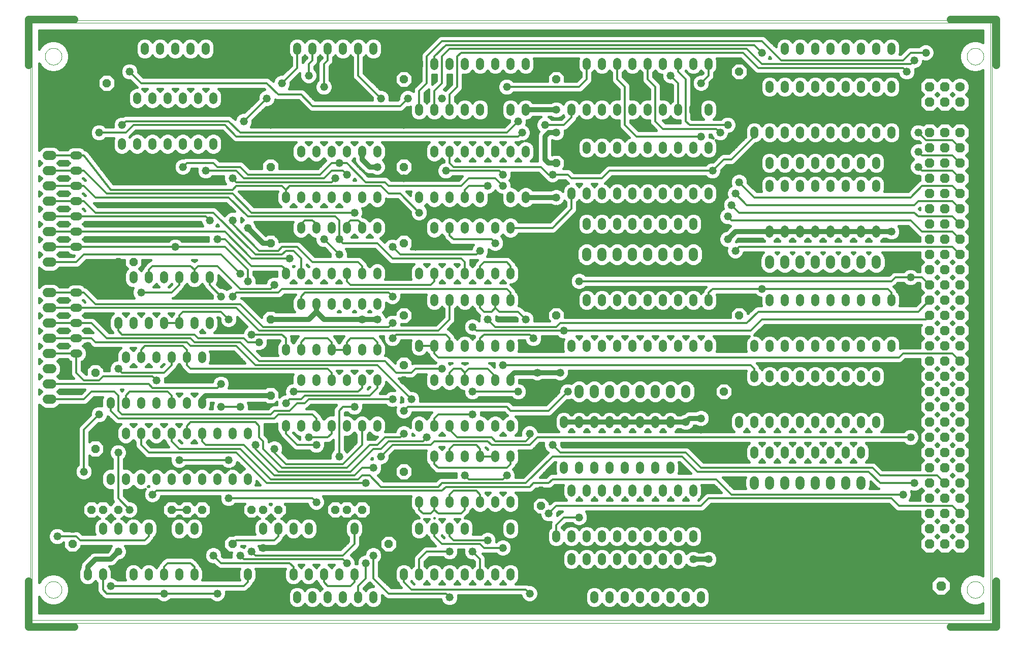
<source format=gtl>
G75*
G70*
%OFA0B0*%
%FSLAX24Y24*%
%IPPOS*%
%LPD*%
%AMOC8*
5,1,8,0,0,1.08239X$1,22.5*
%
%ADD10C,0.0000*%
%ADD11C,0.0520*%
%ADD12OC8,0.0520*%
%ADD13C,0.0500*%
%ADD14C,0.0630*%
%ADD15OC8,0.0630*%
%ADD16C,0.0594*%
%ADD17C,0.0320*%
%ADD18C,0.0520*%
%ADD19C,0.0120*%
%ADD20C,0.0160*%
D10*
X004948Y007430D02*
X004948Y046810D01*
X067948Y046810D01*
X067948Y007430D01*
X004948Y007430D01*
X004848Y007620D02*
X004848Y046990D01*
X067840Y046990D01*
X067840Y007620D01*
X004848Y007620D01*
X005798Y009620D02*
X005800Y009667D01*
X005806Y009713D01*
X005816Y009759D01*
X005829Y009803D01*
X005847Y009847D01*
X005868Y009888D01*
X005892Y009928D01*
X005920Y009966D01*
X005951Y010001D01*
X005985Y010033D01*
X006021Y010062D01*
X006060Y010088D01*
X006100Y010111D01*
X006143Y010130D01*
X006187Y010146D01*
X006232Y010158D01*
X006278Y010166D01*
X006325Y010170D01*
X006371Y010170D01*
X006418Y010166D01*
X006464Y010158D01*
X006509Y010146D01*
X006553Y010130D01*
X006596Y010111D01*
X006636Y010088D01*
X006675Y010062D01*
X006711Y010033D01*
X006745Y010001D01*
X006776Y009966D01*
X006804Y009928D01*
X006828Y009888D01*
X006849Y009847D01*
X006867Y009803D01*
X006880Y009759D01*
X006890Y009713D01*
X006896Y009667D01*
X006898Y009620D01*
X006896Y009573D01*
X006890Y009527D01*
X006880Y009481D01*
X006867Y009437D01*
X006849Y009393D01*
X006828Y009352D01*
X006804Y009312D01*
X006776Y009274D01*
X006745Y009239D01*
X006711Y009207D01*
X006675Y009178D01*
X006636Y009152D01*
X006596Y009129D01*
X006553Y009110D01*
X006509Y009094D01*
X006464Y009082D01*
X006418Y009074D01*
X006371Y009070D01*
X006325Y009070D01*
X006278Y009074D01*
X006232Y009082D01*
X006187Y009094D01*
X006143Y009110D01*
X006100Y009129D01*
X006060Y009152D01*
X006021Y009178D01*
X005985Y009207D01*
X005951Y009239D01*
X005920Y009274D01*
X005892Y009312D01*
X005868Y009352D01*
X005847Y009393D01*
X005829Y009437D01*
X005816Y009481D01*
X005806Y009527D01*
X005800Y009573D01*
X005798Y009620D01*
X005798Y044620D02*
X005800Y044667D01*
X005806Y044713D01*
X005816Y044759D01*
X005829Y044803D01*
X005847Y044847D01*
X005868Y044888D01*
X005892Y044928D01*
X005920Y044966D01*
X005951Y045001D01*
X005985Y045033D01*
X006021Y045062D01*
X006060Y045088D01*
X006100Y045111D01*
X006143Y045130D01*
X006187Y045146D01*
X006232Y045158D01*
X006278Y045166D01*
X006325Y045170D01*
X006371Y045170D01*
X006418Y045166D01*
X006464Y045158D01*
X006509Y045146D01*
X006553Y045130D01*
X006596Y045111D01*
X006636Y045088D01*
X006675Y045062D01*
X006711Y045033D01*
X006745Y045001D01*
X006776Y044966D01*
X006804Y044928D01*
X006828Y044888D01*
X006849Y044847D01*
X006867Y044803D01*
X006880Y044759D01*
X006890Y044713D01*
X006896Y044667D01*
X006898Y044620D01*
X006896Y044573D01*
X006890Y044527D01*
X006880Y044481D01*
X006867Y044437D01*
X006849Y044393D01*
X006828Y044352D01*
X006804Y044312D01*
X006776Y044274D01*
X006745Y044239D01*
X006711Y044207D01*
X006675Y044178D01*
X006636Y044152D01*
X006596Y044129D01*
X006553Y044110D01*
X006509Y044094D01*
X006464Y044082D01*
X006418Y044074D01*
X006371Y044070D01*
X006325Y044070D01*
X006278Y044074D01*
X006232Y044082D01*
X006187Y044094D01*
X006143Y044110D01*
X006100Y044129D01*
X006060Y044152D01*
X006021Y044178D01*
X005985Y044207D01*
X005951Y044239D01*
X005920Y044274D01*
X005892Y044312D01*
X005868Y044352D01*
X005847Y044393D01*
X005829Y044437D01*
X005816Y044481D01*
X005806Y044527D01*
X005800Y044573D01*
X005798Y044620D01*
X066298Y044620D02*
X066300Y044667D01*
X066306Y044713D01*
X066316Y044759D01*
X066329Y044803D01*
X066347Y044847D01*
X066368Y044888D01*
X066392Y044928D01*
X066420Y044966D01*
X066451Y045001D01*
X066485Y045033D01*
X066521Y045062D01*
X066560Y045088D01*
X066600Y045111D01*
X066643Y045130D01*
X066687Y045146D01*
X066732Y045158D01*
X066778Y045166D01*
X066825Y045170D01*
X066871Y045170D01*
X066918Y045166D01*
X066964Y045158D01*
X067009Y045146D01*
X067053Y045130D01*
X067096Y045111D01*
X067136Y045088D01*
X067175Y045062D01*
X067211Y045033D01*
X067245Y045001D01*
X067276Y044966D01*
X067304Y044928D01*
X067328Y044888D01*
X067349Y044847D01*
X067367Y044803D01*
X067380Y044759D01*
X067390Y044713D01*
X067396Y044667D01*
X067398Y044620D01*
X067396Y044573D01*
X067390Y044527D01*
X067380Y044481D01*
X067367Y044437D01*
X067349Y044393D01*
X067328Y044352D01*
X067304Y044312D01*
X067276Y044274D01*
X067245Y044239D01*
X067211Y044207D01*
X067175Y044178D01*
X067136Y044152D01*
X067096Y044129D01*
X067053Y044110D01*
X067009Y044094D01*
X066964Y044082D01*
X066918Y044074D01*
X066871Y044070D01*
X066825Y044070D01*
X066778Y044074D01*
X066732Y044082D01*
X066687Y044094D01*
X066643Y044110D01*
X066600Y044129D01*
X066560Y044152D01*
X066521Y044178D01*
X066485Y044207D01*
X066451Y044239D01*
X066420Y044274D01*
X066392Y044312D01*
X066368Y044352D01*
X066347Y044393D01*
X066329Y044437D01*
X066316Y044481D01*
X066306Y044527D01*
X066300Y044573D01*
X066298Y044620D01*
X066298Y009620D02*
X066300Y009667D01*
X066306Y009713D01*
X066316Y009759D01*
X066329Y009803D01*
X066347Y009847D01*
X066368Y009888D01*
X066392Y009928D01*
X066420Y009966D01*
X066451Y010001D01*
X066485Y010033D01*
X066521Y010062D01*
X066560Y010088D01*
X066600Y010111D01*
X066643Y010130D01*
X066687Y010146D01*
X066732Y010158D01*
X066778Y010166D01*
X066825Y010170D01*
X066871Y010170D01*
X066918Y010166D01*
X066964Y010158D01*
X067009Y010146D01*
X067053Y010130D01*
X067096Y010111D01*
X067136Y010088D01*
X067175Y010062D01*
X067211Y010033D01*
X067245Y010001D01*
X067276Y009966D01*
X067304Y009928D01*
X067328Y009888D01*
X067349Y009847D01*
X067367Y009803D01*
X067380Y009759D01*
X067390Y009713D01*
X067396Y009667D01*
X067398Y009620D01*
X067396Y009573D01*
X067390Y009527D01*
X067380Y009481D01*
X067367Y009437D01*
X067349Y009393D01*
X067328Y009352D01*
X067304Y009312D01*
X067276Y009274D01*
X067245Y009239D01*
X067211Y009207D01*
X067175Y009178D01*
X067136Y009152D01*
X067096Y009129D01*
X067053Y009110D01*
X067009Y009094D01*
X066964Y009082D01*
X066918Y009074D01*
X066871Y009070D01*
X066825Y009070D01*
X066778Y009074D01*
X066732Y009082D01*
X066687Y009094D01*
X066643Y009110D01*
X066600Y009129D01*
X066560Y009152D01*
X066521Y009178D01*
X066485Y009207D01*
X066451Y009239D01*
X066420Y009274D01*
X066392Y009312D01*
X066368Y009352D01*
X066347Y009393D01*
X066329Y009437D01*
X066316Y009481D01*
X066306Y009527D01*
X066300Y009573D01*
X066298Y009620D01*
D11*
X059348Y018490D02*
X059348Y018750D01*
X058348Y018750D02*
X058348Y018490D01*
X057348Y018490D02*
X057348Y018750D01*
X056348Y018750D02*
X056348Y018490D01*
X055348Y018490D02*
X055348Y018750D01*
X054348Y018750D02*
X054348Y018490D01*
X053348Y018490D02*
X053348Y018750D01*
X052348Y018750D02*
X052348Y018490D01*
X051348Y018490D02*
X051348Y018750D01*
X051348Y020490D02*
X051348Y020750D01*
X052348Y020750D02*
X052348Y020490D01*
X053348Y020490D02*
X053348Y020750D01*
X054348Y020750D02*
X054348Y020490D01*
X055348Y020490D02*
X055348Y020750D01*
X056348Y020750D02*
X056348Y020490D01*
X057348Y020490D02*
X057348Y020750D01*
X058348Y020750D02*
X058348Y020490D01*
X059348Y020490D02*
X059348Y020750D01*
X060348Y020750D02*
X060348Y020490D01*
X060348Y023490D02*
X060348Y023750D01*
X059348Y023750D02*
X059348Y023490D01*
X058348Y023490D02*
X058348Y023750D01*
X057348Y023750D02*
X057348Y023490D01*
X056348Y023490D02*
X056348Y023750D01*
X055348Y023750D02*
X055348Y023490D01*
X054348Y023490D02*
X054348Y023750D01*
X053348Y023750D02*
X053348Y023490D01*
X052348Y023490D02*
X052348Y023750D01*
X051348Y023750D02*
X051348Y023490D01*
X052348Y025490D02*
X052348Y025750D01*
X053348Y025750D02*
X053348Y025490D01*
X054348Y025490D02*
X054348Y025750D01*
X055348Y025750D02*
X055348Y025490D01*
X056348Y025490D02*
X056348Y025750D01*
X057348Y025750D02*
X057348Y025490D01*
X058348Y025490D02*
X058348Y025750D01*
X059348Y025750D02*
X059348Y025490D01*
X060348Y025490D02*
X060348Y025750D01*
X061348Y025750D02*
X061348Y025490D01*
X061348Y028490D02*
X061348Y028750D01*
X060348Y028750D02*
X060348Y028490D01*
X059348Y028490D02*
X059348Y028750D01*
X058348Y028750D02*
X058348Y028490D01*
X057348Y028490D02*
X057348Y028750D01*
X056348Y028750D02*
X056348Y028490D01*
X055348Y028490D02*
X055348Y028750D01*
X054348Y028750D02*
X054348Y028490D01*
X053348Y028490D02*
X053348Y028750D01*
X052348Y028750D02*
X052348Y028490D01*
X049348Y028490D02*
X049348Y028750D01*
X048348Y028750D02*
X048348Y028490D01*
X047348Y028490D02*
X047348Y028750D01*
X046348Y028750D02*
X046348Y028490D01*
X045348Y028490D02*
X045348Y028750D01*
X044348Y028750D02*
X044348Y028490D01*
X043348Y028490D02*
X043348Y028750D01*
X042348Y028750D02*
X042348Y028490D01*
X041348Y028490D02*
X041348Y028750D01*
X040348Y028750D02*
X040348Y028490D01*
X040348Y025750D02*
X040348Y025490D01*
X041348Y025490D02*
X041348Y025750D01*
X042348Y025750D02*
X042348Y025490D01*
X043348Y025490D02*
X043348Y025750D01*
X044348Y025750D02*
X044348Y025490D01*
X045348Y025490D02*
X045348Y025750D01*
X046348Y025750D02*
X046348Y025490D01*
X047348Y025490D02*
X047348Y025750D01*
X048348Y025750D02*
X048348Y025490D01*
X049348Y025490D02*
X049348Y025750D01*
X046848Y020750D02*
X046848Y020490D01*
X045848Y020490D02*
X045848Y020750D01*
X044848Y020750D02*
X044848Y020490D01*
X043848Y020490D02*
X043848Y020750D01*
X042848Y020750D02*
X042848Y020490D01*
X041848Y020490D02*
X041848Y020750D01*
X040848Y020750D02*
X040848Y020490D01*
X039848Y020490D02*
X039848Y020750D01*
X036348Y020500D02*
X036348Y020240D01*
X035348Y020240D02*
X035348Y020500D01*
X034348Y020500D02*
X034348Y020240D01*
X033348Y020240D02*
X033348Y020500D01*
X032348Y020500D02*
X032348Y020240D01*
X031348Y020240D02*
X031348Y020500D01*
X030348Y020500D02*
X030348Y020240D01*
X030348Y018500D02*
X030348Y018240D01*
X031348Y018240D02*
X031348Y018500D01*
X032348Y018500D02*
X032348Y018240D01*
X033348Y018240D02*
X033348Y018500D01*
X034348Y018500D02*
X034348Y018240D01*
X035348Y018240D02*
X035348Y018500D01*
X036348Y018500D02*
X036348Y018240D01*
X039348Y016250D02*
X039348Y015990D01*
X040348Y015990D02*
X040348Y016250D01*
X041348Y016250D02*
X041348Y015990D01*
X042348Y015990D02*
X042348Y016250D01*
X043348Y016250D02*
X043348Y015990D01*
X044348Y015990D02*
X044348Y016250D01*
X045348Y016250D02*
X045348Y015990D01*
X046348Y015990D02*
X046348Y016250D01*
X047348Y016250D02*
X047348Y015990D01*
X048348Y015990D02*
X048348Y016250D01*
X046848Y017490D02*
X046848Y017750D01*
X045848Y017750D02*
X045848Y017490D01*
X044848Y017490D02*
X044848Y017750D01*
X043848Y017750D02*
X043848Y017490D01*
X042848Y017490D02*
X042848Y017750D01*
X041848Y017750D02*
X041848Y017490D01*
X040848Y017490D02*
X040848Y017750D01*
X039848Y017750D02*
X039848Y017490D01*
X036348Y015500D02*
X036348Y015240D01*
X035348Y015240D02*
X035348Y015500D01*
X034348Y015500D02*
X034348Y015240D01*
X033348Y015240D02*
X033348Y015500D01*
X032348Y015500D02*
X032348Y015240D01*
X031348Y015240D02*
X031348Y015500D01*
X030348Y015500D02*
X030348Y015240D01*
X030348Y013750D02*
X030348Y013490D01*
X029348Y013490D02*
X029348Y013750D01*
X031348Y013750D02*
X031348Y013490D01*
X032348Y013490D02*
X032348Y013750D01*
X033348Y013750D02*
X033348Y013490D01*
X034348Y013490D02*
X034348Y013750D01*
X035348Y013750D02*
X035348Y013490D01*
X036348Y013490D02*
X036348Y013750D01*
X039348Y013250D02*
X039348Y012990D01*
X040348Y012990D02*
X040348Y013250D01*
X041348Y013250D02*
X041348Y012990D01*
X042348Y012990D02*
X042348Y013250D01*
X043348Y013250D02*
X043348Y012990D01*
X044348Y012990D02*
X044348Y013250D01*
X045348Y013250D02*
X045348Y012990D01*
X046348Y012990D02*
X046348Y013250D01*
X047348Y013250D02*
X047348Y012990D01*
X048348Y012990D02*
X048348Y013250D01*
X047348Y011750D02*
X047348Y011490D01*
X046348Y011490D02*
X046348Y011750D01*
X045348Y011750D02*
X045348Y011490D01*
X044348Y011490D02*
X044348Y011750D01*
X043348Y011750D02*
X043348Y011490D01*
X042348Y011490D02*
X042348Y011750D01*
X041348Y011750D02*
X041348Y011490D01*
X040348Y011490D02*
X040348Y011750D01*
X039348Y011750D02*
X039348Y011490D01*
X036348Y010750D02*
X036348Y010490D01*
X035348Y010490D02*
X035348Y010750D01*
X034348Y010750D02*
X034348Y010490D01*
X033348Y010490D02*
X033348Y010750D01*
X032348Y010750D02*
X032348Y010490D01*
X031348Y010490D02*
X031348Y010750D01*
X030348Y010750D02*
X030348Y010490D01*
X029348Y010490D02*
X029348Y010750D01*
X027348Y009250D02*
X027348Y008990D01*
X026348Y008990D02*
X026348Y009250D01*
X025348Y009250D02*
X025348Y008990D01*
X024348Y008990D02*
X024348Y009250D01*
X023348Y009250D02*
X023348Y008990D01*
X022348Y008990D02*
X022348Y009250D01*
X022098Y010490D02*
X022098Y010750D01*
X023098Y010750D02*
X023098Y010490D01*
X024098Y010490D02*
X024098Y010750D01*
X025098Y010750D02*
X025098Y010490D01*
X026098Y010490D02*
X026098Y010750D01*
X026098Y013490D02*
X026098Y013750D01*
X025098Y013750D02*
X025098Y013490D01*
X024098Y013490D02*
X024098Y013750D01*
X023098Y013750D02*
X023098Y013490D01*
X022098Y013490D02*
X022098Y013750D01*
X021098Y013750D02*
X021098Y013490D01*
X020098Y013490D02*
X020098Y013750D01*
X019098Y013750D02*
X019098Y013490D01*
X019098Y010750D02*
X019098Y010490D01*
X020098Y010490D02*
X020098Y010750D01*
X021098Y010750D02*
X021098Y010490D01*
X015598Y010490D02*
X015598Y010750D01*
X014598Y010750D02*
X014598Y010490D01*
X013598Y010490D02*
X013598Y010750D01*
X012598Y010750D02*
X012598Y010490D01*
X011598Y010490D02*
X011598Y010750D01*
X010598Y010750D02*
X010598Y010490D01*
X009598Y010490D02*
X009598Y010750D01*
X008598Y010750D02*
X008598Y010490D01*
X008598Y013490D02*
X008598Y013750D01*
X009598Y013750D02*
X009598Y013490D01*
X010598Y013490D02*
X010598Y013750D01*
X011598Y013750D02*
X011598Y013490D01*
X012598Y013490D02*
X012598Y013750D01*
X013598Y013750D02*
X013598Y013490D01*
X014598Y013490D02*
X014598Y013750D01*
X015598Y013750D02*
X015598Y013490D01*
X016098Y016740D02*
X016098Y017000D01*
X015098Y017000D02*
X015098Y016740D01*
X014098Y016740D02*
X014098Y017000D01*
X013098Y017000D02*
X013098Y016740D01*
X012098Y016740D02*
X012098Y017000D01*
X011098Y017000D02*
X011098Y016740D01*
X010098Y016740D02*
X010098Y017000D01*
X010098Y019740D02*
X010098Y020000D01*
X011098Y020000D02*
X011098Y019740D01*
X012098Y019740D02*
X012098Y020000D01*
X013098Y020000D02*
X013098Y019740D01*
X014098Y019740D02*
X014098Y020000D01*
X015098Y020000D02*
X015098Y019740D01*
X016098Y019740D02*
X016098Y020000D01*
X017098Y020000D02*
X017098Y019740D01*
X018098Y019740D02*
X018098Y020000D01*
X019098Y020000D02*
X019098Y019740D01*
X021598Y020240D02*
X021598Y020500D01*
X022598Y020500D02*
X022598Y020240D01*
X023598Y020240D02*
X023598Y020500D01*
X024598Y020500D02*
X024598Y020240D01*
X025598Y020240D02*
X025598Y020500D01*
X026598Y020500D02*
X026598Y020240D01*
X027598Y020240D02*
X027598Y020500D01*
X027598Y023240D02*
X027598Y023500D01*
X026598Y023500D02*
X026598Y023240D01*
X025598Y023240D02*
X025598Y023500D01*
X024598Y023500D02*
X024598Y023240D01*
X023598Y023240D02*
X023598Y023500D01*
X022598Y023500D02*
X022598Y023240D01*
X021598Y023240D02*
X021598Y023500D01*
X021598Y025240D02*
X021598Y025500D01*
X022598Y025500D02*
X022598Y025240D01*
X023598Y025240D02*
X023598Y025500D01*
X024598Y025500D02*
X024598Y025240D01*
X025598Y025240D02*
X025598Y025500D01*
X026598Y025500D02*
X026598Y025240D01*
X027598Y025240D02*
X027598Y025500D01*
X030348Y025490D02*
X030348Y025750D01*
X031348Y025750D02*
X031348Y025490D01*
X032348Y025490D02*
X032348Y025750D01*
X033348Y025750D02*
X033348Y025490D01*
X034348Y025490D02*
X034348Y025750D01*
X035348Y025750D02*
X035348Y025490D01*
X036348Y025490D02*
X036348Y025750D01*
X036348Y023500D02*
X036348Y023240D01*
X035348Y023240D02*
X035348Y023500D01*
X034348Y023500D02*
X034348Y023240D01*
X033348Y023240D02*
X033348Y023500D01*
X032348Y023500D02*
X032348Y023240D01*
X031348Y023240D02*
X031348Y023500D01*
X030348Y023500D02*
X030348Y023240D01*
X030348Y028490D02*
X030348Y028750D01*
X031348Y028750D02*
X031348Y028490D01*
X032348Y028490D02*
X032348Y028750D01*
X033348Y028750D02*
X033348Y028490D01*
X034348Y028490D02*
X034348Y028750D01*
X035348Y028750D02*
X035348Y028490D01*
X036348Y028490D02*
X036348Y028750D01*
X036348Y030240D02*
X036348Y030500D01*
X035348Y030500D02*
X035348Y030240D01*
X034348Y030240D02*
X034348Y030500D01*
X033348Y030500D02*
X033348Y030240D01*
X032348Y030240D02*
X032348Y030500D01*
X031348Y030500D02*
X031348Y030240D01*
X030348Y030240D02*
X030348Y030500D01*
X027598Y030500D02*
X027598Y030240D01*
X026598Y030240D02*
X026598Y030500D01*
X025598Y030500D02*
X025598Y030240D01*
X024598Y030240D02*
X024598Y030500D01*
X023598Y030500D02*
X023598Y030240D01*
X022598Y030240D02*
X022598Y030500D01*
X021598Y030500D02*
X021598Y030240D01*
X021598Y028500D02*
X021598Y028240D01*
X022598Y028240D02*
X022598Y028500D01*
X023598Y028500D02*
X023598Y028240D01*
X024598Y028240D02*
X024598Y028500D01*
X025598Y028500D02*
X025598Y028240D01*
X026598Y028240D02*
X026598Y028500D01*
X027598Y028500D02*
X027598Y028240D01*
X027598Y033240D02*
X027598Y033500D01*
X026598Y033500D02*
X026598Y033240D01*
X025598Y033240D02*
X025598Y033500D01*
X024598Y033500D02*
X024598Y033240D01*
X023598Y033240D02*
X023598Y033500D01*
X022598Y033500D02*
X022598Y033240D01*
X021598Y033240D02*
X021598Y033500D01*
X021598Y035240D02*
X021598Y035500D01*
X022598Y035500D02*
X022598Y035240D01*
X023598Y035240D02*
X023598Y035500D01*
X024598Y035500D02*
X024598Y035240D01*
X025598Y035240D02*
X025598Y035500D01*
X026598Y035500D02*
X026598Y035240D01*
X027598Y035240D02*
X027598Y035500D01*
X030348Y035500D02*
X030348Y035240D01*
X031348Y035240D02*
X031348Y035500D01*
X032348Y035500D02*
X032348Y035240D01*
X033348Y035240D02*
X033348Y035500D01*
X034348Y035500D02*
X034348Y035240D01*
X035348Y035240D02*
X035348Y035500D01*
X036348Y035500D02*
X036348Y035240D01*
X037348Y035240D02*
X037348Y035500D01*
X036348Y033500D02*
X036348Y033240D01*
X035348Y033240D02*
X035348Y033500D01*
X034348Y033500D02*
X034348Y033240D01*
X033348Y033240D02*
X033348Y033500D01*
X032348Y033500D02*
X032348Y033240D01*
X031348Y033240D02*
X031348Y033500D01*
X030348Y033500D02*
X030348Y033240D01*
X030348Y038240D02*
X030348Y038500D01*
X031348Y038500D02*
X031348Y038240D01*
X032348Y038240D02*
X032348Y038500D01*
X033348Y038500D02*
X033348Y038240D01*
X034348Y038240D02*
X034348Y038500D01*
X035348Y038500D02*
X035348Y038240D01*
X036348Y038240D02*
X036348Y038500D01*
X037348Y038500D02*
X037348Y038240D01*
X040348Y038490D02*
X040348Y038750D01*
X041348Y038750D02*
X041348Y038490D01*
X042348Y038490D02*
X042348Y038750D01*
X043348Y038750D02*
X043348Y038490D01*
X044348Y038490D02*
X044348Y038750D01*
X045348Y038750D02*
X045348Y038490D01*
X046348Y038490D02*
X046348Y038750D01*
X047348Y038750D02*
X047348Y038490D01*
X048348Y038490D02*
X048348Y038750D01*
X049348Y038750D02*
X049348Y038490D01*
X052348Y037750D02*
X052348Y037490D01*
X053348Y037490D02*
X053348Y037750D01*
X054348Y037750D02*
X054348Y037490D01*
X055348Y037490D02*
X055348Y037750D01*
X056348Y037750D02*
X056348Y037490D01*
X057348Y037490D02*
X057348Y037750D01*
X058348Y037750D02*
X058348Y037490D01*
X059348Y037490D02*
X059348Y037750D01*
X060348Y037750D02*
X060348Y037490D01*
X060348Y036250D02*
X060348Y035990D01*
X059348Y035990D02*
X059348Y036250D01*
X058348Y036250D02*
X058348Y035990D01*
X057348Y035990D02*
X057348Y036250D01*
X056348Y036250D02*
X056348Y035990D01*
X055348Y035990D02*
X055348Y036250D01*
X054348Y036250D02*
X054348Y035990D01*
X053348Y035990D02*
X053348Y036250D01*
X053348Y033250D02*
X053348Y032990D01*
X054348Y032990D02*
X054348Y033250D01*
X055348Y033250D02*
X055348Y032990D01*
X056348Y032990D02*
X056348Y033250D01*
X057348Y033250D02*
X057348Y032990D01*
X058348Y032990D02*
X058348Y033250D01*
X059348Y033250D02*
X059348Y032990D01*
X060348Y032990D02*
X060348Y033250D01*
X060348Y039490D02*
X060348Y039750D01*
X061348Y039750D02*
X061348Y039490D01*
X059348Y039490D02*
X059348Y039750D01*
X058348Y039750D02*
X058348Y039490D01*
X057348Y039490D02*
X057348Y039750D01*
X056348Y039750D02*
X056348Y039490D01*
X055348Y039490D02*
X055348Y039750D01*
X054348Y039750D02*
X054348Y039490D01*
X053348Y039490D02*
X053348Y039750D01*
X052348Y039750D02*
X052348Y039490D01*
X049348Y040990D02*
X049348Y041250D01*
X048348Y041250D02*
X048348Y040990D01*
X047348Y040990D02*
X047348Y041250D01*
X046348Y041250D02*
X046348Y040990D01*
X045348Y040990D02*
X045348Y041250D01*
X044348Y041250D02*
X044348Y040990D01*
X043348Y040990D02*
X043348Y041250D01*
X042348Y041250D02*
X042348Y040990D01*
X041348Y040990D02*
X041348Y041250D01*
X040348Y041250D02*
X040348Y040990D01*
X037348Y040990D02*
X037348Y041250D01*
X036348Y041250D02*
X036348Y040990D01*
X035348Y040990D02*
X035348Y041250D01*
X034348Y041250D02*
X034348Y040990D01*
X033348Y040990D02*
X033348Y041250D01*
X032348Y041250D02*
X032348Y040990D01*
X031348Y040990D02*
X031348Y041250D01*
X030348Y041250D02*
X030348Y040990D01*
X027598Y038500D02*
X027598Y038240D01*
X026598Y038240D02*
X026598Y038500D01*
X025598Y038500D02*
X025598Y038240D01*
X024598Y038240D02*
X024598Y038500D01*
X023598Y038500D02*
X023598Y038240D01*
X022598Y038240D02*
X022598Y038500D01*
X021598Y038500D02*
X021598Y038240D01*
X016848Y038740D02*
X016848Y039000D01*
X015848Y039000D02*
X015848Y038740D01*
X014848Y038740D02*
X014848Y039000D01*
X013848Y039000D02*
X013848Y038740D01*
X012848Y038740D02*
X012848Y039000D01*
X011848Y039000D02*
X011848Y038740D01*
X010848Y038740D02*
X010848Y039000D01*
X007978Y039120D02*
X007718Y039120D01*
X007718Y038120D02*
X007978Y038120D01*
X007978Y037120D02*
X007718Y037120D01*
X007718Y036120D02*
X007978Y036120D01*
X007978Y035120D02*
X007718Y035120D01*
X007718Y034120D02*
X007978Y034120D01*
X007978Y033120D02*
X007718Y033120D01*
X007718Y032120D02*
X007978Y032120D01*
X007978Y030120D02*
X007718Y030120D01*
X007718Y029120D02*
X007978Y029120D01*
X007978Y028120D02*
X007718Y028120D01*
X007718Y027120D02*
X007978Y027120D01*
X007978Y026120D02*
X007718Y026120D01*
X007718Y025120D02*
X007978Y025120D01*
X010098Y025000D02*
X010098Y024740D01*
X011098Y024740D02*
X011098Y025000D01*
X012098Y025000D02*
X012098Y024740D01*
X013098Y024740D02*
X013098Y025000D01*
X014098Y025000D02*
X014098Y024740D01*
X015098Y024740D02*
X015098Y025000D01*
X016098Y025000D02*
X016098Y024740D01*
X016598Y026990D02*
X016598Y027250D01*
X015598Y027250D02*
X015598Y026990D01*
X014598Y026990D02*
X014598Y027250D01*
X013598Y027250D02*
X013598Y026990D01*
X012598Y026990D02*
X012598Y027250D01*
X011598Y027250D02*
X011598Y026990D01*
X010598Y026990D02*
X010598Y027250D01*
X010598Y029990D02*
X010598Y030250D01*
X011598Y030250D02*
X011598Y029990D01*
X012598Y029990D02*
X012598Y030250D01*
X013598Y030250D02*
X013598Y029990D01*
X014598Y029990D02*
X014598Y030250D01*
X015598Y030250D02*
X015598Y029990D01*
X016598Y029990D02*
X016598Y030250D01*
X016098Y022000D02*
X016098Y021740D01*
X015098Y021740D02*
X015098Y022000D01*
X014098Y022000D02*
X014098Y021740D01*
X013098Y021740D02*
X013098Y022000D01*
X012098Y022000D02*
X012098Y021740D01*
X011098Y021740D02*
X011098Y022000D01*
X010098Y022000D02*
X010098Y021740D01*
X017098Y017000D02*
X017098Y016740D01*
X018098Y016740D02*
X018098Y017000D01*
X019098Y017000D02*
X019098Y016740D01*
X040348Y033490D02*
X040348Y033750D01*
X041348Y033750D02*
X041348Y033490D01*
X042348Y033490D02*
X042348Y033750D01*
X043348Y033750D02*
X043348Y033490D01*
X044348Y033490D02*
X044348Y033750D01*
X045348Y033750D02*
X045348Y033490D01*
X046348Y033490D02*
X046348Y033750D01*
X047348Y033750D02*
X047348Y033490D01*
X048348Y033490D02*
X048348Y033750D01*
X048348Y035490D02*
X048348Y035750D01*
X049348Y035750D02*
X049348Y035490D01*
X047348Y035490D02*
X047348Y035750D01*
X046348Y035750D02*
X046348Y035490D01*
X045348Y035490D02*
X045348Y035750D01*
X044348Y035750D02*
X044348Y035490D01*
X043348Y035490D02*
X043348Y035750D01*
X042348Y035750D02*
X042348Y035490D01*
X041348Y035490D02*
X041348Y035750D01*
X040348Y035750D02*
X040348Y035490D01*
X040348Y043990D02*
X040348Y044250D01*
X041348Y044250D02*
X041348Y043990D01*
X042348Y043990D02*
X042348Y044250D01*
X043348Y044250D02*
X043348Y043990D01*
X044348Y043990D02*
X044348Y044250D01*
X045348Y044250D02*
X045348Y043990D01*
X046348Y043990D02*
X046348Y044250D01*
X047348Y044250D02*
X047348Y043990D01*
X048348Y043990D02*
X048348Y044250D01*
X049348Y044250D02*
X049348Y043990D01*
X052348Y042750D02*
X052348Y042490D01*
X053348Y042490D02*
X053348Y042750D01*
X054348Y042750D02*
X054348Y042490D01*
X055348Y042490D02*
X055348Y042750D01*
X056348Y042750D02*
X056348Y042490D01*
X057348Y042490D02*
X057348Y042750D01*
X058348Y042750D02*
X058348Y042490D01*
X059348Y042490D02*
X059348Y042750D01*
X060348Y042750D02*
X060348Y042490D01*
X061348Y042490D02*
X061348Y042750D01*
X061348Y044990D02*
X061348Y045250D01*
X060348Y045250D02*
X060348Y044990D01*
X059348Y044990D02*
X059348Y045250D01*
X058348Y045250D02*
X058348Y044990D01*
X057348Y044990D02*
X057348Y045250D01*
X056348Y045250D02*
X056348Y044990D01*
X055348Y044990D02*
X055348Y045250D01*
X054348Y045250D02*
X054348Y044990D01*
X037348Y044250D02*
X037348Y043990D01*
X036348Y043990D02*
X036348Y044250D01*
X035348Y044250D02*
X035348Y043990D01*
X034348Y043990D02*
X034348Y044250D01*
X033348Y044250D02*
X033348Y043990D01*
X032348Y043990D02*
X032348Y044250D01*
X031348Y044250D02*
X031348Y043990D01*
X030348Y043990D02*
X030348Y044250D01*
X027348Y044990D02*
X027348Y045250D01*
X026348Y045250D02*
X026348Y044990D01*
X025348Y044990D02*
X025348Y045250D01*
X024348Y045250D02*
X024348Y044990D01*
X023348Y044990D02*
X023348Y045250D01*
X022348Y045250D02*
X022348Y044990D01*
X016348Y044990D02*
X016348Y045250D01*
X015348Y045250D02*
X015348Y044990D01*
X014348Y044990D02*
X014348Y045250D01*
X013348Y045250D02*
X013348Y044990D01*
X012348Y044990D02*
X012348Y045250D01*
X011348Y045250D02*
X011348Y044990D01*
X011848Y042000D02*
X011848Y041740D01*
X010848Y041740D02*
X010848Y042000D01*
X012848Y042000D02*
X012848Y041740D01*
X013848Y041740D02*
X013848Y042000D01*
X014848Y042000D02*
X014848Y041740D01*
X015848Y041740D02*
X015848Y042000D01*
X016848Y042000D02*
X016848Y041740D01*
X041848Y009250D02*
X041848Y008990D01*
X042848Y008990D02*
X042848Y009250D01*
X043848Y009250D02*
X043848Y008990D01*
X044848Y008990D02*
X044848Y009250D01*
X045848Y009250D02*
X045848Y008990D01*
X046848Y008990D02*
X046848Y009250D01*
X047848Y009250D02*
X047848Y008990D01*
X048848Y008990D02*
X048848Y009250D01*
D12*
X038348Y015120D03*
X038348Y016120D03*
X029348Y017370D03*
X029348Y018370D03*
X026598Y014870D03*
X025598Y014870D03*
X024848Y014870D03*
X022848Y014870D03*
X021098Y014870D03*
X020098Y014870D03*
X019348Y014870D03*
X018098Y013620D03*
X018098Y012620D03*
X017348Y014870D03*
X016098Y014870D03*
X015098Y014870D03*
X014098Y014870D03*
X012098Y014870D03*
X010598Y014870D03*
X009598Y014870D03*
X008848Y014870D03*
X007598Y013620D03*
X007598Y012620D03*
X006848Y014870D03*
X009098Y018870D03*
X009098Y019870D03*
X009098Y023870D03*
X009098Y024870D03*
X010598Y031120D03*
X011598Y031120D03*
X020598Y032370D03*
X020598Y033370D03*
X020598Y037370D03*
X020598Y038370D03*
X029348Y038370D03*
X029348Y037370D03*
X029348Y033370D03*
X029348Y032370D03*
X029348Y028620D03*
X029348Y027620D03*
X029348Y024370D03*
X029348Y023370D03*
X020598Y023370D03*
X020598Y022370D03*
X020598Y027370D03*
X020598Y028370D03*
X039348Y028620D03*
X039348Y027620D03*
X050348Y023620D03*
X050348Y022620D03*
X051348Y027620D03*
X051348Y028620D03*
X039348Y037620D03*
X039348Y038620D03*
X039348Y043120D03*
X039348Y044120D03*
X029348Y044120D03*
X029348Y043120D03*
X010848Y042870D03*
X009848Y042870D03*
X028348Y013620D03*
X028348Y012620D03*
X051348Y042620D03*
X051348Y043620D03*
D13*
X007698Y007180D02*
X004698Y007180D01*
X004698Y010180D01*
X004698Y044060D02*
X004698Y047060D01*
X007698Y047060D01*
X065198Y047060D02*
X068198Y047060D01*
X068198Y044060D01*
X068198Y010180D02*
X068198Y007180D01*
X065198Y007180D01*
D14*
X063598Y009870D03*
X065848Y042620D03*
D15*
X064848Y042620D03*
X063848Y042620D03*
X063848Y041620D03*
X064848Y041620D03*
X065848Y041620D03*
X065848Y040620D03*
X064848Y040620D03*
X064848Y039620D03*
X065848Y039620D03*
X065848Y038620D03*
X064848Y038620D03*
X063848Y038620D03*
X063848Y039620D03*
X063848Y040620D03*
X063848Y037620D03*
X064848Y037620D03*
X065848Y037620D03*
X065848Y036620D03*
X064848Y036620D03*
X063848Y036620D03*
X063848Y035620D03*
X064848Y035620D03*
X065848Y035620D03*
X065848Y034620D03*
X064848Y034620D03*
X063848Y034620D03*
X063848Y033620D03*
X063848Y032620D03*
X064848Y032620D03*
X064848Y033620D03*
X065848Y033620D03*
X065848Y032620D03*
X065848Y031620D03*
X064848Y031620D03*
X063848Y031620D03*
X063848Y030620D03*
X064848Y030620D03*
X065848Y030620D03*
X065848Y029620D03*
X064848Y029620D03*
X063848Y029620D03*
X063848Y028620D03*
X064848Y028620D03*
X065848Y028620D03*
X065848Y027620D03*
X064848Y027620D03*
X064848Y026620D03*
X065848Y026620D03*
X065848Y025620D03*
X064848Y025620D03*
X063848Y025620D03*
X063848Y026620D03*
X063848Y027620D03*
X063848Y024620D03*
X064848Y024620D03*
X065848Y024620D03*
X065848Y023620D03*
X064848Y023620D03*
X063848Y023620D03*
X063848Y022620D03*
X064848Y022620D03*
X065848Y022620D03*
X065848Y021620D03*
X064848Y021620D03*
X064848Y020620D03*
X065848Y020620D03*
X065848Y019620D03*
X064848Y019620D03*
X063848Y019620D03*
X063848Y020620D03*
X063848Y021620D03*
X063848Y018620D03*
X064848Y018620D03*
X065848Y018620D03*
X065848Y017620D03*
X064848Y017620D03*
X063848Y017620D03*
X063848Y016620D03*
X064848Y016620D03*
X065848Y016620D03*
X065848Y015620D03*
X064848Y015620D03*
X063848Y015620D03*
X063848Y014620D03*
X063848Y013620D03*
X064848Y013620D03*
X064848Y014620D03*
X065848Y014620D03*
X065848Y013620D03*
X065848Y012620D03*
X064848Y012620D03*
X063848Y012620D03*
X063848Y011620D03*
X064848Y011620D03*
X065848Y011620D03*
X064598Y009870D03*
D16*
X059348Y016471D02*
X059348Y016768D01*
X058348Y016768D02*
X058348Y016471D01*
X057348Y016471D02*
X057348Y016768D01*
X056348Y016768D02*
X056348Y016471D01*
X055348Y016471D02*
X055348Y016768D01*
X054348Y016768D02*
X054348Y016471D01*
X053348Y016471D02*
X053348Y016768D01*
X052348Y016768D02*
X052348Y016471D01*
X047848Y022471D02*
X047848Y022768D01*
X046848Y022768D02*
X046848Y022471D01*
X045848Y022471D02*
X045848Y022768D01*
X044848Y022768D02*
X044848Y022471D01*
X043848Y022471D02*
X043848Y022768D01*
X042848Y022768D02*
X042848Y022471D01*
X041848Y022471D02*
X041848Y022768D01*
X040848Y022768D02*
X040848Y022471D01*
X041348Y031471D02*
X041348Y031768D01*
X042348Y031768D02*
X042348Y031471D01*
X043348Y031471D02*
X043348Y031768D01*
X044348Y031768D02*
X044348Y031471D01*
X045348Y031471D02*
X045348Y031768D01*
X046348Y031768D02*
X046348Y031471D01*
X047348Y031471D02*
X047348Y031768D01*
X048348Y031768D02*
X048348Y031471D01*
X053348Y031268D02*
X053348Y030971D01*
X054348Y030971D02*
X054348Y031268D01*
X055348Y031268D02*
X055348Y030971D01*
X056348Y030971D02*
X056348Y031268D01*
X057348Y031268D02*
X057348Y030971D01*
X058348Y030971D02*
X058348Y031268D01*
X059348Y031268D02*
X059348Y030971D01*
X060348Y030971D02*
X060348Y031268D01*
X006246Y031120D02*
X005949Y031120D01*
X005949Y032120D02*
X006246Y032120D01*
X006246Y033120D02*
X005949Y033120D01*
X005949Y034120D02*
X006246Y034120D01*
X006246Y035120D02*
X005949Y035120D01*
X005949Y036120D02*
X006246Y036120D01*
X006246Y037120D02*
X005949Y037120D01*
X005949Y038120D02*
X006246Y038120D01*
X006246Y029120D02*
X005949Y029120D01*
X005949Y028120D02*
X006246Y028120D01*
X006246Y027120D02*
X005949Y027120D01*
X005949Y026120D02*
X006246Y026120D01*
X006246Y025120D02*
X005949Y025120D01*
X005949Y024120D02*
X006246Y024120D01*
X006246Y023120D02*
X005949Y023120D01*
X005949Y022120D02*
X006246Y022120D01*
D17*
X016098Y022120D02*
X016348Y022370D01*
X020598Y022370D01*
X016098Y022120D02*
X016098Y021870D01*
X020598Y027370D02*
X023098Y027370D01*
X023598Y027870D01*
X024098Y027370D01*
X026598Y027370D01*
X027598Y027370D01*
X023598Y027870D02*
X023598Y028370D01*
X020598Y032370D02*
X020098Y032370D01*
X019098Y033370D01*
X026598Y037870D02*
X026598Y038370D01*
X026598Y037870D02*
X027098Y037370D01*
X027598Y037370D01*
X037348Y035370D02*
X039348Y035370D01*
X039348Y037620D02*
X038848Y037620D01*
X038598Y037870D01*
X038598Y039370D01*
X038848Y039620D01*
X039348Y039620D01*
X039348Y041120D02*
X037348Y041120D01*
X050598Y032620D02*
X051098Y033120D01*
X053348Y033120D01*
X054348Y033120D01*
X055348Y033120D01*
X056348Y033120D01*
X057348Y033120D01*
X058348Y033120D01*
X059348Y033120D01*
X060348Y033120D01*
X061348Y033120D01*
X048848Y020870D02*
X048098Y020870D01*
X047848Y020620D01*
X046848Y020620D01*
X045848Y020620D01*
X044848Y020620D01*
X043848Y020620D01*
X042848Y020620D01*
X041848Y020620D01*
X040848Y020620D01*
X039848Y020620D01*
X036348Y023370D02*
X036348Y023620D01*
X036598Y023870D01*
X038098Y023870D01*
X039598Y023870D01*
X048348Y011620D02*
X049348Y011620D01*
X010598Y012120D02*
X010098Y011620D01*
X009098Y011620D01*
X008598Y011120D01*
X008598Y010620D01*
D18*
X010098Y009870D03*
X010598Y012120D03*
X011348Y014870D03*
X012848Y015870D03*
X014598Y018120D03*
X017848Y018120D03*
X019598Y019120D03*
X020848Y018870D03*
X023098Y019620D03*
X023598Y019120D03*
X025098Y018370D03*
X027348Y017620D03*
X027848Y018370D03*
X026848Y016620D03*
X028098Y015370D03*
X023598Y015370D03*
X022598Y012620D03*
X020098Y012370D03*
X019348Y012120D03*
X018598Y011870D03*
X016848Y011870D03*
X017098Y009370D03*
X013598Y009370D03*
X006598Y013120D03*
X008348Y017370D03*
X010598Y018620D03*
X009348Y021120D03*
X013098Y023370D03*
X010598Y024120D03*
X008598Y025620D03*
X012098Y029120D03*
X009598Y029870D03*
X014348Y032120D03*
X016598Y033870D03*
X017098Y032620D03*
X018098Y033870D03*
X019098Y033370D03*
X021848Y031370D03*
X020848Y029620D03*
X019098Y029870D03*
X018598Y030370D03*
X018098Y028870D03*
X017348Y028870D03*
X017848Y027370D03*
X019348Y026370D03*
X019848Y025870D03*
X017348Y023120D03*
X017348Y021620D03*
X018598Y021620D03*
X021598Y021870D03*
X022098Y022620D03*
X026098Y021620D03*
X028598Y022120D03*
X029348Y021370D03*
X029848Y022120D03*
X029348Y019870D03*
X030848Y019620D03*
X033848Y021120D03*
X033848Y022620D03*
X031848Y024120D03*
X028598Y026120D03*
X028598Y027120D03*
X027598Y027370D03*
X026598Y027370D03*
X028598Y028870D03*
X029348Y030370D03*
X030098Y032120D03*
X028598Y032120D03*
X029348Y034370D03*
X030348Y034370D03*
X029348Y036620D03*
X027598Y037370D03*
X025598Y036870D03*
X024848Y036620D03*
X025098Y037620D03*
X026098Y034370D03*
X025098Y032620D03*
X024098Y032620D03*
X025098Y031620D03*
X018098Y036620D03*
X016348Y037120D03*
X014848Y037370D03*
X010848Y040120D03*
X009348Y039620D03*
X009598Y037870D03*
X011348Y043620D03*
X018848Y040370D03*
X020598Y040120D03*
X020348Y041870D03*
X021348Y042870D03*
X023098Y043370D03*
X024098Y042620D03*
X027848Y041870D03*
X029598Y041870D03*
X031848Y041870D03*
X029348Y040120D03*
X032098Y037120D03*
X034848Y036120D03*
X035848Y036120D03*
X035848Y036870D03*
X039098Y036870D03*
X039348Y035370D03*
X039348Y034620D03*
X039348Y032620D03*
X039848Y029870D03*
X040848Y029870D03*
X037348Y027370D03*
X037848Y026120D03*
X039848Y026620D03*
X039598Y023870D03*
X038098Y023870D03*
X036848Y022620D03*
X035848Y024370D03*
X033848Y026870D03*
X034848Y027370D03*
X034348Y031870D03*
X035348Y032370D03*
X037098Y039620D03*
X036848Y040370D03*
X038598Y040120D03*
X039348Y039620D03*
X039348Y041120D03*
X036098Y042620D03*
X046848Y043370D03*
X048848Y042870D03*
X050598Y040120D03*
X050098Y039620D03*
X048848Y039370D03*
X049598Y037120D03*
X051348Y036370D03*
X051098Y035620D03*
X050848Y034870D03*
X050598Y034120D03*
X050598Y032620D03*
X051098Y031870D03*
X052848Y029370D03*
X061348Y033120D03*
X062598Y030120D03*
X063098Y037370D03*
X063098Y038370D03*
X063098Y039620D03*
X062348Y043620D03*
X062848Y044370D03*
X063598Y044870D03*
X052848Y044870D03*
X040098Y022620D03*
X037598Y019870D03*
X039098Y019120D03*
X036098Y017120D03*
X033348Y017120D03*
X034848Y012870D03*
X035848Y012370D03*
X033848Y012120D03*
X032348Y012120D03*
X032348Y009120D03*
X037598Y009370D03*
X038848Y014620D03*
X040848Y014370D03*
X048348Y011620D03*
X049348Y011620D03*
X049348Y013120D03*
X048848Y018870D03*
X048848Y020120D03*
X048848Y020870D03*
X047848Y020620D03*
X062098Y015870D03*
X062848Y016620D03*
X062598Y019620D03*
X027348Y011870D03*
X026848Y011370D03*
X025598Y011370D03*
X017848Y015620D03*
D19*
X023348Y015620D01*
X023598Y015370D01*
X026098Y017120D02*
X020848Y017120D01*
X018848Y019120D01*
X016348Y019120D01*
X016098Y019370D01*
X016098Y019870D01*
X015098Y019870D02*
X015098Y020370D01*
X015348Y020620D01*
X019598Y020620D01*
X019848Y020370D01*
X019848Y019620D01*
X020098Y019370D01*
X020098Y018870D01*
X021348Y017620D01*
X025598Y017620D01*
X027098Y019120D01*
X027598Y019120D01*
X028098Y019620D01*
X029098Y019620D01*
X029348Y019870D01*
X028598Y019120D02*
X031098Y019120D01*
X031348Y019370D01*
X034848Y019370D01*
X035098Y019120D01*
X037598Y019120D01*
X038098Y019620D01*
X062598Y019620D01*
X060098Y017620D02*
X048848Y017620D01*
X047848Y018620D01*
X039598Y018620D01*
X039098Y019120D01*
X039098Y018370D02*
X047598Y018370D01*
X048598Y017370D01*
X059848Y017370D01*
X060598Y016620D01*
X062848Y016620D01*
X062098Y015870D02*
X050848Y015870D01*
X049848Y016870D01*
X039098Y016870D01*
X038848Y016620D01*
X037848Y016620D01*
X037598Y016370D01*
X032098Y016370D01*
X031848Y016120D01*
X013098Y016120D01*
X012848Y015870D01*
X014098Y014870D02*
X015098Y014870D01*
X012598Y013620D02*
X012598Y013120D01*
X012348Y012870D01*
X008098Y012870D01*
X007848Y013120D01*
X006598Y013120D01*
X009598Y010620D02*
X009598Y009620D01*
X009848Y009370D01*
X013598Y009370D01*
X017098Y009370D01*
X018848Y009870D02*
X019098Y010120D01*
X019098Y010620D01*
X018848Y009870D02*
X010098Y009870D01*
X013598Y010620D02*
X013598Y011120D01*
X013848Y011370D01*
X015348Y011370D01*
X015598Y011120D01*
X015598Y010620D01*
X016848Y011870D02*
X017348Y011370D01*
X021848Y011370D01*
X022098Y011120D01*
X022098Y010620D01*
X024098Y010620D02*
X024098Y010120D01*
X024348Y009870D01*
X025848Y009870D01*
X026098Y010120D01*
X026098Y010620D01*
X026348Y009870D02*
X026848Y010370D01*
X026848Y011370D01*
X027348Y011870D02*
X027348Y010370D01*
X028348Y009370D01*
X032098Y009370D01*
X032348Y009120D01*
X034348Y010620D02*
X034348Y011620D01*
X033848Y012120D01*
X034348Y012620D02*
X034598Y012370D01*
X035848Y012370D01*
X034848Y012870D02*
X032598Y012870D01*
X032348Y013120D01*
X032348Y013620D01*
X031348Y013620D02*
X031348Y013120D01*
X031848Y012620D01*
X034348Y012620D01*
X032348Y012120D02*
X030848Y012120D01*
X030348Y011620D01*
X030348Y010620D01*
X029348Y010620D02*
X029348Y010120D01*
X029848Y009620D01*
X037348Y009620D01*
X037598Y009370D01*
X039348Y013120D02*
X039348Y013870D01*
X039848Y014370D01*
X040848Y014370D01*
X039348Y015120D02*
X048848Y015120D01*
X049348Y015620D01*
X061348Y015620D01*
X061848Y015120D01*
X065348Y015120D01*
X065848Y014620D01*
X064848Y016620D02*
X064348Y017120D01*
X060598Y017120D01*
X060098Y017620D01*
X052348Y023620D02*
X052348Y024120D01*
X052098Y024370D01*
X035848Y024370D01*
X035348Y023620D02*
X034848Y024120D01*
X033598Y024120D01*
X033348Y023870D01*
X033098Y024120D01*
X032598Y024120D01*
X032348Y023870D01*
X032348Y023370D01*
X031848Y024120D02*
X030098Y024120D01*
X029848Y023870D01*
X028848Y023870D01*
X028098Y024620D01*
X019848Y024620D01*
X018598Y025870D01*
X015598Y025870D01*
X015348Y026120D01*
X009848Y026120D01*
X008848Y027120D01*
X007848Y027120D01*
X006098Y027120D01*
X006098Y028120D02*
X007848Y028120D01*
X018348Y028120D01*
X019848Y026620D01*
X031598Y026620D01*
X032348Y027370D01*
X032348Y028620D01*
X031098Y029620D02*
X031348Y029870D01*
X031348Y030370D01*
X031098Y029620D02*
X025848Y029620D01*
X025598Y029870D01*
X025598Y030370D01*
X026598Y030370D02*
X026598Y030870D01*
X026348Y031120D01*
X023348Y031120D01*
X022348Y032120D01*
X021348Y032120D01*
X021098Y031870D01*
X019848Y031870D01*
X018098Y033620D01*
X018098Y033870D01*
X017598Y033120D02*
X019348Y031370D01*
X021848Y031370D01*
X021598Y031870D02*
X022098Y031870D01*
X022598Y031370D01*
X022598Y030370D01*
X021598Y030370D02*
X021598Y030620D01*
X021348Y030870D01*
X019348Y030870D01*
X017598Y032620D01*
X017098Y032620D01*
X017598Y033120D02*
X007848Y033120D01*
X006098Y033120D01*
X006098Y034120D02*
X007848Y034120D01*
X016348Y034120D01*
X016598Y033870D01*
X016848Y034370D02*
X019598Y031620D01*
X021348Y031620D01*
X021598Y031870D01*
X022598Y033370D02*
X022598Y033620D01*
X022848Y033870D01*
X023348Y033870D01*
X023598Y033620D01*
X023598Y033370D01*
X024098Y032620D02*
X025098Y031620D01*
X025348Y032370D02*
X025098Y032620D01*
X025098Y033870D01*
X024848Y034120D01*
X019098Y034120D01*
X017848Y035370D01*
X009098Y035370D01*
X008348Y036120D01*
X007848Y036120D01*
X006098Y036120D01*
X006098Y037120D02*
X007848Y037120D01*
X008348Y037120D01*
X009848Y035620D01*
X018098Y035620D01*
X019348Y034370D01*
X026098Y034370D01*
X025848Y033870D02*
X026348Y033870D01*
X026598Y033620D01*
X026598Y033370D01*
X025848Y033870D02*
X025598Y033620D01*
X025598Y033370D01*
X025348Y032370D02*
X027598Y032370D01*
X028598Y031370D01*
X033098Y031370D01*
X033348Y031120D01*
X033348Y030370D01*
X034348Y030370D02*
X034348Y030870D01*
X034598Y031120D01*
X036098Y031120D01*
X036348Y030870D01*
X036348Y030370D01*
X036098Y029370D02*
X021348Y029370D01*
X021098Y029120D01*
X018348Y029120D01*
X018098Y028870D01*
X018598Y029370D02*
X020598Y029370D01*
X020848Y029620D01*
X022598Y028870D02*
X022598Y028370D01*
X022598Y028870D02*
X022848Y029120D01*
X028348Y029120D01*
X028598Y028870D01*
X028598Y027120D02*
X028348Y026870D01*
X020098Y026870D01*
X018598Y028370D01*
X009098Y028370D01*
X008348Y029120D01*
X007848Y029120D01*
X006098Y029120D01*
X006098Y031120D02*
X007848Y031120D01*
X008348Y031620D01*
X017348Y031620D01*
X018598Y030370D01*
X019098Y030620D02*
X019098Y029870D01*
X018598Y029370D02*
X017098Y030870D01*
X015848Y030870D01*
X015598Y030620D01*
X015598Y030120D01*
X015598Y030620D02*
X015348Y030870D01*
X012848Y030870D01*
X012598Y030620D01*
X012598Y030120D01*
X012098Y029120D02*
X014098Y029120D01*
X014598Y029620D01*
X014598Y030120D01*
X016598Y030120D02*
X016598Y029620D01*
X017348Y028870D01*
X017348Y027870D02*
X017848Y027370D01*
X017348Y027870D02*
X014848Y027870D01*
X014598Y027620D01*
X014598Y027120D01*
X013598Y027120D01*
X015598Y026370D02*
X015848Y026120D01*
X018848Y026120D01*
X019098Y025870D01*
X019848Y025870D01*
X019348Y026370D02*
X021348Y026370D01*
X021598Y026120D01*
X021598Y025370D01*
X022598Y025370D02*
X022598Y025870D01*
X022848Y026120D01*
X024348Y026120D01*
X024598Y025870D01*
X024598Y025370D01*
X025598Y025370D01*
X025598Y025870D01*
X025848Y026120D01*
X027348Y026120D01*
X027598Y025870D01*
X027598Y025370D01*
X027598Y024370D02*
X029848Y022120D01*
X029598Y021620D02*
X036098Y021620D01*
X036348Y021370D01*
X038848Y021370D01*
X040098Y022620D01*
X036848Y022620D02*
X033848Y022620D01*
X033348Y023370D02*
X033348Y023870D01*
X031598Y024870D02*
X031348Y025120D01*
X031348Y025620D01*
X030348Y025620D01*
X031598Y024870D02*
X061848Y024870D01*
X062098Y025120D01*
X065348Y025120D01*
X065848Y024620D01*
X063598Y027370D02*
X052848Y027370D01*
X052098Y026620D01*
X039848Y026620D01*
X034098Y026620D01*
X033848Y026870D01*
X034598Y026370D02*
X037598Y026370D01*
X037848Y026120D01*
X037348Y027370D02*
X036848Y027870D01*
X035598Y027870D01*
X035348Y028120D01*
X035098Y027870D01*
X034598Y027870D01*
X034348Y028120D01*
X034348Y028620D01*
X035348Y028620D02*
X035348Y028120D01*
X034848Y027370D02*
X035348Y026870D01*
X039348Y026870D01*
X039598Y027120D01*
X051848Y027120D01*
X052598Y027870D01*
X063098Y027870D01*
X063848Y028620D01*
X063848Y029620D02*
X063348Y030120D01*
X062598Y030120D01*
X061598Y030120D01*
X061348Y029870D01*
X040848Y029870D01*
X039098Y033370D02*
X036348Y033370D01*
X035348Y032370D02*
X035098Y032620D01*
X032598Y032620D01*
X032348Y032870D01*
X032348Y033370D01*
X030348Y034370D02*
X029098Y035620D01*
X028348Y035620D01*
X027848Y036120D01*
X021848Y036120D01*
X021598Y035870D01*
X021348Y036120D01*
X018348Y036120D01*
X018098Y035870D01*
X010098Y035870D01*
X008348Y038120D01*
X007848Y038120D01*
X006098Y038120D01*
X009348Y039620D02*
X011098Y039620D01*
X011598Y040120D01*
X017598Y040120D01*
X018348Y039370D01*
X036848Y039370D01*
X037098Y039620D01*
X036848Y040370D02*
X036098Y039620D01*
X018598Y039620D01*
X017848Y040370D01*
X011098Y040370D01*
X010848Y040120D01*
X014848Y037370D02*
X015098Y037620D01*
X016848Y037620D01*
X017098Y037370D01*
X018598Y037370D01*
X019098Y036870D01*
X023848Y036870D01*
X024598Y037620D01*
X025098Y037620D01*
X025598Y037620D01*
X026848Y036370D01*
X028098Y036370D01*
X028348Y036120D01*
X033098Y036120D01*
X033598Y036620D01*
X035348Y036620D01*
X035848Y036120D01*
X035848Y036870D02*
X035598Y037120D01*
X032098Y037120D01*
X032598Y037370D02*
X032348Y037620D01*
X032348Y038370D01*
X032598Y037370D02*
X038098Y037370D01*
X038348Y037370D01*
X038848Y036870D01*
X039098Y036870D01*
X040098Y036870D01*
X040348Y036620D01*
X042348Y036620D01*
X042848Y037120D01*
X049598Y037120D01*
X050348Y037870D01*
X050848Y037870D01*
X052348Y039370D01*
X052348Y039620D01*
X050598Y040120D02*
X048098Y040120D01*
X047848Y040370D01*
X047848Y043120D01*
X047348Y043620D01*
X047348Y044120D01*
X046848Y043370D02*
X047348Y042870D01*
X047348Y041120D01*
X046348Y039870D02*
X045848Y040370D01*
X045848Y042620D01*
X045348Y043120D01*
X045348Y044120D01*
X043348Y044120D02*
X043348Y043120D01*
X043848Y042620D01*
X043848Y040120D01*
X044598Y039370D01*
X048848Y039370D01*
X049848Y039870D02*
X046348Y039870D01*
X049848Y039870D02*
X050098Y039620D01*
X048848Y042870D02*
X049348Y043370D01*
X049348Y044120D01*
X051598Y044870D02*
X033098Y044870D01*
X032848Y044620D01*
X032848Y042620D01*
X032348Y042120D01*
X032348Y041120D01*
X031348Y041120D02*
X031348Y042370D01*
X031848Y042870D01*
X031848Y044620D01*
X032348Y045120D01*
X051848Y045120D01*
X052848Y044120D01*
X062598Y044120D01*
X062848Y044370D01*
X062598Y044870D02*
X063598Y044870D01*
X062598Y044870D02*
X062098Y044370D01*
X054098Y044370D01*
X052848Y045620D01*
X031848Y045620D01*
X030848Y044620D01*
X030848Y042870D01*
X030348Y042370D01*
X030348Y041120D01*
X029598Y041870D02*
X029098Y041370D01*
X023348Y041370D01*
X022598Y042120D01*
X021098Y042120D01*
X020348Y042870D01*
X012098Y042870D01*
X011348Y043620D01*
X018848Y040370D02*
X020348Y041870D01*
X021348Y042870D02*
X022348Y043870D01*
X022348Y045120D01*
X023348Y045120D02*
X023348Y044370D01*
X023098Y044120D01*
X023098Y043370D01*
X024098Y042620D02*
X024098Y044120D01*
X024348Y044370D01*
X024348Y045120D01*
X026348Y045120D02*
X026348Y043370D01*
X027848Y041870D01*
X031348Y044120D02*
X031348Y044620D01*
X032098Y045370D01*
X052348Y045370D01*
X052848Y044870D01*
X052598Y043870D02*
X062098Y043870D01*
X062348Y043620D01*
X063098Y039620D02*
X063598Y039120D01*
X065348Y039120D01*
X065848Y038620D01*
X065348Y038120D02*
X063348Y038120D01*
X063098Y038370D01*
X063098Y037370D02*
X063348Y037120D01*
X065348Y037120D01*
X065848Y036620D01*
X065348Y036120D02*
X063348Y036120D01*
X062598Y035370D01*
X052348Y035370D01*
X051348Y036370D01*
X051098Y035620D02*
X051848Y034870D01*
X062848Y034870D01*
X063098Y035120D01*
X065348Y035120D01*
X065848Y034620D01*
X065348Y034120D02*
X063098Y034120D01*
X062848Y034370D01*
X051348Y034370D01*
X050848Y034870D01*
X050598Y034120D02*
X050848Y033870D01*
X062598Y033870D01*
X063348Y033120D01*
X065348Y033120D01*
X065848Y032620D01*
X065348Y032120D02*
X051348Y032120D01*
X051098Y031870D01*
X049598Y029370D02*
X052848Y029370D01*
X061098Y029370D01*
X061348Y029120D01*
X061348Y028620D01*
X063598Y027370D02*
X063848Y027620D01*
X065848Y031620D02*
X065348Y032120D01*
X065848Y033620D02*
X065348Y034120D01*
X065848Y035620D02*
X065348Y036120D01*
X065848Y037620D02*
X065348Y038120D01*
X052598Y043870D02*
X051598Y044870D01*
X041348Y044120D02*
X041348Y043120D01*
X040848Y042620D01*
X036098Y042620D01*
X038598Y040120D02*
X039848Y040120D01*
X040348Y040620D01*
X040348Y041120D01*
X034848Y036120D02*
X033598Y036120D01*
X033348Y035870D01*
X033348Y035370D01*
X029098Y031620D02*
X028598Y032120D01*
X029098Y031620D02*
X034098Y031620D01*
X034348Y031870D01*
X036098Y029370D02*
X036348Y029120D01*
X036348Y028620D01*
X034598Y026370D02*
X034348Y026120D01*
X034348Y025620D01*
X032348Y025620D02*
X032348Y026120D01*
X032098Y026370D01*
X028848Y026370D01*
X028598Y026120D01*
X027598Y024370D02*
X019598Y024370D01*
X018348Y025620D01*
X015348Y025620D01*
X015098Y025870D01*
X009098Y025870D01*
X008848Y026120D01*
X007848Y026120D01*
X006098Y026120D01*
X006098Y025120D02*
X007848Y025120D01*
X007848Y023870D01*
X008348Y023370D01*
X009348Y023370D01*
X009598Y023620D01*
X012848Y023620D01*
X013098Y023370D01*
X012598Y023120D02*
X012848Y022870D01*
X017098Y022870D01*
X017348Y023120D01*
X017348Y021620D02*
X018598Y021620D01*
X020598Y021120D02*
X020848Y021370D01*
X021848Y021370D01*
X022348Y021870D01*
X022848Y021870D01*
X023098Y022120D01*
X028598Y022120D01*
X029348Y021370D02*
X029598Y021620D01*
X031348Y020870D02*
X031348Y020370D01*
X031348Y020870D02*
X031598Y021120D01*
X033848Y021120D01*
X032348Y020370D02*
X032348Y020120D01*
X032848Y019620D01*
X035098Y019620D01*
X035348Y019370D01*
X037348Y019370D01*
X037598Y019620D01*
X037598Y019870D01*
X036348Y018370D02*
X036348Y017870D01*
X036098Y017620D01*
X031598Y017620D01*
X031348Y017870D01*
X031348Y018370D01*
X032348Y018370D02*
X032348Y018870D01*
X032598Y019120D01*
X034098Y019120D01*
X034348Y018870D01*
X034348Y018370D01*
X035348Y018370D01*
X036098Y017120D02*
X035848Y016870D01*
X033598Y016870D01*
X033348Y017120D01*
X032598Y016120D02*
X034098Y016120D01*
X034348Y015870D01*
X034348Y015370D01*
X033348Y015370D02*
X033348Y014870D01*
X033098Y014620D01*
X031598Y014620D01*
X031348Y014870D01*
X031098Y014620D01*
X030598Y014620D01*
X030348Y014870D01*
X030348Y015370D01*
X031348Y015370D02*
X031348Y014870D01*
X032348Y015370D02*
X032348Y015870D01*
X032598Y016120D01*
X031848Y016620D02*
X037348Y016620D01*
X039098Y018370D01*
X039348Y015120D02*
X038848Y014620D01*
X031848Y016620D02*
X031598Y016370D01*
X027848Y016370D01*
X027098Y017120D01*
X026598Y017120D01*
X026348Y016870D01*
X020598Y016870D01*
X018598Y018870D01*
X014598Y018870D01*
X014098Y019370D01*
X014098Y019870D01*
X012598Y018620D02*
X018348Y018620D01*
X020348Y016620D01*
X026848Y016620D01*
X026348Y017370D02*
X026098Y017120D01*
X026348Y017370D02*
X026598Y017620D01*
X027348Y017620D01*
X027848Y018370D02*
X028598Y019120D01*
X028348Y019370D02*
X027848Y018870D01*
X027348Y018870D01*
X025848Y017370D01*
X021098Y017370D01*
X019598Y018870D01*
X019598Y019120D01*
X020848Y018870D02*
X020848Y018620D01*
X021598Y017870D01*
X025348Y017870D01*
X026598Y019120D01*
X026598Y020370D01*
X026098Y021620D02*
X025348Y021620D01*
X025098Y021370D01*
X025098Y018370D01*
X023598Y019120D02*
X022348Y019120D01*
X021598Y019870D01*
X021598Y020370D01*
X021098Y021120D02*
X023348Y021120D01*
X023598Y020870D01*
X023598Y020370D01*
X023098Y019620D02*
X024348Y019620D01*
X024598Y019870D01*
X024598Y020370D01*
X022598Y022120D02*
X022848Y022370D01*
X027098Y022370D01*
X027598Y022870D01*
X027598Y023370D01*
X026598Y023370D02*
X026598Y022870D01*
X026348Y022620D01*
X022098Y022620D01*
X021848Y022120D02*
X022598Y022120D01*
X021848Y022120D02*
X021598Y021870D01*
X021098Y021120D02*
X020848Y020870D01*
X010598Y020870D01*
X010098Y021370D01*
X010098Y021870D01*
X010598Y022370D02*
X010598Y021370D01*
X010848Y021120D01*
X020598Y021120D01*
X017848Y018120D02*
X014598Y018120D01*
X012598Y018620D02*
X012098Y019120D01*
X012098Y019870D01*
X010598Y018620D02*
X010598Y015620D01*
X011348Y014870D01*
X008348Y017370D02*
X008348Y020120D01*
X009348Y021120D01*
X008348Y022120D02*
X008848Y022620D01*
X010348Y022620D01*
X010598Y022370D01*
X011098Y022370D02*
X011098Y021870D01*
X011098Y022370D02*
X011348Y022620D01*
X013848Y022620D01*
X014098Y022370D01*
X014098Y021870D01*
X012598Y023120D02*
X006098Y023120D01*
X006098Y022120D02*
X008348Y022120D01*
X010598Y024120D02*
X010848Y023870D01*
X013598Y023870D01*
X014098Y024370D01*
X014098Y024870D01*
X015098Y024870D02*
X015098Y024370D01*
X015348Y024120D01*
X024348Y024120D01*
X024598Y023870D01*
X024598Y023370D01*
X028348Y019370D02*
X030598Y019370D01*
X030848Y019620D01*
X035348Y023370D02*
X035348Y023620D01*
X039098Y033370D02*
X040348Y034620D01*
X040348Y035620D01*
X049348Y029120D02*
X049348Y028620D01*
X049348Y029120D02*
X049598Y029370D01*
X025598Y036870D02*
X025348Y037120D01*
X024598Y037120D01*
X024098Y036620D01*
X018848Y036620D01*
X018348Y037120D01*
X016348Y037120D01*
X018098Y036620D02*
X018348Y036370D01*
X024598Y036370D01*
X024848Y036620D01*
X021598Y035870D02*
X021598Y035370D01*
X017598Y032120D02*
X019098Y030620D01*
X017598Y032120D02*
X014348Y032120D01*
X007848Y032120D01*
X006098Y032120D01*
X008348Y035120D02*
X009098Y034370D01*
X016848Y034370D01*
X008348Y035120D02*
X007848Y035120D01*
X006098Y035120D01*
X010598Y027120D02*
X010598Y026620D01*
X010848Y026370D01*
X015598Y026370D01*
X014848Y025620D02*
X015098Y025370D01*
X015098Y024870D01*
X014848Y025620D02*
X012348Y025620D01*
X012098Y025370D01*
X012098Y024870D01*
X021098Y013620D02*
X021098Y013120D01*
X020848Y012870D01*
X018348Y012870D01*
X018098Y012620D01*
X018598Y011870D02*
X018848Y011620D01*
X025348Y011620D01*
X025598Y011370D01*
X025348Y011870D02*
X026098Y012620D01*
X026098Y013620D01*
X025348Y011870D02*
X019598Y011870D01*
X019348Y012120D01*
X026348Y009870D02*
X026348Y009120D01*
D20*
X026848Y009558D02*
X026840Y009578D01*
X026728Y009690D01*
X026728Y009712D01*
X027063Y010047D01*
X027098Y010082D01*
X027351Y009829D01*
X027232Y009829D01*
X027019Y009741D01*
X026856Y009578D01*
X026848Y009558D01*
X026737Y009681D02*
X026959Y009681D01*
X026855Y009839D02*
X027341Y009839D01*
X027182Y009998D02*
X027013Y009998D01*
X027728Y010527D02*
X027728Y011429D01*
X027840Y011541D01*
X027928Y011754D01*
X027928Y011985D01*
X027840Y012198D01*
X027676Y012361D01*
X027463Y012449D01*
X027232Y012449D01*
X027019Y012361D01*
X026856Y012198D01*
X026768Y011985D01*
X026768Y011949D01*
X026732Y011949D01*
X026519Y011861D01*
X026356Y011698D01*
X026268Y011485D01*
X026268Y011307D01*
X026213Y011329D01*
X026178Y011329D01*
X026178Y011485D01*
X026090Y011698D01*
X025926Y011861D01*
X025891Y011876D01*
X026313Y012297D01*
X026420Y012404D01*
X026478Y012544D01*
X026478Y013049D01*
X026590Y013161D01*
X026678Y013374D01*
X026678Y013865D01*
X026590Y014078D01*
X026426Y014241D01*
X026213Y014329D01*
X025982Y014329D01*
X025769Y014241D01*
X025606Y014078D01*
X025518Y013865D01*
X025518Y013374D01*
X025606Y013161D01*
X025718Y013049D01*
X025718Y012777D01*
X025190Y012249D01*
X019922Y012249D01*
X019840Y012448D01*
X019798Y012490D01*
X020772Y012490D01*
X020923Y012490D01*
X021063Y012547D01*
X021313Y012797D01*
X021420Y012904D01*
X021478Y013044D01*
X021478Y013049D01*
X021590Y013161D01*
X021598Y013181D01*
X021606Y013161D01*
X021769Y012998D01*
X021982Y012910D01*
X022213Y012910D01*
X022426Y012998D01*
X022590Y013161D01*
X022598Y013181D01*
X022606Y013161D01*
X022769Y012998D01*
X022982Y012910D01*
X023213Y012910D01*
X023426Y012998D01*
X023590Y013161D01*
X023678Y013374D01*
X023678Y013865D01*
X023590Y014078D01*
X023426Y014241D01*
X023213Y014329D01*
X022982Y014329D01*
X022769Y014241D01*
X022606Y014078D01*
X022598Y014058D01*
X022590Y014078D01*
X022426Y014241D01*
X022213Y014329D01*
X021982Y014329D01*
X021769Y014241D01*
X021606Y014078D01*
X021598Y014058D01*
X021590Y014078D01*
X021426Y014241D01*
X021310Y014290D01*
X021338Y014290D01*
X021678Y014629D01*
X021678Y015110D01*
X021548Y015240D01*
X023024Y015240D01*
X023106Y015041D01*
X023269Y014878D01*
X023482Y014790D01*
X023713Y014790D01*
X023926Y014878D01*
X024090Y015041D01*
X024178Y015254D01*
X024178Y015485D01*
X024090Y015698D01*
X024048Y015740D01*
X029820Y015740D01*
X029768Y015615D01*
X029768Y015124D01*
X029856Y014911D01*
X029968Y014799D01*
X029968Y014794D01*
X030026Y014654D01*
X030276Y014404D01*
X030351Y014329D01*
X030232Y014329D01*
X030019Y014241D01*
X029856Y014078D01*
X029768Y013865D01*
X029768Y013374D01*
X029856Y013161D01*
X030019Y012998D01*
X030232Y012910D01*
X030463Y012910D01*
X030676Y012998D01*
X030840Y013161D01*
X030848Y013181D01*
X030856Y013161D01*
X030968Y013049D01*
X030968Y013044D01*
X031026Y012904D01*
X031133Y012797D01*
X031431Y012499D01*
X030772Y012499D01*
X030633Y012442D01*
X030526Y012335D01*
X030026Y011835D01*
X029968Y011695D01*
X029968Y011544D01*
X029968Y011190D01*
X029856Y011078D01*
X029848Y011058D01*
X029840Y011078D01*
X029676Y011241D01*
X029463Y011329D01*
X029232Y011329D01*
X029019Y011241D01*
X028856Y011078D01*
X028768Y010865D01*
X028768Y010374D01*
X028856Y010161D01*
X028968Y010049D01*
X028968Y010044D01*
X029026Y009904D01*
X029133Y009797D01*
X029181Y009749D01*
X028505Y009749D01*
X027728Y010527D01*
X027781Y010473D02*
X028768Y010473D01*
X028768Y010632D02*
X027728Y010632D01*
X027728Y010790D02*
X028768Y010790D01*
X028803Y010949D02*
X027728Y010949D01*
X027728Y011107D02*
X028886Y011107D01*
X029079Y011266D02*
X027728Y011266D01*
X027728Y011425D02*
X029968Y011425D01*
X029968Y011583D02*
X027857Y011583D01*
X027923Y011742D02*
X029987Y011742D01*
X030091Y011900D02*
X027928Y011900D01*
X027897Y012059D02*
X028088Y012059D01*
X028108Y012040D02*
X028588Y012040D01*
X028928Y012379D01*
X028928Y012860D01*
X028588Y013199D01*
X028108Y013199D01*
X027768Y012860D01*
X027768Y012379D01*
X028108Y012040D01*
X027930Y012217D02*
X027820Y012217D01*
X027771Y012376D02*
X027641Y012376D01*
X027768Y012534D02*
X026474Y012534D01*
X026478Y012693D02*
X027768Y012693D01*
X027768Y012851D02*
X026478Y012851D01*
X026478Y013010D02*
X027918Y013010D01*
X028077Y013169D02*
X026593Y013169D01*
X026658Y013327D02*
X029787Y013327D01*
X029768Y013486D02*
X026678Y013486D01*
X026678Y013644D02*
X029768Y013644D01*
X029768Y013803D02*
X026678Y013803D01*
X026638Y013961D02*
X029808Y013961D01*
X029898Y014120D02*
X026548Y014120D01*
X026358Y014290D02*
X026838Y014290D01*
X027178Y014629D01*
X027178Y015110D01*
X026838Y015449D01*
X026358Y015449D01*
X026098Y015190D01*
X025838Y015449D01*
X025358Y015449D01*
X025223Y015315D01*
X025088Y015449D01*
X024608Y015449D01*
X024268Y015110D01*
X024268Y014629D01*
X024608Y014290D01*
X025088Y014290D01*
X025223Y014424D01*
X025358Y014290D01*
X025838Y014290D01*
X026098Y014549D01*
X026358Y014290D01*
X026337Y014278D02*
X030109Y014278D01*
X030243Y014437D02*
X026985Y014437D01*
X027144Y014595D02*
X030085Y014595D01*
X029984Y014754D02*
X027178Y014754D01*
X027178Y014913D02*
X029856Y014913D01*
X029790Y015071D02*
X027178Y015071D01*
X027058Y015230D02*
X029768Y015230D01*
X029768Y015388D02*
X026899Y015388D01*
X026296Y015388D02*
X025899Y015388D01*
X026058Y015230D02*
X026138Y015230D01*
X025296Y015388D02*
X025149Y015388D01*
X024546Y015388D02*
X024178Y015388D01*
X024168Y015230D02*
X024388Y015230D01*
X024268Y015071D02*
X024102Y015071D01*
X023961Y014913D02*
X024268Y014913D01*
X024268Y014754D02*
X021678Y014754D01*
X021678Y014913D02*
X023235Y014913D01*
X023094Y015071D02*
X021678Y015071D01*
X021558Y015230D02*
X023028Y015230D01*
X024082Y015705D02*
X029805Y015705D01*
X029768Y015547D02*
X024152Y015547D01*
X024302Y014595D02*
X021644Y014595D01*
X021485Y014437D02*
X024460Y014437D01*
X023638Y013961D02*
X025558Y013961D01*
X025518Y013803D02*
X023678Y013803D01*
X023678Y013644D02*
X025518Y013644D01*
X025518Y013486D02*
X023678Y013486D01*
X023658Y013327D02*
X025537Y013327D01*
X025603Y013169D02*
X023593Y013169D01*
X023439Y013010D02*
X025718Y013010D01*
X025718Y012851D02*
X021367Y012851D01*
X021464Y013010D02*
X021757Y013010D01*
X021603Y013169D02*
X021593Y013169D01*
X021209Y012693D02*
X025634Y012693D01*
X025475Y012534D02*
X021032Y012534D01*
X019869Y012376D02*
X025317Y012376D01*
X025916Y011900D02*
X026614Y011900D01*
X026799Y012059D02*
X026074Y012059D01*
X026233Y012217D02*
X026875Y012217D01*
X027055Y012376D02*
X026392Y012376D01*
X026400Y011742D02*
X026046Y011742D01*
X026137Y011583D02*
X026309Y011583D01*
X026268Y011425D02*
X026178Y011425D01*
X024768Y011240D02*
X024606Y011078D01*
X024598Y011058D01*
X024590Y011078D01*
X024428Y011240D01*
X024768Y011240D01*
X024636Y011107D02*
X024560Y011107D01*
X023768Y011240D02*
X023606Y011078D01*
X023598Y011058D01*
X023590Y011078D01*
X023428Y011240D01*
X023768Y011240D01*
X023636Y011107D02*
X023560Y011107D01*
X022768Y011240D02*
X022606Y011078D01*
X022598Y011058D01*
X022590Y011078D01*
X022478Y011190D01*
X022478Y011195D01*
X022459Y011240D01*
X022768Y011240D01*
X022636Y011107D02*
X022560Y011107D01*
X021570Y010990D02*
X021518Y010865D01*
X021518Y010374D01*
X021606Y010161D01*
X021769Y009998D01*
X021982Y009910D01*
X022213Y009910D01*
X022426Y009998D01*
X022770Y009998D01*
X022769Y009998D02*
X022982Y009910D01*
X023213Y009910D01*
X023426Y009998D01*
X023737Y009998D01*
X023718Y010044D02*
X023776Y009904D01*
X023979Y009701D01*
X023856Y009578D01*
X023848Y009558D01*
X023840Y009578D01*
X023676Y009741D01*
X023463Y009829D01*
X023232Y009829D01*
X023019Y009741D01*
X022856Y009578D01*
X022848Y009558D01*
X022840Y009578D01*
X022676Y009741D01*
X022463Y009829D01*
X022232Y009829D01*
X022019Y009741D01*
X021856Y009578D01*
X021768Y009365D01*
X021768Y008874D01*
X021856Y008661D01*
X022019Y008498D01*
X022232Y008410D01*
X022463Y008410D01*
X022676Y008498D01*
X022840Y008661D01*
X022848Y008681D01*
X022856Y008661D01*
X023019Y008498D01*
X023232Y008410D01*
X023463Y008410D01*
X023676Y008498D01*
X023840Y008661D01*
X023848Y008681D01*
X023856Y008661D01*
X024019Y008498D01*
X024232Y008410D01*
X024463Y008410D01*
X024676Y008498D01*
X024840Y008661D01*
X024848Y008681D01*
X024856Y008661D01*
X025019Y008498D01*
X025232Y008410D01*
X025463Y008410D01*
X025676Y008498D01*
X025840Y008661D01*
X025848Y008681D01*
X025856Y008661D01*
X026019Y008498D01*
X026232Y008410D01*
X026463Y008410D01*
X026676Y008498D01*
X026840Y008661D01*
X026848Y008681D01*
X026856Y008661D01*
X027019Y008498D01*
X027232Y008410D01*
X027463Y008410D01*
X027676Y008498D01*
X027840Y008661D01*
X027928Y008874D01*
X027928Y009252D01*
X028026Y009154D01*
X028133Y009047D01*
X028272Y008990D01*
X031774Y008990D01*
X031856Y008791D01*
X032019Y008628D01*
X032232Y008540D01*
X032463Y008540D01*
X032676Y008628D01*
X032840Y008791D01*
X032928Y009004D01*
X032928Y009235D01*
X032926Y009240D01*
X037024Y009240D01*
X037106Y009041D01*
X037269Y008878D01*
X037482Y008790D01*
X037713Y008790D01*
X037926Y008878D01*
X038090Y009041D01*
X038178Y009254D01*
X038178Y009485D01*
X038090Y009698D01*
X037926Y009861D01*
X037713Y009949D01*
X037544Y009949D01*
X037423Y009999D01*
X037272Y009999D01*
X036678Y009999D01*
X036840Y010161D01*
X036928Y010374D01*
X036928Y010865D01*
X036840Y011078D01*
X036676Y011241D01*
X036463Y011329D01*
X036232Y011329D01*
X036019Y011241D01*
X035856Y011078D01*
X035848Y011058D01*
X035840Y011078D01*
X035676Y011241D01*
X035463Y011329D01*
X035232Y011329D01*
X035019Y011241D01*
X034856Y011078D01*
X034848Y011058D01*
X034840Y011078D01*
X034728Y011190D01*
X034728Y011544D01*
X034728Y011695D01*
X034670Y011835D01*
X034510Y011995D01*
X034522Y011990D01*
X035408Y011990D01*
X035519Y011878D01*
X035732Y011790D01*
X035963Y011790D01*
X036176Y011878D01*
X036340Y012041D01*
X036428Y012254D01*
X036428Y012485D01*
X036340Y012698D01*
X036176Y012861D01*
X035963Y012949D01*
X035732Y012949D01*
X035519Y012861D01*
X035428Y012770D01*
X035428Y012985D01*
X035340Y013198D01*
X035176Y013361D01*
X034963Y013449D01*
X034732Y013449D01*
X034519Y013361D01*
X034408Y013249D01*
X033876Y013249D01*
X033928Y013374D01*
X033928Y013865D01*
X033840Y014078D01*
X033676Y014241D01*
X033463Y014329D01*
X033345Y014329D01*
X033420Y014404D01*
X033670Y014654D01*
X033728Y014794D01*
X033728Y014799D01*
X033840Y014911D01*
X033848Y014931D01*
X033856Y014911D01*
X034019Y014748D01*
X034232Y014660D01*
X034463Y014660D01*
X034676Y014748D01*
X034840Y014911D01*
X034848Y014931D01*
X034856Y014911D01*
X035019Y014748D01*
X035232Y014660D01*
X035463Y014660D01*
X035676Y014748D01*
X035840Y014911D01*
X035848Y014931D01*
X035856Y014911D01*
X036019Y014748D01*
X036232Y014660D01*
X036463Y014660D01*
X036676Y014748D01*
X036840Y014911D01*
X036928Y015124D01*
X036928Y015615D01*
X036840Y015828D01*
X036678Y015990D01*
X037522Y015990D01*
X037673Y015990D01*
X037813Y016047D01*
X038005Y016240D01*
X038772Y016240D01*
X038923Y016240D01*
X039063Y016297D01*
X039255Y016490D01*
X039820Y016490D01*
X039768Y016365D01*
X039768Y015874D01*
X039856Y015661D01*
X040018Y015499D01*
X039272Y015499D01*
X039133Y015442D01*
X039026Y015335D01*
X038928Y015237D01*
X038928Y015360D01*
X038588Y015699D01*
X038108Y015699D01*
X037768Y015360D01*
X037768Y014879D01*
X038108Y014540D01*
X038268Y014540D01*
X038268Y014504D01*
X038356Y014291D01*
X038519Y014128D01*
X038732Y014040D01*
X038963Y014040D01*
X039016Y014061D01*
X038968Y013945D01*
X038968Y013794D01*
X038968Y013690D01*
X038856Y013578D01*
X038768Y013365D01*
X038768Y012874D01*
X038856Y012661D01*
X039019Y012498D01*
X039232Y012410D01*
X039463Y012410D01*
X039676Y012498D01*
X039840Y012661D01*
X039848Y012681D01*
X039856Y012661D01*
X040019Y012498D01*
X040232Y012410D01*
X040463Y012410D01*
X040676Y012498D01*
X040840Y012661D01*
X040848Y012681D01*
X040856Y012661D01*
X041019Y012498D01*
X041232Y012410D01*
X041463Y012410D01*
X041676Y012498D01*
X041840Y012661D01*
X041848Y012681D01*
X041856Y012661D01*
X042019Y012498D01*
X042232Y012410D01*
X042463Y012410D01*
X042676Y012498D01*
X042840Y012661D01*
X042848Y012681D01*
X042856Y012661D01*
X043019Y012498D01*
X043232Y012410D01*
X043463Y012410D01*
X043676Y012498D01*
X043840Y012661D01*
X043848Y012681D01*
X043856Y012661D01*
X044019Y012498D01*
X044232Y012410D01*
X044463Y012410D01*
X044676Y012498D01*
X044840Y012661D01*
X044848Y012681D01*
X044856Y012661D01*
X045019Y012498D01*
X045232Y012410D01*
X045463Y012410D01*
X045676Y012498D01*
X045840Y012661D01*
X045848Y012681D01*
X045856Y012661D01*
X046019Y012498D01*
X046232Y012410D01*
X046463Y012410D01*
X046676Y012498D01*
X046840Y012661D01*
X046848Y012681D01*
X046856Y012661D01*
X047019Y012498D01*
X047232Y012410D01*
X047463Y012410D01*
X047676Y012498D01*
X047840Y012661D01*
X047848Y012681D01*
X047856Y012661D01*
X048019Y012498D01*
X048232Y012410D01*
X048463Y012410D01*
X048676Y012498D01*
X048840Y012661D01*
X048928Y012874D01*
X048928Y013365D01*
X048840Y013578D01*
X048676Y013741D01*
X048463Y013829D01*
X048232Y013829D01*
X048019Y013741D01*
X047856Y013578D01*
X047848Y013558D01*
X047840Y013578D01*
X047676Y013741D01*
X047463Y013829D01*
X047232Y013829D01*
X047019Y013741D01*
X046856Y013578D01*
X046848Y013558D01*
X046840Y013578D01*
X046676Y013741D01*
X046463Y013829D01*
X046232Y013829D01*
X046019Y013741D01*
X045856Y013578D01*
X045848Y013558D01*
X045840Y013578D01*
X045676Y013741D01*
X045463Y013829D01*
X045232Y013829D01*
X045019Y013741D01*
X044856Y013578D01*
X044848Y013558D01*
X044840Y013578D01*
X044676Y013741D01*
X044463Y013829D01*
X044232Y013829D01*
X044019Y013741D01*
X043856Y013578D01*
X043848Y013558D01*
X043840Y013578D01*
X043676Y013741D01*
X043463Y013829D01*
X043232Y013829D01*
X043019Y013741D01*
X042856Y013578D01*
X042848Y013558D01*
X042840Y013578D01*
X042676Y013741D01*
X042463Y013829D01*
X042232Y013829D01*
X042019Y013741D01*
X041856Y013578D01*
X041848Y013558D01*
X041840Y013578D01*
X041676Y013741D01*
X041463Y013829D01*
X041232Y013829D01*
X041019Y013741D01*
X040856Y013578D01*
X040848Y013558D01*
X040840Y013578D01*
X040676Y013741D01*
X040463Y013829D01*
X040232Y013829D01*
X040019Y013741D01*
X039856Y013578D01*
X039848Y013558D01*
X039840Y013578D01*
X039728Y013690D01*
X039728Y013712D01*
X040005Y013990D01*
X040408Y013990D01*
X040519Y013878D01*
X040732Y013790D01*
X040963Y013790D01*
X041176Y013878D01*
X041340Y014041D01*
X041428Y014254D01*
X041428Y014485D01*
X041340Y014698D01*
X041298Y014740D01*
X048772Y014740D01*
X048923Y014740D01*
X049063Y014797D01*
X049505Y015240D01*
X061190Y015240D01*
X061526Y014904D01*
X061633Y014797D01*
X061772Y014740D01*
X063213Y014740D01*
X063213Y014356D01*
X063450Y014120D01*
X041372Y014120D01*
X041428Y014278D02*
X063291Y014278D01*
X063213Y014437D02*
X041428Y014437D01*
X041382Y014595D02*
X063213Y014595D01*
X063450Y014120D02*
X063213Y013883D01*
X063213Y013356D01*
X063443Y013127D01*
X063203Y012887D01*
X063203Y012352D01*
X063581Y011975D01*
X064115Y011975D01*
X064348Y012207D01*
X064581Y011975D01*
X065115Y011975D01*
X065348Y012207D01*
X065581Y011975D01*
X066115Y011975D01*
X066493Y012352D01*
X066493Y012887D01*
X066253Y013127D01*
X066483Y013356D01*
X066483Y013883D01*
X066246Y014120D01*
X067360Y014120D01*
X067360Y014278D02*
X066405Y014278D01*
X066483Y014356D02*
X066483Y014883D01*
X066246Y015120D01*
X066483Y015356D01*
X066483Y015883D01*
X066246Y016120D01*
X066483Y016356D01*
X066483Y016883D01*
X066246Y017120D01*
X066483Y017356D01*
X066483Y017883D01*
X066246Y018120D01*
X066483Y018356D01*
X066483Y018883D01*
X066246Y019120D01*
X066483Y019356D01*
X066483Y019883D01*
X066246Y020120D01*
X066483Y020356D01*
X066483Y020883D01*
X066246Y021120D01*
X066483Y021356D01*
X066483Y021883D01*
X066246Y022120D01*
X066483Y022356D01*
X066483Y022883D01*
X066246Y023120D01*
X066483Y023356D01*
X066483Y023883D01*
X066246Y024120D01*
X066483Y024356D01*
X066483Y024883D01*
X066246Y025120D01*
X066483Y025356D01*
X066483Y025883D01*
X066246Y026120D01*
X066483Y026356D01*
X066483Y026883D01*
X066246Y027120D01*
X066483Y027356D01*
X066483Y027883D01*
X066246Y028120D01*
X066483Y028356D01*
X066483Y028883D01*
X066246Y029120D01*
X066483Y029356D01*
X066483Y029883D01*
X066246Y030120D01*
X066483Y030356D01*
X066483Y030883D01*
X066246Y031120D01*
X066483Y031356D01*
X066483Y031883D01*
X066246Y032120D01*
X066483Y032356D01*
X066483Y032883D01*
X066246Y033120D01*
X066483Y033356D01*
X066483Y033883D01*
X066246Y034120D01*
X066483Y034356D01*
X066483Y034883D01*
X066246Y035120D01*
X066483Y035356D01*
X066483Y035883D01*
X066246Y036120D01*
X066483Y036356D01*
X066483Y036883D01*
X066246Y037120D01*
X066483Y037356D01*
X066483Y037883D01*
X066246Y038120D01*
X066483Y038356D01*
X066483Y038883D01*
X066246Y039120D01*
X066483Y039356D01*
X066483Y039883D01*
X066111Y040254D01*
X065585Y040254D01*
X065348Y040017D01*
X065111Y040254D01*
X064585Y040254D01*
X064348Y040017D01*
X064111Y040254D01*
X063585Y040254D01*
X063434Y040104D01*
X063426Y040111D01*
X063213Y040199D01*
X062982Y040199D01*
X062769Y040111D01*
X062606Y039948D01*
X062518Y039735D01*
X062518Y039504D01*
X062606Y039291D01*
X062769Y039128D01*
X062982Y039040D01*
X063140Y039040D01*
X063243Y038937D01*
X063213Y038949D01*
X062982Y038949D01*
X062769Y038861D01*
X062606Y038698D01*
X062518Y038485D01*
X062518Y038254D01*
X062606Y038041D01*
X062769Y037878D01*
X062789Y037870D01*
X062769Y037861D01*
X062606Y037698D01*
X062518Y037485D01*
X062518Y037254D01*
X062606Y037041D01*
X062769Y036878D01*
X062982Y036790D01*
X063152Y036790D01*
X063213Y036764D01*
X063213Y036475D01*
X063133Y036442D01*
X062440Y035749D01*
X060876Y035749D01*
X060928Y035874D01*
X060928Y036365D01*
X060840Y036578D01*
X060676Y036741D01*
X060463Y036829D01*
X060232Y036829D01*
X060019Y036741D01*
X059856Y036578D01*
X059848Y036558D01*
X059840Y036578D01*
X059676Y036741D01*
X059463Y036829D01*
X059232Y036829D01*
X059019Y036741D01*
X058856Y036578D01*
X058848Y036558D01*
X058840Y036578D01*
X058676Y036741D01*
X058463Y036829D01*
X058232Y036829D01*
X058019Y036741D01*
X057856Y036578D01*
X057848Y036558D01*
X057840Y036578D01*
X057676Y036741D01*
X057463Y036829D01*
X057232Y036829D01*
X057019Y036741D01*
X056856Y036578D01*
X056848Y036558D01*
X056840Y036578D01*
X056676Y036741D01*
X056463Y036829D01*
X056232Y036829D01*
X056019Y036741D01*
X055856Y036578D01*
X055848Y036558D01*
X055840Y036578D01*
X055676Y036741D01*
X055463Y036829D01*
X055232Y036829D01*
X055019Y036741D01*
X054856Y036578D01*
X054848Y036558D01*
X054840Y036578D01*
X054676Y036741D01*
X054463Y036829D01*
X054232Y036829D01*
X054019Y036741D01*
X053856Y036578D01*
X053848Y036558D01*
X053840Y036578D01*
X053676Y036741D01*
X053463Y036829D01*
X053232Y036829D01*
X053019Y036741D01*
X052856Y036578D01*
X052768Y036365D01*
X052768Y035874D01*
X052820Y035749D01*
X052505Y035749D01*
X051928Y036327D01*
X051928Y036485D01*
X051840Y036698D01*
X051676Y036861D01*
X051463Y036949D01*
X051232Y036949D01*
X051019Y036861D01*
X050856Y036698D01*
X050768Y036485D01*
X050768Y036254D01*
X050819Y036132D01*
X050769Y036111D01*
X050606Y035948D01*
X050518Y035735D01*
X050518Y035504D01*
X050569Y035382D01*
X050519Y035361D01*
X050356Y035198D01*
X050268Y034985D01*
X050268Y034754D01*
X050319Y034632D01*
X050269Y034611D01*
X050106Y034448D01*
X050018Y034235D01*
X050018Y034004D01*
X050106Y033791D01*
X050269Y033628D01*
X050482Y033540D01*
X050652Y033540D01*
X050772Y033490D01*
X050789Y033490D01*
X050691Y033391D01*
X050499Y033199D01*
X050482Y033199D01*
X050269Y033111D01*
X050106Y032948D01*
X050018Y032735D01*
X050018Y032504D01*
X050106Y032291D01*
X050269Y032128D01*
X050482Y032040D01*
X050541Y032040D01*
X050518Y031985D01*
X050518Y031754D01*
X050606Y031541D01*
X050769Y031378D01*
X050982Y031290D01*
X051213Y031290D01*
X051426Y031378D01*
X051590Y031541D01*
X051672Y031740D01*
X052947Y031740D01*
X052825Y031617D01*
X052731Y031391D01*
X052731Y030848D01*
X052825Y030622D01*
X052998Y030448D01*
X053225Y030354D01*
X053471Y030354D01*
X053697Y030448D01*
X053848Y030599D01*
X053998Y030448D01*
X054225Y030354D01*
X054471Y030354D01*
X054697Y030448D01*
X054848Y030599D01*
X054998Y030448D01*
X055225Y030354D01*
X055471Y030354D01*
X055697Y030448D01*
X055848Y030599D01*
X055998Y030448D01*
X056225Y030354D01*
X056471Y030354D01*
X056697Y030448D01*
X056848Y030599D01*
X056998Y030448D01*
X057225Y030354D01*
X057471Y030354D01*
X057697Y030448D01*
X057848Y030599D01*
X057998Y030448D01*
X058225Y030354D01*
X058471Y030354D01*
X058697Y030448D01*
X058848Y030599D01*
X058998Y030448D01*
X059225Y030354D01*
X059471Y030354D01*
X059697Y030448D01*
X059848Y030599D01*
X059998Y030448D01*
X060225Y030354D01*
X060471Y030354D01*
X060697Y030448D01*
X060871Y030622D01*
X060965Y030848D01*
X060965Y031391D01*
X060871Y031617D01*
X060749Y031740D01*
X063213Y031740D01*
X063213Y031356D01*
X063450Y031120D01*
X063213Y030883D01*
X063213Y030499D01*
X063038Y030499D01*
X062926Y030611D01*
X062713Y030699D01*
X062482Y030699D01*
X062269Y030611D01*
X062158Y030499D01*
X061522Y030499D01*
X061383Y030442D01*
X061276Y030335D01*
X061190Y030249D01*
X041288Y030249D01*
X041176Y030361D01*
X040963Y030449D01*
X040732Y030449D01*
X040519Y030361D01*
X040356Y030198D01*
X040268Y029985D01*
X040268Y029754D01*
X040356Y029541D01*
X040519Y029378D01*
X040732Y029290D01*
X040963Y029290D01*
X041176Y029378D01*
X041288Y029490D01*
X049181Y029490D01*
X049026Y029335D01*
X048968Y029195D01*
X048968Y029190D01*
X048856Y029078D01*
X048848Y029058D01*
X048840Y029078D01*
X048676Y029241D01*
X048463Y029329D01*
X048232Y029329D01*
X048019Y029241D01*
X047856Y029078D01*
X047848Y029058D01*
X047840Y029078D01*
X047676Y029241D01*
X047463Y029329D01*
X047232Y029329D01*
X047019Y029241D01*
X046856Y029078D01*
X046848Y029058D01*
X046840Y029078D01*
X046676Y029241D01*
X046463Y029329D01*
X046232Y029329D01*
X046019Y029241D01*
X045856Y029078D01*
X045848Y029058D01*
X045840Y029078D01*
X045676Y029241D01*
X045463Y029329D01*
X045232Y029329D01*
X045019Y029241D01*
X044856Y029078D01*
X044848Y029058D01*
X044840Y029078D01*
X044676Y029241D01*
X044463Y029329D01*
X044232Y029329D01*
X044019Y029241D01*
X043856Y029078D01*
X043848Y029058D01*
X043840Y029078D01*
X043676Y029241D01*
X043463Y029329D01*
X043232Y029329D01*
X043019Y029241D01*
X042856Y029078D01*
X042848Y029058D01*
X042840Y029078D01*
X042676Y029241D01*
X042463Y029329D01*
X042232Y029329D01*
X042019Y029241D01*
X041856Y029078D01*
X041848Y029058D01*
X041840Y029078D01*
X041676Y029241D01*
X041463Y029329D01*
X041232Y029329D01*
X041019Y029241D01*
X040856Y029078D01*
X040768Y028865D01*
X040768Y028374D01*
X040856Y028161D01*
X041019Y027998D01*
X041232Y027910D01*
X041463Y027910D01*
X041676Y027998D01*
X041840Y028161D01*
X041848Y028181D01*
X041856Y028161D01*
X042019Y027998D01*
X042232Y027910D01*
X042463Y027910D01*
X042676Y027998D01*
X042840Y028161D01*
X042848Y028181D01*
X042856Y028161D01*
X043019Y027998D01*
X043232Y027910D01*
X043463Y027910D01*
X043676Y027998D01*
X043840Y028161D01*
X043848Y028181D01*
X043856Y028161D01*
X044019Y027998D01*
X044232Y027910D01*
X044463Y027910D01*
X044676Y027998D01*
X044840Y028161D01*
X044848Y028181D01*
X044856Y028161D01*
X045019Y027998D01*
X045232Y027910D01*
X045463Y027910D01*
X045676Y027998D01*
X045840Y028161D01*
X045848Y028181D01*
X045856Y028161D01*
X046019Y027998D01*
X046232Y027910D01*
X046463Y027910D01*
X046676Y027998D01*
X046840Y028161D01*
X046848Y028181D01*
X046856Y028161D01*
X047019Y027998D01*
X047232Y027910D01*
X047463Y027910D01*
X047676Y027998D01*
X047840Y028161D01*
X047848Y028181D01*
X047856Y028161D01*
X048019Y027998D01*
X048232Y027910D01*
X048463Y027910D01*
X048676Y027998D01*
X048840Y028161D01*
X048848Y028181D01*
X048856Y028161D01*
X049019Y027998D01*
X049232Y027910D01*
X049463Y027910D01*
X049676Y027998D01*
X049840Y028161D01*
X049928Y028374D01*
X049928Y028865D01*
X049876Y028990D01*
X052408Y028990D01*
X052519Y028878D01*
X052732Y028790D01*
X052768Y028790D01*
X052768Y028374D01*
X052820Y028249D01*
X052673Y028249D01*
X052522Y028249D01*
X052383Y028192D01*
X051928Y027737D01*
X051928Y027860D01*
X051588Y028199D01*
X051108Y028199D01*
X050768Y027860D01*
X050768Y027499D01*
X039928Y027499D01*
X039928Y027860D01*
X039588Y028199D01*
X039108Y028199D01*
X038768Y027860D01*
X038768Y027379D01*
X038898Y027249D01*
X037926Y027249D01*
X037928Y027254D01*
X037928Y027485D01*
X037840Y027698D01*
X037676Y027861D01*
X037463Y027949D01*
X037305Y027949D01*
X037170Y028085D01*
X037063Y028192D01*
X036923Y028249D01*
X036876Y028249D01*
X036928Y028374D01*
X036928Y028865D01*
X036840Y029078D01*
X036728Y029190D01*
X036728Y029195D01*
X036670Y029335D01*
X036420Y029585D01*
X036345Y029660D01*
X036463Y029660D01*
X036676Y029748D01*
X036840Y029911D01*
X036928Y030124D01*
X036928Y030615D01*
X036840Y030828D01*
X036728Y030940D01*
X036728Y030945D01*
X036670Y031085D01*
X036563Y031192D01*
X036313Y031442D01*
X036173Y031499D01*
X036022Y031499D01*
X034798Y031499D01*
X034840Y031541D01*
X034928Y031754D01*
X034928Y031969D01*
X035019Y031878D01*
X035232Y031790D01*
X035463Y031790D01*
X035676Y031878D01*
X035840Y032041D01*
X035928Y032254D01*
X035928Y032485D01*
X035840Y032698D01*
X035733Y032804D01*
X035840Y032911D01*
X035848Y032931D01*
X035856Y032911D01*
X036019Y032748D01*
X036232Y032660D01*
X036463Y032660D01*
X036676Y032748D01*
X036840Y032911D01*
X036872Y032990D01*
X039022Y032990D01*
X039173Y032990D01*
X039313Y033047D01*
X040563Y034297D01*
X040670Y034404D01*
X040728Y034544D01*
X040728Y035049D01*
X040840Y035161D01*
X040848Y035181D01*
X040856Y035161D01*
X041019Y034998D01*
X041232Y034910D01*
X041463Y034910D01*
X041676Y034998D01*
X041840Y035161D01*
X041848Y035181D01*
X041856Y035161D01*
X042019Y034998D01*
X042232Y034910D01*
X042463Y034910D01*
X042676Y034998D01*
X042840Y035161D01*
X042848Y035181D01*
X042856Y035161D01*
X043019Y034998D01*
X043232Y034910D01*
X043463Y034910D01*
X043676Y034998D01*
X043840Y035161D01*
X043848Y035181D01*
X043856Y035161D01*
X044019Y034998D01*
X044232Y034910D01*
X044463Y034910D01*
X044676Y034998D01*
X044840Y035161D01*
X044848Y035181D01*
X044856Y035161D01*
X045019Y034998D01*
X045232Y034910D01*
X045463Y034910D01*
X045676Y034998D01*
X045840Y035161D01*
X045848Y035181D01*
X045856Y035161D01*
X046019Y034998D01*
X046232Y034910D01*
X046463Y034910D01*
X046676Y034998D01*
X046840Y035161D01*
X046848Y035181D01*
X046856Y035161D01*
X047019Y034998D01*
X047232Y034910D01*
X047463Y034910D01*
X047676Y034998D01*
X047840Y035161D01*
X047848Y035181D01*
X047856Y035161D01*
X048019Y034998D01*
X048232Y034910D01*
X048463Y034910D01*
X048676Y034998D01*
X048840Y035161D01*
X048848Y035181D01*
X048856Y035161D01*
X049019Y034998D01*
X049232Y034910D01*
X049463Y034910D01*
X049676Y034998D01*
X049840Y035161D01*
X049928Y035374D01*
X049928Y035865D01*
X049840Y036078D01*
X049676Y036241D01*
X049463Y036329D01*
X049232Y036329D01*
X049019Y036241D01*
X048856Y036078D01*
X048848Y036058D01*
X048840Y036078D01*
X048676Y036241D01*
X048463Y036329D01*
X048232Y036329D01*
X048019Y036241D01*
X047856Y036078D01*
X047848Y036058D01*
X047840Y036078D01*
X047676Y036241D01*
X047463Y036329D01*
X047232Y036329D01*
X047019Y036241D01*
X046856Y036078D01*
X046848Y036058D01*
X046840Y036078D01*
X046676Y036241D01*
X046463Y036329D01*
X046232Y036329D01*
X046019Y036241D01*
X045856Y036078D01*
X045848Y036058D01*
X045840Y036078D01*
X045676Y036241D01*
X045463Y036329D01*
X045232Y036329D01*
X045019Y036241D01*
X044856Y036078D01*
X044848Y036058D01*
X044840Y036078D01*
X044676Y036241D01*
X044463Y036329D01*
X044232Y036329D01*
X044019Y036241D01*
X043856Y036078D01*
X043848Y036058D01*
X043840Y036078D01*
X043676Y036241D01*
X043463Y036329D01*
X043232Y036329D01*
X043019Y036241D01*
X042856Y036078D01*
X042848Y036058D01*
X042840Y036078D01*
X042676Y036241D01*
X042552Y036293D01*
X042563Y036297D01*
X042670Y036404D01*
X042670Y036404D01*
X043005Y036740D01*
X049158Y036740D01*
X049269Y036628D01*
X049482Y036540D01*
X049713Y036540D01*
X049926Y036628D01*
X050090Y036791D01*
X050178Y037004D01*
X050178Y037162D01*
X050505Y037490D01*
X050772Y037490D01*
X050923Y037490D01*
X051063Y037547D01*
X052425Y038910D01*
X052463Y038910D01*
X052676Y038998D01*
X052840Y039161D01*
X052848Y039181D01*
X052856Y039161D01*
X053019Y038998D01*
X053232Y038910D01*
X053463Y038910D01*
X053676Y038998D01*
X053840Y039161D01*
X053848Y039181D01*
X053856Y039161D01*
X054019Y038998D01*
X054232Y038910D01*
X054463Y038910D01*
X054676Y038998D01*
X054840Y039161D01*
X054848Y039181D01*
X054856Y039161D01*
X055019Y038998D01*
X055232Y038910D01*
X055463Y038910D01*
X055676Y038998D01*
X055840Y039161D01*
X055848Y039181D01*
X055856Y039161D01*
X056019Y038998D01*
X056232Y038910D01*
X056463Y038910D01*
X056676Y038998D01*
X056840Y039161D01*
X056848Y039181D01*
X056856Y039161D01*
X057019Y038998D01*
X057232Y038910D01*
X057463Y038910D01*
X057676Y038998D01*
X057840Y039161D01*
X057848Y039181D01*
X057856Y039161D01*
X058019Y038998D01*
X058232Y038910D01*
X058463Y038910D01*
X058676Y038998D01*
X058840Y039161D01*
X058848Y039181D01*
X058856Y039161D01*
X059019Y038998D01*
X059232Y038910D01*
X059463Y038910D01*
X059676Y038998D01*
X059840Y039161D01*
X059848Y039181D01*
X059856Y039161D01*
X060019Y038998D01*
X060232Y038910D01*
X060463Y038910D01*
X060676Y038998D01*
X060840Y039161D01*
X060848Y039181D01*
X060856Y039161D01*
X061019Y038998D01*
X061232Y038910D01*
X061463Y038910D01*
X061676Y038998D01*
X061840Y039161D01*
X061928Y039374D01*
X061928Y039865D01*
X061840Y040078D01*
X061676Y040241D01*
X061463Y040329D01*
X061232Y040329D01*
X061019Y040241D01*
X060856Y040078D01*
X060848Y040058D01*
X060840Y040078D01*
X060676Y040241D01*
X060463Y040329D01*
X060232Y040329D01*
X060019Y040241D01*
X059856Y040078D01*
X059848Y040058D01*
X059840Y040078D01*
X059676Y040241D01*
X059463Y040329D01*
X059232Y040329D01*
X059019Y040241D01*
X058856Y040078D01*
X058848Y040058D01*
X058840Y040078D01*
X058676Y040241D01*
X058463Y040329D01*
X058232Y040329D01*
X058019Y040241D01*
X057856Y040078D01*
X057848Y040058D01*
X057840Y040078D01*
X057676Y040241D01*
X057463Y040329D01*
X057232Y040329D01*
X057019Y040241D01*
X056856Y040078D01*
X056848Y040058D01*
X056840Y040078D01*
X056676Y040241D01*
X056463Y040329D01*
X056232Y040329D01*
X056019Y040241D01*
X055856Y040078D01*
X055848Y040058D01*
X055840Y040078D01*
X055676Y040241D01*
X055463Y040329D01*
X055232Y040329D01*
X055019Y040241D01*
X054856Y040078D01*
X054848Y040058D01*
X054840Y040078D01*
X054676Y040241D01*
X054463Y040329D01*
X054232Y040329D01*
X054019Y040241D01*
X053856Y040078D01*
X053848Y040058D01*
X053840Y040078D01*
X053676Y040241D01*
X053463Y040329D01*
X053232Y040329D01*
X053019Y040241D01*
X052856Y040078D01*
X052848Y040058D01*
X052840Y040078D01*
X052676Y040241D01*
X052463Y040329D01*
X052232Y040329D01*
X052019Y040241D01*
X051856Y040078D01*
X051768Y039865D01*
X051768Y039374D01*
X051782Y039341D01*
X050690Y038249D01*
X050272Y038249D01*
X050133Y038192D01*
X050026Y038085D01*
X049640Y037699D01*
X049482Y037699D01*
X049269Y037611D01*
X049158Y037499D01*
X042923Y037499D01*
X042772Y037499D01*
X042633Y037442D01*
X042190Y036999D01*
X040505Y036999D01*
X040420Y037085D01*
X040313Y037192D01*
X040173Y037249D01*
X039798Y037249D01*
X039928Y037379D01*
X039928Y037860D01*
X039588Y038199D01*
X039108Y038199D01*
X039078Y038170D01*
X039078Y039104D01*
X039232Y039040D01*
X039463Y039040D01*
X039676Y039128D01*
X039840Y039291D01*
X039928Y039504D01*
X039928Y039735D01*
X039926Y039740D01*
X040063Y039797D01*
X040563Y040297D01*
X040670Y040404D01*
X040728Y040544D01*
X040728Y040549D01*
X040840Y040661D01*
X040848Y040681D01*
X040856Y040661D01*
X041019Y040498D01*
X041232Y040410D01*
X041463Y040410D01*
X041676Y040498D01*
X041840Y040661D01*
X041848Y040681D01*
X041856Y040661D01*
X042019Y040498D01*
X042232Y040410D01*
X042463Y040410D01*
X042676Y040498D01*
X042840Y040661D01*
X042848Y040681D01*
X042856Y040661D01*
X043019Y040498D01*
X043232Y040410D01*
X043463Y040410D01*
X043468Y040411D01*
X043468Y040044D01*
X043526Y039904D01*
X043633Y039797D01*
X044139Y039291D01*
X044019Y039241D01*
X043856Y039078D01*
X043848Y039058D01*
X043840Y039078D01*
X043676Y039241D01*
X043463Y039329D01*
X043232Y039329D01*
X043019Y039241D01*
X042856Y039078D01*
X042848Y039058D01*
X042840Y039078D01*
X042676Y039241D01*
X042463Y039329D01*
X042232Y039329D01*
X042019Y039241D01*
X041856Y039078D01*
X041848Y039058D01*
X041840Y039078D01*
X041676Y039241D01*
X041463Y039329D01*
X041232Y039329D01*
X041019Y039241D01*
X040856Y039078D01*
X040768Y038865D01*
X040768Y038374D01*
X040856Y038161D01*
X041019Y037998D01*
X041232Y037910D01*
X041463Y037910D01*
X041676Y037998D01*
X041840Y038161D01*
X041848Y038181D01*
X041856Y038161D01*
X042019Y037998D01*
X042232Y037910D01*
X042463Y037910D01*
X042676Y037998D01*
X042840Y038161D01*
X042848Y038181D01*
X042856Y038161D01*
X043019Y037998D01*
X043232Y037910D01*
X043463Y037910D01*
X043676Y037998D01*
X043840Y038161D01*
X043848Y038181D01*
X043856Y038161D01*
X044019Y037998D01*
X044232Y037910D01*
X044463Y037910D01*
X044676Y037998D01*
X044840Y038161D01*
X044848Y038181D01*
X044856Y038161D01*
X045019Y037998D01*
X045232Y037910D01*
X045463Y037910D01*
X045676Y037998D01*
X045840Y038161D01*
X045848Y038181D01*
X045856Y038161D01*
X046019Y037998D01*
X046232Y037910D01*
X046463Y037910D01*
X046676Y037998D01*
X046840Y038161D01*
X046848Y038181D01*
X046856Y038161D01*
X047019Y037998D01*
X047232Y037910D01*
X047463Y037910D01*
X047676Y037998D01*
X047840Y038161D01*
X047848Y038181D01*
X047856Y038161D01*
X048019Y037998D01*
X048232Y037910D01*
X048463Y037910D01*
X048676Y037998D01*
X048840Y038161D01*
X048848Y038181D01*
X048856Y038161D01*
X049019Y037998D01*
X049232Y037910D01*
X049463Y037910D01*
X049676Y037998D01*
X049840Y038161D01*
X049928Y038374D01*
X049928Y038865D01*
X049840Y039078D01*
X049804Y039113D01*
X049982Y039040D01*
X050213Y039040D01*
X050426Y039128D01*
X050590Y039291D01*
X050678Y039504D01*
X050678Y039540D01*
X050713Y039540D01*
X050926Y039628D01*
X051090Y039791D01*
X051178Y040004D01*
X051178Y040235D01*
X051090Y040448D01*
X050926Y040611D01*
X050713Y040699D01*
X050482Y040699D01*
X050269Y040611D01*
X050158Y040499D01*
X049678Y040499D01*
X049840Y040661D01*
X049928Y040874D01*
X049928Y041365D01*
X049840Y041578D01*
X049676Y041741D01*
X049463Y041829D01*
X049232Y041829D01*
X049019Y041741D01*
X048856Y041578D01*
X048768Y041365D01*
X048768Y040874D01*
X048856Y040661D01*
X049018Y040499D01*
X048255Y040499D01*
X048228Y040527D01*
X048228Y043044D01*
X048228Y043195D01*
X048170Y043335D01*
X047841Y043664D01*
X047848Y043681D01*
X047856Y043661D01*
X048019Y043498D01*
X048232Y043410D01*
X048463Y043410D01*
X048676Y043498D01*
X048840Y043661D01*
X048848Y043681D01*
X048856Y043661D01*
X048968Y043549D01*
X048968Y043527D01*
X048890Y043449D01*
X048732Y043449D01*
X048519Y043361D01*
X048356Y043198D01*
X048268Y042985D01*
X048268Y042754D01*
X048356Y042541D01*
X048519Y042378D01*
X048732Y042290D01*
X048963Y042290D01*
X049176Y042378D01*
X049340Y042541D01*
X049428Y042754D01*
X049428Y042912D01*
X049563Y043047D01*
X049670Y043154D01*
X049728Y043294D01*
X049728Y043549D01*
X049840Y043661D01*
X049928Y043874D01*
X049928Y044365D01*
X049876Y044490D01*
X051440Y044490D01*
X052276Y043654D01*
X052383Y043547D01*
X052522Y043490D01*
X061774Y043490D01*
X061856Y043291D01*
X062019Y043128D01*
X062232Y043040D01*
X062463Y043040D01*
X062676Y043128D01*
X062840Y043291D01*
X062928Y043504D01*
X062928Y043735D01*
X062905Y043790D01*
X062963Y043790D01*
X063176Y043878D01*
X063340Y044041D01*
X063428Y044254D01*
X063428Y044312D01*
X063482Y044290D01*
X063713Y044290D01*
X063926Y044378D01*
X064090Y044541D01*
X064178Y044754D01*
X064178Y044985D01*
X064090Y045198D01*
X063926Y045361D01*
X063713Y045449D01*
X063482Y045449D01*
X063269Y045361D01*
X063158Y045249D01*
X062522Y045249D01*
X062383Y045192D01*
X062276Y045085D01*
X061940Y044749D01*
X061876Y044749D01*
X061928Y044874D01*
X061928Y045365D01*
X061840Y045578D01*
X061676Y045741D01*
X061463Y045829D01*
X061232Y045829D01*
X061019Y045741D01*
X060856Y045578D01*
X060848Y045558D01*
X060840Y045578D01*
X060676Y045741D01*
X060463Y045829D01*
X060232Y045829D01*
X060019Y045741D01*
X059856Y045578D01*
X059848Y045558D01*
X059840Y045578D01*
X059676Y045741D01*
X059463Y045829D01*
X059232Y045829D01*
X059019Y045741D01*
X058856Y045578D01*
X058848Y045558D01*
X058840Y045578D01*
X058676Y045741D01*
X058463Y045829D01*
X058232Y045829D01*
X058019Y045741D01*
X057856Y045578D01*
X057848Y045558D01*
X057840Y045578D01*
X057676Y045741D01*
X057463Y045829D01*
X057232Y045829D01*
X057019Y045741D01*
X056856Y045578D01*
X056848Y045558D01*
X056840Y045578D01*
X056676Y045741D01*
X056463Y045829D01*
X056232Y045829D01*
X056019Y045741D01*
X055856Y045578D01*
X055848Y045558D01*
X055840Y045578D01*
X055676Y045741D01*
X055463Y045829D01*
X055232Y045829D01*
X055019Y045741D01*
X054856Y045578D01*
X054848Y045558D01*
X054840Y045578D01*
X054676Y045741D01*
X054463Y045829D01*
X054232Y045829D01*
X054019Y045741D01*
X053856Y045578D01*
X053768Y045365D01*
X053768Y045237D01*
X053170Y045835D01*
X053063Y045942D01*
X052923Y045999D01*
X031772Y045999D01*
X031633Y045942D01*
X031526Y045835D01*
X030526Y044835D01*
X030468Y044695D01*
X030468Y044544D01*
X030468Y043027D01*
X030133Y042692D01*
X030133Y042692D01*
X030026Y042585D01*
X029968Y042445D01*
X029968Y042320D01*
X029926Y042361D01*
X029713Y042449D01*
X029482Y042449D01*
X029269Y042361D01*
X029106Y042198D01*
X029018Y041985D01*
X029018Y041827D01*
X028940Y041749D01*
X028426Y041749D01*
X028428Y041754D01*
X028428Y041985D01*
X028340Y042198D01*
X028176Y042361D01*
X027963Y042449D01*
X027805Y042449D01*
X026728Y043527D01*
X026728Y044549D01*
X026840Y044661D01*
X026848Y044681D01*
X026856Y044661D01*
X027019Y044498D01*
X027232Y044410D01*
X027463Y044410D01*
X027676Y044498D01*
X027840Y044661D01*
X027928Y044874D01*
X027928Y045365D01*
X027840Y045578D01*
X027676Y045741D01*
X027463Y045829D01*
X027232Y045829D01*
X027019Y045741D01*
X026856Y045578D01*
X026848Y045558D01*
X026840Y045578D01*
X026676Y045741D01*
X026463Y045829D01*
X026232Y045829D01*
X026019Y045741D01*
X025856Y045578D01*
X025848Y045558D01*
X025840Y045578D01*
X025676Y045741D01*
X025463Y045829D01*
X025232Y045829D01*
X025019Y045741D01*
X024856Y045578D01*
X024848Y045558D01*
X024840Y045578D01*
X024676Y045741D01*
X024463Y045829D01*
X024232Y045829D01*
X024019Y045741D01*
X023856Y045578D01*
X023848Y045558D01*
X023840Y045578D01*
X023676Y045741D01*
X023463Y045829D01*
X023232Y045829D01*
X023019Y045741D01*
X022856Y045578D01*
X022848Y045558D01*
X022840Y045578D01*
X022676Y045741D01*
X022463Y045829D01*
X022232Y045829D01*
X022019Y045741D01*
X021856Y045578D01*
X021768Y045365D01*
X021768Y044874D01*
X021856Y044661D01*
X021968Y044549D01*
X021968Y044027D01*
X021390Y043449D01*
X021232Y043449D01*
X021019Y043361D01*
X020856Y043198D01*
X020768Y042986D01*
X020563Y043192D01*
X020423Y043249D01*
X020272Y043249D01*
X012255Y043249D01*
X011928Y043577D01*
X011928Y043735D01*
X011840Y043948D01*
X011676Y044111D01*
X011463Y044199D01*
X011232Y044199D01*
X011019Y044111D01*
X010856Y043948D01*
X010768Y043735D01*
X010768Y043504D01*
X010856Y043291D01*
X011019Y043128D01*
X011232Y043040D01*
X011390Y043040D01*
X011851Y042579D01*
X011732Y042579D01*
X011519Y042491D01*
X011356Y042328D01*
X011268Y042115D01*
X011268Y041624D01*
X011356Y041411D01*
X011519Y041248D01*
X011732Y041160D01*
X011963Y041160D01*
X012176Y041248D01*
X012340Y041411D01*
X012348Y041431D01*
X012356Y041411D01*
X012519Y041248D01*
X012732Y041160D01*
X012963Y041160D01*
X013176Y041248D01*
X013340Y041411D01*
X013348Y041431D01*
X013356Y041411D01*
X013519Y041248D01*
X013732Y041160D01*
X013963Y041160D01*
X014176Y041248D01*
X014340Y041411D01*
X014348Y041431D01*
X014356Y041411D01*
X014519Y041248D01*
X014732Y041160D01*
X014963Y041160D01*
X015176Y041248D01*
X015340Y041411D01*
X015348Y041431D01*
X015356Y041411D01*
X015519Y041248D01*
X015732Y041160D01*
X015963Y041160D01*
X016176Y041248D01*
X016340Y041411D01*
X016348Y041431D01*
X016356Y041411D01*
X016519Y041248D01*
X016732Y041160D01*
X016963Y041160D01*
X017176Y041248D01*
X017340Y041411D01*
X017428Y041624D01*
X017428Y042115D01*
X017340Y042328D01*
X017178Y042490D01*
X020190Y042490D01*
X020231Y042449D01*
X020019Y042361D01*
X019856Y042198D01*
X019768Y041985D01*
X019768Y041827D01*
X018890Y040949D01*
X018732Y040949D01*
X018519Y040861D01*
X018356Y040698D01*
X018268Y040486D01*
X018170Y040585D01*
X018063Y040692D01*
X017923Y040749D01*
X011022Y040749D01*
X010902Y040699D01*
X010732Y040699D01*
X010519Y040611D01*
X010356Y040448D01*
X010268Y040235D01*
X010268Y040004D01*
X010270Y039999D01*
X009788Y039999D01*
X009676Y040111D01*
X009463Y040199D01*
X009232Y040199D01*
X009019Y040111D01*
X008856Y039948D01*
X008768Y039735D01*
X008768Y039504D01*
X008856Y039291D01*
X009019Y039128D01*
X009232Y039040D01*
X009463Y039040D01*
X009676Y039128D01*
X009788Y039240D01*
X010320Y039240D01*
X010268Y039115D01*
X010268Y038624D01*
X010356Y038411D01*
X010519Y038248D01*
X010732Y038160D01*
X010963Y038160D01*
X011176Y038248D01*
X011340Y038411D01*
X011348Y038431D01*
X011356Y038411D01*
X011519Y038248D01*
X011732Y038160D01*
X011963Y038160D01*
X012176Y038248D01*
X012340Y038411D01*
X012348Y038431D01*
X012356Y038411D01*
X012519Y038248D01*
X012732Y038160D01*
X012963Y038160D01*
X013176Y038248D01*
X013340Y038411D01*
X013348Y038431D01*
X013356Y038411D01*
X013519Y038248D01*
X013732Y038160D01*
X013963Y038160D01*
X014176Y038248D01*
X014340Y038411D01*
X014348Y038431D01*
X014356Y038411D01*
X014519Y038248D01*
X014732Y038160D01*
X014963Y038160D01*
X015176Y038248D01*
X015340Y038411D01*
X015348Y038431D01*
X015356Y038411D01*
X015519Y038248D01*
X015732Y038160D01*
X015963Y038160D01*
X016176Y038248D01*
X016340Y038411D01*
X016348Y038431D01*
X016356Y038411D01*
X016519Y038248D01*
X016732Y038160D01*
X016963Y038160D01*
X017176Y038248D01*
X017340Y038411D01*
X017428Y038624D01*
X017428Y039115D01*
X017340Y039328D01*
X017176Y039491D01*
X016963Y039579D01*
X016732Y039579D01*
X016519Y039491D01*
X016356Y039328D01*
X016348Y039308D01*
X016340Y039328D01*
X016176Y039491D01*
X015963Y039579D01*
X015732Y039579D01*
X015519Y039491D01*
X015356Y039328D01*
X015348Y039308D01*
X015340Y039328D01*
X015176Y039491D01*
X014963Y039579D01*
X014732Y039579D01*
X014519Y039491D01*
X014356Y039328D01*
X014348Y039308D01*
X014340Y039328D01*
X014176Y039491D01*
X013963Y039579D01*
X013732Y039579D01*
X013519Y039491D01*
X013356Y039328D01*
X013348Y039308D01*
X013340Y039328D01*
X013176Y039491D01*
X012963Y039579D01*
X012732Y039579D01*
X012519Y039491D01*
X012356Y039328D01*
X012348Y039308D01*
X012340Y039328D01*
X012176Y039491D01*
X011963Y039579D01*
X011732Y039579D01*
X011519Y039491D01*
X011356Y039328D01*
X011348Y039308D01*
X011341Y039325D01*
X011420Y039404D01*
X011755Y039740D01*
X017440Y039740D01*
X018133Y039047D01*
X018272Y038990D01*
X018423Y038990D01*
X022268Y038990D01*
X022106Y038828D01*
X022018Y038615D01*
X022018Y038124D01*
X022106Y037911D01*
X022269Y037748D01*
X022482Y037660D01*
X022713Y037660D01*
X022926Y037748D01*
X023090Y037911D01*
X023098Y037931D01*
X023106Y037911D01*
X023269Y037748D01*
X023482Y037660D01*
X023713Y037660D01*
X023926Y037748D01*
X024090Y037911D01*
X024098Y037931D01*
X024106Y037911D01*
X024229Y037788D01*
X023690Y037249D01*
X021178Y037249D01*
X021178Y037610D01*
X020838Y037949D01*
X020358Y037949D01*
X020018Y037610D01*
X020018Y037249D01*
X019255Y037249D01*
X018813Y037692D01*
X018673Y037749D01*
X018522Y037749D01*
X017255Y037749D01*
X017170Y037835D01*
X017063Y037942D01*
X016923Y037999D01*
X015022Y037999D01*
X014901Y037949D01*
X014732Y037949D01*
X014519Y037861D01*
X014356Y037698D01*
X014268Y037485D01*
X014268Y037254D01*
X014356Y037041D01*
X014519Y036878D01*
X014732Y036790D01*
X014963Y036790D01*
X015176Y036878D01*
X015340Y037041D01*
X015422Y037240D01*
X015770Y037240D01*
X015768Y037235D01*
X015768Y037004D01*
X015856Y036791D01*
X016019Y036628D01*
X016232Y036540D01*
X016463Y036540D01*
X016676Y036628D01*
X016788Y036740D01*
X017520Y036740D01*
X017518Y036735D01*
X017518Y036504D01*
X017606Y036291D01*
X017648Y036249D01*
X010284Y036249D01*
X008679Y038312D01*
X008670Y038335D01*
X008633Y038372D01*
X008601Y038412D01*
X008580Y038424D01*
X008563Y038442D01*
X008515Y038462D01*
X008470Y038487D01*
X008446Y038490D01*
X008423Y038499D01*
X008418Y038499D01*
X008306Y038611D01*
X008093Y038699D01*
X007602Y038699D01*
X007389Y038611D01*
X007278Y038499D01*
X006739Y038499D01*
X006596Y038642D01*
X006369Y038736D01*
X005827Y038736D01*
X005600Y038642D01*
X005428Y038470D01*
X005428Y044153D01*
X005524Y043987D01*
X005715Y043795D01*
X005950Y043660D01*
X006212Y043590D01*
X006483Y043590D01*
X006745Y043660D01*
X006980Y043795D01*
X007172Y043987D01*
X007308Y044222D01*
X007378Y044484D01*
X007378Y044755D01*
X007308Y045017D01*
X007172Y045252D01*
X006980Y045444D01*
X006745Y045579D01*
X006483Y045649D01*
X006212Y045649D01*
X005950Y045579D01*
X005715Y045444D01*
X005524Y045252D01*
X005428Y045086D01*
X005428Y046330D01*
X067360Y046330D01*
X067360Y045513D01*
X067245Y045579D01*
X066983Y045649D01*
X066712Y045649D01*
X066450Y045579D01*
X066215Y045444D01*
X066024Y045252D01*
X065888Y045017D01*
X065818Y044755D01*
X065818Y044484D01*
X065888Y044222D01*
X066024Y043987D01*
X066215Y043795D01*
X066450Y043660D01*
X066712Y043590D01*
X066983Y043590D01*
X067245Y043660D01*
X067360Y043726D01*
X067360Y010513D01*
X067245Y010579D01*
X066983Y010649D01*
X066712Y010649D01*
X066450Y010579D01*
X066215Y010444D01*
X066024Y010252D01*
X065888Y010017D01*
X065818Y009755D01*
X065818Y009484D01*
X065888Y009222D01*
X066024Y008987D01*
X066215Y008795D01*
X066450Y008660D01*
X066712Y008590D01*
X066983Y008590D01*
X067245Y008660D01*
X067360Y008726D01*
X067360Y008099D01*
X005428Y008099D01*
X005428Y009153D01*
X005524Y008987D01*
X005715Y008795D01*
X005950Y008660D01*
X006212Y008590D01*
X006483Y008590D01*
X006745Y008660D01*
X006980Y008795D01*
X007172Y008987D01*
X007308Y009222D01*
X007378Y009484D01*
X007378Y009755D01*
X007308Y010017D01*
X007172Y010252D01*
X006980Y010444D01*
X006745Y010579D01*
X006483Y010649D01*
X006212Y010649D01*
X005950Y010579D01*
X005715Y010444D01*
X005524Y010252D01*
X005428Y010086D01*
X005428Y021769D01*
X005600Y021597D01*
X005827Y021503D01*
X006369Y021503D01*
X006596Y021597D01*
X006739Y021740D01*
X008272Y021740D01*
X008423Y021740D01*
X008563Y021797D01*
X009005Y022240D01*
X009570Y022240D01*
X009518Y022115D01*
X009518Y021677D01*
X009463Y021699D01*
X009232Y021699D01*
X009019Y021611D01*
X008856Y021448D01*
X008768Y021235D01*
X008768Y021077D01*
X008026Y020335D01*
X007968Y020195D01*
X007968Y020044D01*
X007968Y017810D01*
X007856Y017698D01*
X007768Y017485D01*
X007768Y017254D01*
X007856Y017041D01*
X008019Y016878D01*
X008232Y016790D01*
X008463Y016790D01*
X008676Y016878D01*
X008840Y017041D01*
X008928Y017254D01*
X008928Y017485D01*
X008840Y017698D01*
X008728Y017810D01*
X008728Y018419D01*
X008858Y018290D01*
X009338Y018290D01*
X009678Y018629D01*
X009678Y019110D01*
X009338Y019449D01*
X008858Y019449D01*
X008728Y019320D01*
X008728Y019962D01*
X009305Y020540D01*
X009463Y020540D01*
X009676Y020628D01*
X009840Y020791D01*
X009927Y021003D01*
X010276Y020654D01*
X010383Y020547D01*
X010522Y020490D01*
X010768Y020490D01*
X010606Y020328D01*
X010518Y020115D01*
X010518Y019624D01*
X010606Y019411D01*
X010769Y019248D01*
X010982Y019160D01*
X011213Y019160D01*
X011426Y019248D01*
X011590Y019411D01*
X011598Y019431D01*
X011606Y019411D01*
X011718Y019299D01*
X011718Y019195D01*
X011718Y019044D01*
X011776Y018904D01*
X012276Y018404D01*
X012383Y018297D01*
X012522Y018240D01*
X014020Y018240D01*
X014018Y018235D01*
X014018Y018004D01*
X014106Y017791D01*
X014269Y017628D01*
X014482Y017540D01*
X014713Y017540D01*
X014926Y017628D01*
X015038Y017740D01*
X017408Y017740D01*
X017519Y017628D01*
X017732Y017540D01*
X017886Y017540D01*
X017769Y017491D01*
X017606Y017328D01*
X017598Y017308D01*
X017590Y017328D01*
X017426Y017491D01*
X017213Y017579D01*
X016982Y017579D01*
X016769Y017491D01*
X016606Y017328D01*
X016598Y017308D01*
X016590Y017328D01*
X016426Y017491D01*
X016213Y017579D01*
X015982Y017579D01*
X015769Y017491D01*
X015606Y017328D01*
X015598Y017308D01*
X015590Y017328D01*
X015426Y017491D01*
X015213Y017579D01*
X014982Y017579D01*
X014769Y017491D01*
X014606Y017328D01*
X014598Y017308D01*
X014590Y017328D01*
X014426Y017491D01*
X014213Y017579D01*
X013982Y017579D01*
X013769Y017491D01*
X013606Y017328D01*
X013598Y017308D01*
X013590Y017328D01*
X013426Y017491D01*
X013213Y017579D01*
X012982Y017579D01*
X012769Y017491D01*
X012606Y017328D01*
X012598Y017308D01*
X012590Y017328D01*
X012426Y017491D01*
X012213Y017579D01*
X011982Y017579D01*
X011769Y017491D01*
X011606Y017328D01*
X011598Y017308D01*
X011590Y017328D01*
X011426Y017491D01*
X011213Y017579D01*
X010982Y017579D01*
X010978Y017578D01*
X010978Y018179D01*
X011090Y018291D01*
X011178Y018504D01*
X011178Y018735D01*
X011090Y018948D01*
X010926Y019111D01*
X010713Y019199D01*
X010482Y019199D01*
X010269Y019111D01*
X010106Y018948D01*
X010018Y018735D01*
X010018Y018504D01*
X010106Y018291D01*
X010218Y018179D01*
X010218Y017578D01*
X010213Y017579D01*
X009982Y017579D01*
X009769Y017491D01*
X009606Y017328D01*
X009518Y017115D01*
X009518Y016624D01*
X009606Y016411D01*
X009769Y016248D01*
X009982Y016160D01*
X010213Y016160D01*
X010218Y016161D01*
X010218Y015695D01*
X010218Y015544D01*
X010276Y015404D01*
X010294Y015386D01*
X010098Y015190D01*
X009838Y015449D01*
X009358Y015449D01*
X009223Y015315D01*
X009088Y015449D01*
X008608Y015449D01*
X008268Y015110D01*
X008268Y014629D01*
X008608Y014290D01*
X009088Y014290D01*
X009223Y014424D01*
X009358Y014290D01*
X009386Y014290D01*
X009269Y014241D01*
X009106Y014078D01*
X009018Y013865D01*
X009018Y013374D01*
X009070Y013249D01*
X008255Y013249D01*
X008063Y013442D01*
X007923Y013499D01*
X007772Y013499D01*
X007038Y013499D01*
X006926Y013611D01*
X006713Y013699D01*
X006482Y013699D01*
X006269Y013611D01*
X006106Y013448D01*
X006018Y013235D01*
X006018Y013004D01*
X006106Y012791D01*
X006269Y012628D01*
X006482Y012540D01*
X006713Y012540D01*
X006926Y012628D01*
X007018Y012719D01*
X007018Y012379D01*
X007358Y012040D01*
X007838Y012040D01*
X008178Y012379D01*
X008178Y012490D01*
X010148Y012490D01*
X010106Y012448D01*
X010018Y012235D01*
X010018Y012218D01*
X009899Y012099D01*
X009002Y012099D01*
X008826Y012026D01*
X008691Y011891D01*
X008191Y011391D01*
X008118Y011215D01*
X008118Y011090D01*
X008106Y011078D01*
X008018Y010865D01*
X008018Y010374D01*
X008106Y010161D01*
X008269Y009998D01*
X008482Y009910D01*
X008713Y009910D01*
X008926Y009998D01*
X009218Y009998D01*
X009218Y010049D02*
X009218Y009544D01*
X009276Y009404D01*
X009383Y009297D01*
X009526Y009154D01*
X009633Y009047D01*
X009772Y008990D01*
X013158Y008990D01*
X013269Y008878D01*
X013482Y008790D01*
X013713Y008790D01*
X013926Y008878D01*
X014038Y008990D01*
X016658Y008990D01*
X016769Y008878D01*
X016982Y008790D01*
X017213Y008790D01*
X017426Y008878D01*
X017590Y009041D01*
X017678Y009254D01*
X017678Y009485D01*
X017676Y009490D01*
X018772Y009490D01*
X018923Y009490D01*
X019063Y009547D01*
X019313Y009797D01*
X019420Y009904D01*
X019478Y010044D01*
X019478Y010049D01*
X019590Y010161D01*
X019678Y010374D01*
X019678Y010865D01*
X019626Y010990D01*
X021570Y010990D01*
X021553Y010949D02*
X019643Y010949D01*
X019678Y010790D02*
X021518Y010790D01*
X021518Y010632D02*
X019678Y010632D01*
X019678Y010473D02*
X021518Y010473D01*
X021542Y010315D02*
X019653Y010315D01*
X019585Y010156D02*
X021611Y010156D01*
X021770Y009998D02*
X019459Y009998D01*
X019355Y009839D02*
X023841Y009839D01*
X023737Y009681D02*
X023959Y009681D01*
X023718Y010044D02*
X023718Y010049D01*
X023606Y010161D01*
X023598Y010181D01*
X023590Y010161D01*
X023426Y009998D01*
X023585Y010156D02*
X023611Y010156D01*
X022959Y009681D02*
X022737Y009681D01*
X022769Y009998D02*
X022606Y010161D01*
X022598Y010181D01*
X022590Y010161D01*
X022426Y009998D01*
X022585Y010156D02*
X022611Y010156D01*
X021959Y009681D02*
X019196Y009681D01*
X019002Y009522D02*
X021833Y009522D01*
X021768Y009364D02*
X017678Y009364D01*
X017657Y009205D02*
X021768Y009205D01*
X021768Y009046D02*
X017592Y009046D01*
X017436Y008888D02*
X021768Y008888D01*
X021828Y008729D02*
X006866Y008729D01*
X007073Y008888D02*
X013259Y008888D01*
X013936Y008888D02*
X016759Y008888D01*
X016126Y010249D02*
X016178Y010374D01*
X016178Y010865D01*
X016090Y011078D01*
X015978Y011190D01*
X015978Y011195D01*
X015920Y011335D01*
X015813Y011442D01*
X015563Y011692D01*
X015423Y011749D01*
X015272Y011749D01*
X013772Y011749D01*
X013633Y011692D01*
X013526Y011585D01*
X013276Y011335D01*
X013218Y011195D01*
X013218Y011190D01*
X013106Y011078D01*
X013098Y011058D01*
X013090Y011078D01*
X012926Y011241D01*
X012713Y011329D01*
X012482Y011329D01*
X012269Y011241D01*
X012106Y011078D01*
X012098Y011058D01*
X012090Y011078D01*
X011926Y011241D01*
X011713Y011329D01*
X011482Y011329D01*
X011269Y011241D01*
X011106Y011078D01*
X011018Y010865D01*
X011018Y010374D01*
X011070Y010249D01*
X010538Y010249D01*
X010426Y010361D01*
X010213Y010449D01*
X010178Y010449D01*
X010178Y010865D01*
X010090Y011078D01*
X010028Y011140D01*
X010193Y011140D01*
X010370Y011213D01*
X010697Y011540D01*
X010713Y011540D01*
X010926Y011628D01*
X011090Y011791D01*
X011178Y012004D01*
X011178Y012235D01*
X011090Y012448D01*
X011048Y012490D01*
X012423Y012490D01*
X012563Y012547D01*
X012670Y012654D01*
X012920Y012904D01*
X012978Y013044D01*
X012978Y013049D01*
X013090Y013161D01*
X013178Y013374D01*
X013178Y013865D01*
X013090Y014078D01*
X012926Y014241D01*
X012713Y014329D01*
X012482Y014329D01*
X012269Y014241D01*
X012106Y014078D01*
X012098Y014058D01*
X012090Y014078D01*
X011926Y014241D01*
X011713Y014329D01*
X011560Y014329D01*
X011676Y014378D01*
X011840Y014541D01*
X011928Y014754D01*
X011928Y014985D01*
X011840Y015198D01*
X011676Y015361D01*
X011463Y015449D01*
X011305Y015449D01*
X010978Y015777D01*
X010978Y016161D01*
X010982Y016160D01*
X011213Y016160D01*
X011426Y016248D01*
X011590Y016411D01*
X011598Y016431D01*
X011606Y016411D01*
X011769Y016248D01*
X011982Y016160D01*
X012213Y016160D01*
X012392Y016233D01*
X012356Y016198D01*
X012268Y015985D01*
X012268Y015754D01*
X012356Y015541D01*
X012519Y015378D01*
X012732Y015290D01*
X012963Y015290D01*
X013176Y015378D01*
X013340Y015541D01*
X013422Y015740D01*
X017270Y015740D01*
X017268Y015735D01*
X017268Y015504D01*
X017356Y015291D01*
X017519Y015128D01*
X017732Y015040D01*
X017963Y015040D01*
X018176Y015128D01*
X018288Y015240D01*
X018898Y015240D01*
X018768Y015110D01*
X018768Y014629D01*
X019108Y014290D01*
X019588Y014290D01*
X019723Y014424D01*
X019858Y014290D01*
X019886Y014290D01*
X019769Y014241D01*
X019606Y014078D01*
X019518Y013865D01*
X019518Y013374D01*
X019570Y013249D01*
X018272Y013249D01*
X018151Y013199D01*
X017858Y013199D01*
X017518Y012860D01*
X017518Y012379D01*
X017858Y012040D01*
X018041Y012040D01*
X018018Y011985D01*
X018018Y011754D01*
X018020Y011749D01*
X017505Y011749D01*
X017428Y011827D01*
X017428Y011985D01*
X017340Y012198D01*
X017176Y012361D01*
X016963Y012449D01*
X016732Y012449D01*
X016519Y012361D01*
X016356Y012198D01*
X016268Y011985D01*
X016268Y011754D01*
X016356Y011541D01*
X016519Y011378D01*
X016732Y011290D01*
X016890Y011290D01*
X017026Y011154D01*
X017133Y011047D01*
X017272Y010990D01*
X018570Y010990D01*
X018518Y010865D01*
X018518Y010374D01*
X018570Y010249D01*
X016126Y010249D01*
X016153Y010315D02*
X018542Y010315D01*
X018518Y010473D02*
X016178Y010473D01*
X016178Y010632D02*
X018518Y010632D01*
X018518Y010790D02*
X016178Y010790D01*
X016143Y010949D02*
X018553Y010949D01*
X018018Y011900D02*
X017428Y011900D01*
X017397Y012059D02*
X017838Y012059D01*
X017680Y012217D02*
X017320Y012217D01*
X017141Y012376D02*
X017521Y012376D01*
X017518Y012534D02*
X012532Y012534D01*
X012709Y012693D02*
X017518Y012693D01*
X017518Y012851D02*
X012867Y012851D01*
X012964Y013010D02*
X014257Y013010D01*
X014269Y012998D02*
X014482Y012910D01*
X014713Y012910D01*
X014926Y012998D01*
X015090Y013161D01*
X015098Y013181D01*
X015106Y013161D01*
X015269Y012998D01*
X015482Y012910D01*
X015713Y012910D01*
X015926Y012998D01*
X016090Y013161D01*
X016178Y013374D01*
X016178Y013865D01*
X016090Y014078D01*
X015926Y014241D01*
X015713Y014329D01*
X015482Y014329D01*
X015269Y014241D01*
X015106Y014078D01*
X015098Y014058D01*
X015090Y014078D01*
X014926Y014241D01*
X014713Y014329D01*
X014482Y014329D01*
X014269Y014241D01*
X014106Y014078D01*
X014018Y013865D01*
X014018Y013374D01*
X014106Y013161D01*
X014269Y012998D01*
X014103Y013169D02*
X013093Y013169D01*
X013158Y013327D02*
X014037Y013327D01*
X014018Y013486D02*
X013178Y013486D01*
X013178Y013644D02*
X014018Y013644D01*
X014018Y013803D02*
X013178Y013803D01*
X013138Y013961D02*
X014058Y013961D01*
X014148Y014120D02*
X013048Y014120D01*
X012837Y014278D02*
X014359Y014278D01*
X014338Y014290D02*
X014538Y014490D01*
X014658Y014490D01*
X014858Y014290D01*
X015338Y014290D01*
X015598Y014549D01*
X015858Y014290D01*
X016338Y014290D01*
X016678Y014629D01*
X016678Y015110D01*
X016338Y015449D01*
X015858Y015449D01*
X015598Y015190D01*
X015338Y015449D01*
X014858Y015449D01*
X014658Y015249D01*
X014538Y015249D01*
X014338Y015449D01*
X013858Y015449D01*
X013518Y015110D01*
X013518Y014629D01*
X013858Y014290D01*
X014338Y014290D01*
X014485Y014437D02*
X014710Y014437D01*
X014837Y014278D02*
X015359Y014278D01*
X015485Y014437D02*
X015710Y014437D01*
X015837Y014278D02*
X019859Y014278D01*
X019648Y014120D02*
X016048Y014120D01*
X016138Y013961D02*
X019558Y013961D01*
X019518Y013803D02*
X016178Y013803D01*
X016178Y013644D02*
X019518Y013644D01*
X019518Y013486D02*
X016178Y013486D01*
X016158Y013327D02*
X019537Y013327D01*
X018898Y012490D02*
X018856Y012448D01*
X018836Y012399D01*
X018713Y012449D01*
X018678Y012449D01*
X018678Y012490D01*
X018898Y012490D01*
X017827Y013169D02*
X016093Y013169D01*
X015939Y013010D02*
X017668Y013010D01*
X016555Y012376D02*
X011119Y012376D01*
X011178Y012217D02*
X016375Y012217D01*
X016299Y012059D02*
X011178Y012059D01*
X011135Y011900D02*
X016268Y011900D01*
X016273Y011742D02*
X015442Y011742D01*
X015672Y011583D02*
X016339Y011583D01*
X016473Y011425D02*
X015830Y011425D01*
X015949Y011266D02*
X016914Y011266D01*
X017072Y011107D02*
X016060Y011107D01*
X015257Y013010D02*
X014939Y013010D01*
X015093Y013169D02*
X015103Y013169D01*
X015048Y014120D02*
X015148Y014120D01*
X015558Y015230D02*
X015638Y015230D01*
X015796Y015388D02*
X015399Y015388D01*
X014796Y015388D02*
X014399Y015388D01*
X013796Y015388D02*
X013187Y015388D01*
X013342Y015547D02*
X017268Y015547D01*
X017268Y015705D02*
X013408Y015705D01*
X013638Y015230D02*
X011808Y015230D01*
X011892Y015071D02*
X013518Y015071D01*
X013518Y014913D02*
X011928Y014913D01*
X011928Y014754D02*
X013518Y014754D01*
X013552Y014595D02*
X011862Y014595D01*
X011735Y014437D02*
X013710Y014437D01*
X012359Y014278D02*
X011837Y014278D01*
X012048Y014120D02*
X012148Y014120D01*
X011386Y014290D02*
X011269Y014241D01*
X011106Y014078D01*
X011098Y014058D01*
X011090Y014078D01*
X010926Y014241D01*
X010810Y014290D01*
X010838Y014290D01*
X010973Y014424D01*
X011019Y014378D01*
X011232Y014290D01*
X011386Y014290D01*
X011359Y014278D02*
X010837Y014278D01*
X011048Y014120D02*
X011148Y014120D01*
X010386Y014290D02*
X010269Y014241D01*
X010106Y014078D01*
X010098Y014058D01*
X010090Y014078D01*
X009926Y014241D01*
X009810Y014290D01*
X009838Y014290D01*
X010098Y014549D01*
X010358Y014290D01*
X010386Y014290D01*
X010359Y014278D02*
X009837Y014278D01*
X009985Y014437D02*
X010210Y014437D01*
X010148Y014120D02*
X010048Y014120D01*
X009359Y014278D02*
X005428Y014278D01*
X005428Y014120D02*
X009148Y014120D01*
X009058Y013961D02*
X005428Y013961D01*
X005428Y013803D02*
X009018Y013803D01*
X009018Y013644D02*
X006847Y013644D01*
X006349Y013644D02*
X005428Y013644D01*
X005428Y013486D02*
X006144Y013486D01*
X006056Y013327D02*
X005428Y013327D01*
X005428Y013169D02*
X006018Y013169D01*
X006018Y013010D02*
X005428Y013010D01*
X005428Y012851D02*
X006081Y012851D01*
X006204Y012693D02*
X005428Y012693D01*
X005428Y012534D02*
X007018Y012534D01*
X007021Y012376D02*
X005428Y012376D01*
X005428Y012217D02*
X007180Y012217D01*
X007338Y012059D02*
X005428Y012059D01*
X005428Y011900D02*
X008700Y011900D01*
X008691Y011891D02*
X008691Y011891D01*
X008541Y011742D02*
X005428Y011742D01*
X005428Y011583D02*
X008383Y011583D01*
X008224Y011425D02*
X005428Y011425D01*
X005428Y011266D02*
X008139Y011266D01*
X008118Y011107D02*
X005428Y011107D01*
X005428Y010949D02*
X008053Y010949D01*
X008018Y010790D02*
X005428Y010790D01*
X005428Y010632D02*
X006146Y010632D01*
X006549Y010632D02*
X008018Y010632D01*
X008018Y010473D02*
X006929Y010473D01*
X007109Y010315D02*
X008042Y010315D01*
X008111Y010156D02*
X007227Y010156D01*
X007313Y009998D02*
X008270Y009998D01*
X008926Y009998D02*
X009090Y010161D01*
X009098Y010181D01*
X009106Y010161D01*
X009218Y010049D01*
X009111Y010156D02*
X009085Y010156D01*
X009218Y009839D02*
X007355Y009839D01*
X007378Y009681D02*
X009218Y009681D01*
X009227Y009522D02*
X007378Y009522D01*
X007346Y009364D02*
X009316Y009364D01*
X009475Y009205D02*
X007298Y009205D01*
X007206Y009046D02*
X009635Y009046D01*
X010473Y010315D02*
X011042Y010315D01*
X011018Y010473D02*
X010178Y010473D01*
X010178Y010632D02*
X011018Y010632D01*
X011018Y010790D02*
X010178Y010790D01*
X010143Y010949D02*
X011053Y010949D01*
X011136Y011107D02*
X010060Y011107D01*
X010423Y011266D02*
X011329Y011266D01*
X011866Y011266D02*
X012329Y011266D01*
X012136Y011107D02*
X012060Y011107D01*
X011040Y011742D02*
X013753Y011742D01*
X013524Y011583D02*
X010818Y011583D01*
X010582Y011425D02*
X013366Y011425D01*
X013247Y011266D02*
X012866Y011266D01*
X013060Y011107D02*
X013136Y011107D01*
X010017Y012217D02*
X008016Y012217D01*
X007857Y012059D02*
X008904Y012059D01*
X008174Y012376D02*
X010076Y012376D01*
X009037Y013327D02*
X008178Y013327D01*
X007957Y013486D02*
X009018Y013486D01*
X008460Y014437D02*
X005428Y014437D01*
X005428Y014595D02*
X008302Y014595D01*
X008268Y014754D02*
X005428Y014754D01*
X005428Y014913D02*
X008268Y014913D01*
X008268Y015071D02*
X005428Y015071D01*
X005428Y015230D02*
X008388Y015230D01*
X008546Y015388D02*
X005428Y015388D01*
X005428Y015547D02*
X010218Y015547D01*
X010218Y015705D02*
X005428Y015705D01*
X005428Y015864D02*
X010218Y015864D01*
X010218Y016022D02*
X005428Y016022D01*
X005428Y016181D02*
X009931Y016181D01*
X009678Y016339D02*
X005428Y016339D01*
X005428Y016498D02*
X009570Y016498D01*
X009518Y016656D02*
X005428Y016656D01*
X005428Y016815D02*
X008171Y016815D01*
X007924Y016974D02*
X005428Y016974D01*
X005428Y017132D02*
X007818Y017132D01*
X007768Y017291D02*
X005428Y017291D01*
X005428Y017449D02*
X007768Y017449D01*
X007819Y017608D02*
X005428Y017608D01*
X005428Y017766D02*
X007924Y017766D01*
X007968Y017925D02*
X005428Y017925D01*
X005428Y018083D02*
X007968Y018083D01*
X007968Y018242D02*
X005428Y018242D01*
X005428Y018400D02*
X007968Y018400D01*
X007968Y018559D02*
X005428Y018559D01*
X005428Y018718D02*
X007968Y018718D01*
X007968Y018876D02*
X005428Y018876D01*
X005428Y019035D02*
X007968Y019035D01*
X007968Y019193D02*
X005428Y019193D01*
X005428Y019352D02*
X007968Y019352D01*
X007968Y019510D02*
X005428Y019510D01*
X005428Y019669D02*
X007968Y019669D01*
X007968Y019827D02*
X005428Y019827D01*
X005428Y019986D02*
X007968Y019986D01*
X007968Y020144D02*
X005428Y020144D01*
X005428Y020303D02*
X008013Y020303D01*
X008152Y020462D02*
X005428Y020462D01*
X005428Y020620D02*
X008311Y020620D01*
X008470Y020779D02*
X005428Y020779D01*
X005428Y020937D02*
X008628Y020937D01*
X008768Y021096D02*
X005428Y021096D01*
X005428Y021254D02*
X008776Y021254D01*
X008842Y021413D02*
X005428Y021413D01*
X005428Y021571D02*
X005661Y021571D01*
X005467Y021730D02*
X005428Y021730D01*
X005428Y022470D02*
X005428Y022769D01*
X005577Y022620D01*
X005428Y022470D01*
X005428Y022523D02*
X005480Y022523D01*
X005515Y022681D02*
X005428Y022681D01*
X005428Y023470D02*
X005428Y023769D01*
X005577Y023620D01*
X005428Y023470D01*
X005428Y023474D02*
X005431Y023474D01*
X005428Y023632D02*
X005564Y023632D01*
X005428Y024470D02*
X005428Y024769D01*
X005577Y024620D01*
X005428Y024470D01*
X005428Y024584D02*
X005541Y024584D01*
X005454Y024742D02*
X005428Y024742D01*
X005428Y025470D02*
X005428Y025769D01*
X005577Y025620D01*
X005428Y025470D01*
X005428Y025535D02*
X005493Y025535D01*
X005503Y025693D02*
X005428Y025693D01*
X005428Y026470D02*
X005428Y026769D01*
X005577Y026620D01*
X005428Y026470D01*
X005428Y026486D02*
X005444Y026486D01*
X005428Y026645D02*
X005552Y026645D01*
X005428Y027470D02*
X005428Y027769D01*
X005577Y027620D01*
X005428Y027470D01*
X005428Y027596D02*
X005554Y027596D01*
X005442Y027755D02*
X005428Y027755D01*
X005428Y028470D02*
X005428Y028769D01*
X005577Y028620D01*
X005428Y028470D01*
X005428Y028547D02*
X005505Y028547D01*
X005491Y028706D02*
X005428Y028706D01*
X005428Y029470D02*
X005428Y030769D01*
X005600Y030597D01*
X005827Y030503D01*
X006369Y030503D01*
X006596Y030597D01*
X006739Y030740D01*
X007923Y030740D01*
X008063Y030797D01*
X008170Y030904D01*
X008505Y031240D01*
X011018Y031240D01*
X011018Y030879D01*
X011213Y030685D01*
X011106Y030578D01*
X011018Y030365D01*
X011018Y029874D01*
X011106Y029661D01*
X011269Y029498D01*
X011482Y029410D01*
X011590Y029410D01*
X011518Y029235D01*
X011518Y029004D01*
X011606Y028791D01*
X011648Y028749D01*
X009255Y028749D01*
X008563Y029442D01*
X008423Y029499D01*
X008418Y029499D01*
X008306Y029611D01*
X008093Y029699D01*
X007602Y029699D01*
X007389Y029611D01*
X007278Y029499D01*
X006739Y029499D01*
X006596Y029642D01*
X006369Y029736D01*
X005827Y029736D01*
X005600Y029642D01*
X005428Y029470D01*
X005428Y029499D02*
X005456Y029499D01*
X005428Y029657D02*
X005635Y029657D01*
X005428Y029816D02*
X011042Y029816D01*
X011018Y029974D02*
X005428Y029974D01*
X005428Y030133D02*
X011018Y030133D01*
X011018Y030291D02*
X005428Y030291D01*
X005428Y030450D02*
X011053Y030450D01*
X011136Y030608D02*
X006607Y030608D01*
X006739Y031499D02*
X006619Y031620D01*
X006739Y031740D01*
X007278Y031740D01*
X007389Y031628D01*
X007602Y031540D01*
X007731Y031540D01*
X007690Y031499D01*
X006739Y031499D01*
X006679Y031560D02*
X007554Y031560D01*
X007299Y031718D02*
X006717Y031718D01*
X006739Y032499D02*
X006619Y032620D01*
X006739Y032740D01*
X007278Y032740D01*
X007389Y032628D01*
X007409Y032620D01*
X007389Y032611D01*
X007278Y032499D01*
X006739Y032499D01*
X006727Y032511D02*
X007289Y032511D01*
X007348Y032669D02*
X006668Y032669D01*
X006739Y033499D02*
X006619Y033620D01*
X006739Y033740D01*
X007278Y033740D01*
X007389Y033628D01*
X007409Y033620D01*
X007389Y033611D01*
X007278Y033499D01*
X006739Y033499D01*
X006620Y033621D02*
X007407Y033621D01*
X008286Y033620D02*
X008306Y033628D01*
X008418Y033740D01*
X016024Y033740D01*
X016106Y033541D01*
X016148Y033499D01*
X008418Y033499D01*
X008306Y033611D01*
X008286Y033620D01*
X008289Y033621D02*
X016073Y033621D01*
X016520Y032740D02*
X016518Y032735D01*
X016518Y032504D01*
X016520Y032499D01*
X014788Y032499D01*
X014676Y032611D01*
X014463Y032699D01*
X014232Y032699D01*
X014019Y032611D01*
X013908Y032499D01*
X008418Y032499D01*
X008306Y032611D01*
X008286Y032620D01*
X008306Y032628D01*
X008418Y032740D01*
X016520Y032740D01*
X016518Y032669D02*
X014536Y032669D01*
X014777Y032511D02*
X016518Y032511D01*
X017048Y033499D02*
X017090Y033541D01*
X017104Y033576D01*
X017181Y033499D01*
X017048Y033499D01*
X017592Y034163D02*
X017063Y034692D01*
X016923Y034749D01*
X016772Y034749D01*
X009255Y034749D01*
X009010Y034995D01*
X009022Y034990D01*
X017690Y034990D01*
X018243Y034437D01*
X018213Y034449D01*
X017982Y034449D01*
X017769Y034361D01*
X017606Y034198D01*
X017592Y034163D01*
X017663Y034255D02*
X017500Y034255D01*
X017341Y034413D02*
X017895Y034413D01*
X018108Y034572D02*
X017183Y034572D01*
X016969Y034730D02*
X017950Y034730D01*
X017791Y034889D02*
X009116Y034889D01*
X008431Y034499D02*
X008418Y034499D01*
X008306Y034611D01*
X008286Y034620D01*
X008303Y034627D01*
X008431Y034499D01*
X008358Y034572D02*
X008346Y034572D01*
X007409Y034620D02*
X007389Y034611D01*
X007278Y034499D01*
X006739Y034499D01*
X006619Y034620D01*
X006739Y034740D01*
X007278Y034740D01*
X007389Y034628D01*
X007409Y034620D01*
X007350Y034572D02*
X006666Y034572D01*
X006730Y034730D02*
X007287Y034730D01*
X007278Y035499D02*
X006739Y035499D01*
X006619Y035620D01*
X006739Y035740D01*
X007278Y035740D01*
X007389Y035628D01*
X007409Y035620D01*
X007389Y035611D01*
X007278Y035499D01*
X007301Y035523D02*
X006715Y035523D01*
X006681Y035682D02*
X007335Y035682D01*
X008286Y035620D02*
X008303Y035627D01*
X008436Y035494D01*
X008423Y035499D01*
X008418Y035499D01*
X008306Y035611D01*
X008286Y035620D01*
X008394Y035523D02*
X008407Y035523D01*
X008436Y036494D02*
X008423Y036499D01*
X008418Y036499D01*
X008306Y036611D01*
X008286Y036620D01*
X008303Y036627D01*
X008436Y036494D01*
X007409Y036620D02*
X007389Y036611D01*
X007278Y036499D01*
X006739Y036499D01*
X006619Y036620D01*
X006739Y036740D01*
X007278Y036740D01*
X007389Y036628D01*
X007409Y036620D01*
X007384Y036633D02*
X006632Y036633D01*
X006739Y037499D02*
X006619Y037619D01*
X006739Y037740D01*
X007278Y037740D01*
X007389Y037628D01*
X007409Y037620D01*
X007389Y037611D01*
X007278Y037499D01*
X006739Y037499D01*
X006654Y037584D02*
X007362Y037584D01*
X007314Y038535D02*
X006703Y038535D01*
X006471Y038694D02*
X007589Y038694D01*
X008106Y038694D02*
X010268Y038694D01*
X010268Y038853D02*
X005428Y038853D01*
X005428Y039011D02*
X010268Y039011D01*
X010291Y039170D02*
X009718Y039170D01*
X008978Y039170D02*
X005428Y039170D01*
X005428Y039328D02*
X008841Y039328D01*
X008775Y039487D02*
X005428Y039487D01*
X005428Y039645D02*
X008768Y039645D01*
X008796Y039804D02*
X005428Y039804D01*
X005428Y039962D02*
X008871Y039962D01*
X009043Y040121D02*
X005428Y040121D01*
X005428Y040279D02*
X010286Y040279D01*
X010268Y040121D02*
X009653Y040121D01*
X010352Y040438D02*
X005428Y040438D01*
X005428Y040597D02*
X010505Y040597D01*
X011378Y041389D02*
X005428Y041389D01*
X005428Y041231D02*
X011561Y041231D01*
X011299Y041548D02*
X005428Y041548D01*
X005428Y041706D02*
X011268Y041706D01*
X011268Y041865D02*
X005428Y041865D01*
X005428Y042023D02*
X011268Y042023D01*
X011296Y042182D02*
X005428Y042182D01*
X005428Y042341D02*
X009557Y042341D01*
X009608Y042290D02*
X009268Y042629D01*
X009268Y043110D01*
X009608Y043449D01*
X010088Y043449D01*
X010428Y043110D01*
X010428Y042629D01*
X010088Y042290D01*
X009608Y042290D01*
X009398Y042499D02*
X005428Y042499D01*
X005428Y042658D02*
X009268Y042658D01*
X009268Y042816D02*
X005428Y042816D01*
X005428Y042975D02*
X009268Y042975D01*
X009291Y043133D02*
X005428Y043133D01*
X005428Y043292D02*
X009450Y043292D01*
X010246Y043292D02*
X010856Y043292D01*
X010790Y043450D02*
X005428Y043450D01*
X005428Y043609D02*
X006140Y043609D01*
X005764Y043767D02*
X005428Y043767D01*
X005428Y043926D02*
X005585Y043926D01*
X005467Y044084D02*
X005428Y044084D01*
X005428Y045194D02*
X005490Y045194D01*
X005428Y045353D02*
X005625Y045353D01*
X005428Y045511D02*
X005833Y045511D01*
X005428Y045670D02*
X011948Y045670D01*
X012019Y045741D02*
X011856Y045578D01*
X011768Y045365D01*
X011768Y044874D01*
X011856Y044661D01*
X012019Y044498D01*
X012232Y044410D01*
X012463Y044410D01*
X012676Y044498D01*
X012840Y044661D01*
X012848Y044681D01*
X012856Y044661D01*
X013019Y044498D01*
X013232Y044410D01*
X013463Y044410D01*
X013676Y044498D01*
X013840Y044661D01*
X013848Y044681D01*
X013856Y044661D01*
X014019Y044498D01*
X014232Y044410D01*
X014463Y044410D01*
X014676Y044498D01*
X014840Y044661D01*
X014848Y044681D01*
X014856Y044661D01*
X015019Y044498D01*
X015232Y044410D01*
X015463Y044410D01*
X015676Y044498D01*
X015840Y044661D01*
X015848Y044681D01*
X015856Y044661D01*
X016019Y044498D01*
X016232Y044410D01*
X016463Y044410D01*
X016676Y044498D01*
X016840Y044661D01*
X016928Y044874D01*
X016928Y045365D01*
X016840Y045578D01*
X016676Y045741D01*
X016463Y045829D01*
X016232Y045829D01*
X016019Y045741D01*
X015856Y045578D01*
X015848Y045558D01*
X015840Y045578D01*
X015676Y045741D01*
X015463Y045829D01*
X015232Y045829D01*
X015019Y045741D01*
X014856Y045578D01*
X014848Y045558D01*
X014840Y045578D01*
X014676Y045741D01*
X014463Y045829D01*
X014232Y045829D01*
X014019Y045741D01*
X013856Y045578D01*
X013848Y045558D01*
X013840Y045578D01*
X013676Y045741D01*
X013463Y045829D01*
X013232Y045829D01*
X013019Y045741D01*
X012856Y045578D01*
X012848Y045558D01*
X012840Y045578D01*
X012676Y045741D01*
X012463Y045829D01*
X012232Y045829D01*
X012019Y045741D01*
X012230Y045828D02*
X005428Y045828D01*
X005428Y045987D02*
X031742Y045987D01*
X031519Y045828D02*
X027466Y045828D01*
X027230Y045828D02*
X026466Y045828D01*
X026230Y045828D02*
X025466Y045828D01*
X025230Y045828D02*
X024466Y045828D01*
X024230Y045828D02*
X023466Y045828D01*
X023230Y045828D02*
X022466Y045828D01*
X022230Y045828D02*
X016466Y045828D01*
X016230Y045828D02*
X015466Y045828D01*
X015230Y045828D02*
X014466Y045828D01*
X014230Y045828D02*
X013466Y045828D01*
X013230Y045828D02*
X012466Y045828D01*
X012748Y045670D02*
X012948Y045670D01*
X013748Y045670D02*
X013948Y045670D01*
X014748Y045670D02*
X014948Y045670D01*
X015748Y045670D02*
X015948Y045670D01*
X016748Y045670D02*
X021948Y045670D01*
X021829Y045511D02*
X016867Y045511D01*
X016928Y045353D02*
X021768Y045353D01*
X021768Y045194D02*
X016928Y045194D01*
X016928Y045036D02*
X021768Y045036D01*
X021768Y044877D02*
X016928Y044877D01*
X016863Y044719D02*
X021832Y044719D01*
X021957Y044560D02*
X016739Y044560D01*
X015957Y044560D02*
X015739Y044560D01*
X014957Y044560D02*
X014739Y044560D01*
X013957Y044560D02*
X013739Y044560D01*
X012957Y044560D02*
X012739Y044560D01*
X011957Y044560D02*
X007378Y044560D01*
X007378Y044719D02*
X011832Y044719D01*
X011768Y044877D02*
X007345Y044877D01*
X007297Y045036D02*
X011768Y045036D01*
X011768Y045194D02*
X007205Y045194D01*
X007071Y045353D02*
X011768Y045353D01*
X011829Y045511D02*
X006863Y045511D01*
X007356Y044402D02*
X021968Y044402D01*
X021968Y044243D02*
X007313Y044243D01*
X007228Y044084D02*
X010993Y044084D01*
X010847Y043926D02*
X007111Y043926D01*
X006932Y043767D02*
X010781Y043767D01*
X010768Y043609D02*
X006556Y043609D01*
X005428Y046146D02*
X067360Y046146D01*
X067360Y046304D02*
X005428Y046304D01*
X010404Y043133D02*
X011014Y043133D01*
X011455Y042975D02*
X010428Y042975D01*
X010428Y042816D02*
X011614Y042816D01*
X011772Y042658D02*
X010428Y042658D01*
X010298Y042499D02*
X011538Y042499D01*
X011369Y042341D02*
X010139Y042341D01*
X011928Y043609D02*
X021550Y043609D01*
X021708Y043767D02*
X011914Y043767D01*
X011849Y043926D02*
X021867Y043926D01*
X021968Y044084D02*
X011703Y044084D01*
X012054Y043450D02*
X021391Y043450D01*
X020950Y043292D02*
X012213Y043292D01*
X012178Y042490D02*
X012518Y042490D01*
X012356Y042328D01*
X012348Y042308D01*
X012340Y042328D01*
X012178Y042490D01*
X012327Y042341D02*
X012369Y042341D01*
X013178Y042490D02*
X013518Y042490D01*
X013356Y042328D01*
X013348Y042308D01*
X013340Y042328D01*
X013178Y042490D01*
X013327Y042341D02*
X013369Y042341D01*
X014178Y042490D02*
X014518Y042490D01*
X014356Y042328D01*
X014348Y042308D01*
X014340Y042328D01*
X014178Y042490D01*
X014327Y042341D02*
X014369Y042341D01*
X015178Y042490D02*
X015518Y042490D01*
X015356Y042328D01*
X015348Y042308D01*
X015340Y042328D01*
X015178Y042490D01*
X015327Y042341D02*
X015369Y042341D01*
X016178Y042490D02*
X016518Y042490D01*
X016356Y042328D01*
X016348Y042308D01*
X016340Y042328D01*
X016178Y042490D01*
X016327Y042341D02*
X016369Y042341D01*
X017327Y042341D02*
X019999Y042341D01*
X019850Y042182D02*
X017400Y042182D01*
X017428Y042023D02*
X019784Y042023D01*
X019768Y041865D02*
X017428Y041865D01*
X017428Y041706D02*
X019647Y041706D01*
X019489Y041548D02*
X017396Y041548D01*
X017318Y041389D02*
X019330Y041389D01*
X019172Y041231D02*
X017135Y041231D01*
X016561Y041231D02*
X016135Y041231D01*
X016318Y041389D02*
X016378Y041389D01*
X015561Y041231D02*
X015135Y041231D01*
X015318Y041389D02*
X015378Y041389D01*
X014561Y041231D02*
X014135Y041231D01*
X014318Y041389D02*
X014378Y041389D01*
X013561Y041231D02*
X013135Y041231D01*
X013318Y041389D02*
X013378Y041389D01*
X012561Y041231D02*
X012135Y041231D01*
X012318Y041389D02*
X012378Y041389D01*
X011661Y039645D02*
X017535Y039645D01*
X017693Y039487D02*
X017181Y039487D01*
X017339Y039328D02*
X017852Y039328D01*
X018010Y039170D02*
X017405Y039170D01*
X017428Y039011D02*
X018220Y039011D01*
X017428Y038853D02*
X022131Y038853D01*
X022051Y038694D02*
X017428Y038694D01*
X017391Y038535D02*
X022018Y038535D01*
X022018Y038377D02*
X017305Y038377D01*
X017105Y038218D02*
X022018Y038218D01*
X022044Y038060D02*
X008876Y038060D01*
X008999Y037901D02*
X014616Y037901D01*
X014401Y037743D02*
X009122Y037743D01*
X009246Y037584D02*
X014309Y037584D01*
X014268Y037426D02*
X009369Y037426D01*
X009492Y037267D02*
X014268Y037267D01*
X014328Y037109D02*
X009616Y037109D01*
X009739Y036950D02*
X014447Y036950D01*
X014728Y036791D02*
X009862Y036791D01*
X009985Y036633D02*
X016014Y036633D01*
X015856Y036791D02*
X014968Y036791D01*
X015249Y036950D02*
X015790Y036950D01*
X015768Y037109D02*
X015368Y037109D01*
X015590Y038218D02*
X015105Y038218D01*
X015305Y038377D02*
X015390Y038377D01*
X016105Y038218D02*
X016590Y038218D01*
X016390Y038377D02*
X016305Y038377D01*
X017103Y037901D02*
X020309Y037901D01*
X020151Y037743D02*
X018690Y037743D01*
X018921Y037584D02*
X020018Y037584D01*
X020018Y037426D02*
X019079Y037426D01*
X019238Y037267D02*
X020018Y037267D01*
X020886Y037901D02*
X022116Y037901D01*
X022282Y037743D02*
X021045Y037743D01*
X021178Y037584D02*
X024025Y037584D01*
X023914Y037743D02*
X024184Y037743D01*
X024116Y037901D02*
X024080Y037901D01*
X023867Y037426D02*
X021178Y037426D01*
X021178Y037267D02*
X023708Y037267D01*
X023282Y037743D02*
X022914Y037743D01*
X023080Y037901D02*
X023116Y037901D01*
X023098Y038808D02*
X023090Y038828D01*
X022928Y038990D01*
X023268Y038990D01*
X023106Y038828D01*
X023098Y038808D01*
X023065Y038853D02*
X023131Y038853D01*
X023928Y038990D02*
X024268Y038990D01*
X024106Y038828D01*
X024098Y038808D01*
X024090Y038828D01*
X023928Y038990D01*
X024065Y038853D02*
X024131Y038853D01*
X024928Y038990D02*
X025268Y038990D01*
X025106Y038828D01*
X025098Y038808D01*
X025090Y038828D01*
X024928Y038990D01*
X025065Y038853D02*
X025131Y038853D01*
X025928Y038990D02*
X026268Y038990D01*
X026106Y038828D01*
X026098Y038808D01*
X026090Y038828D01*
X025928Y038990D01*
X026065Y038853D02*
X026131Y038853D01*
X026928Y038990D02*
X027268Y038990D01*
X027106Y038828D01*
X027098Y038808D01*
X027090Y038828D01*
X026928Y038990D01*
X027065Y038853D02*
X027131Y038853D01*
X027928Y038990D02*
X031018Y038990D01*
X030856Y038828D01*
X030768Y038615D01*
X030768Y038124D01*
X030856Y037911D01*
X031019Y037748D01*
X031232Y037660D01*
X031463Y037660D01*
X031676Y037748D01*
X031840Y037911D01*
X031848Y037931D01*
X031856Y037911D01*
X031968Y037799D01*
X031968Y037693D01*
X031769Y037611D01*
X031606Y037448D01*
X031518Y037235D01*
X031518Y037004D01*
X031606Y036791D01*
X031769Y036628D01*
X031982Y036540D01*
X032213Y036540D01*
X032426Y036628D01*
X032538Y036740D01*
X033181Y036740D01*
X032940Y036499D01*
X028505Y036499D01*
X028313Y036692D01*
X028173Y036749D01*
X028022Y036749D01*
X027005Y036749D01*
X025967Y037788D01*
X026090Y037911D01*
X026098Y037931D01*
X026106Y037911D01*
X026118Y037899D01*
X026118Y037774D01*
X026191Y037598D01*
X026326Y037463D01*
X026826Y036963D01*
X027002Y036890D01*
X027193Y036890D01*
X027258Y036890D01*
X027269Y036878D01*
X027482Y036790D01*
X027713Y036790D01*
X027926Y036878D01*
X028090Y037041D01*
X028178Y037254D01*
X028178Y037485D01*
X028090Y037698D01*
X027983Y037805D01*
X028090Y037911D01*
X028178Y038124D01*
X028178Y038615D01*
X028090Y038828D01*
X027928Y038990D01*
X028065Y038853D02*
X030881Y038853D01*
X030801Y038694D02*
X028145Y038694D01*
X028178Y038535D02*
X030768Y038535D01*
X030768Y038377D02*
X028178Y038377D01*
X028178Y038218D02*
X030768Y038218D01*
X030794Y038060D02*
X028151Y038060D01*
X028080Y037901D02*
X029059Y037901D01*
X029108Y037949D02*
X028768Y037610D01*
X028768Y037129D01*
X029108Y036790D01*
X029588Y036790D01*
X029928Y037129D01*
X029928Y037610D01*
X029588Y037949D01*
X029108Y037949D01*
X028901Y037743D02*
X028045Y037743D01*
X028137Y037584D02*
X028768Y037584D01*
X028768Y037426D02*
X028178Y037426D01*
X028178Y037267D02*
X028768Y037267D01*
X028789Y037109D02*
X028118Y037109D01*
X027999Y036950D02*
X028947Y036950D01*
X029106Y036791D02*
X027718Y036791D01*
X027478Y036791D02*
X026963Y036791D01*
X026856Y036950D02*
X026805Y036950D01*
X026680Y037109D02*
X026646Y037109D01*
X026521Y037267D02*
X026488Y037267D01*
X026363Y037426D02*
X026329Y037426D01*
X026204Y037584D02*
X026171Y037584D01*
X026131Y037743D02*
X026012Y037743D01*
X026080Y037901D02*
X026116Y037901D01*
X026104Y036576D02*
X026181Y036499D01*
X026048Y036499D01*
X026090Y036541D01*
X026104Y036576D01*
X027098Y034931D02*
X027106Y034911D01*
X027269Y034748D01*
X027482Y034660D01*
X027713Y034660D01*
X027926Y034748D01*
X028090Y034911D01*
X028178Y035124D01*
X028178Y035279D01*
X028272Y035240D01*
X028940Y035240D01*
X029768Y034412D01*
X029768Y034254D01*
X029856Y034041D01*
X030019Y033878D01*
X030232Y033790D01*
X030463Y033790D01*
X030676Y033878D01*
X030840Y034041D01*
X030928Y034254D01*
X030928Y034485D01*
X030840Y034698D01*
X030733Y034805D01*
X030840Y034911D01*
X030848Y034931D01*
X030856Y034911D01*
X031019Y034748D01*
X031232Y034660D01*
X031463Y034660D01*
X031676Y034748D01*
X031840Y034911D01*
X031848Y034931D01*
X031856Y034911D01*
X032019Y034748D01*
X032232Y034660D01*
X032463Y034660D01*
X032676Y034748D01*
X032840Y034911D01*
X032848Y034931D01*
X032856Y034911D01*
X033019Y034748D01*
X033232Y034660D01*
X033463Y034660D01*
X033676Y034748D01*
X033840Y034911D01*
X033848Y034931D01*
X033856Y034911D01*
X034019Y034748D01*
X034232Y034660D01*
X034463Y034660D01*
X034676Y034748D01*
X034840Y034911D01*
X034928Y035124D01*
X034928Y035540D01*
X034963Y035540D01*
X035176Y035628D01*
X035340Y035791D01*
X035348Y035811D01*
X035356Y035791D01*
X035519Y035628D01*
X035732Y035540D01*
X035768Y035540D01*
X035768Y035124D01*
X035856Y034911D01*
X036019Y034748D01*
X036232Y034660D01*
X036463Y034660D01*
X036676Y034748D01*
X036840Y034911D01*
X036848Y034931D01*
X036856Y034911D01*
X037019Y034748D01*
X037232Y034660D01*
X037463Y034660D01*
X037676Y034748D01*
X037818Y034890D01*
X039008Y034890D01*
X039019Y034878D01*
X039232Y034790D01*
X039463Y034790D01*
X039676Y034878D01*
X039840Y035041D01*
X039880Y035138D01*
X039968Y035049D01*
X039968Y034777D01*
X038940Y033749D01*
X036872Y033749D01*
X036840Y033828D01*
X036676Y033991D01*
X036463Y034079D01*
X036232Y034079D01*
X036019Y033991D01*
X035856Y033828D01*
X035848Y033808D01*
X035840Y033828D01*
X035676Y033991D01*
X035463Y034079D01*
X035232Y034079D01*
X035019Y033991D01*
X034856Y033828D01*
X034848Y033808D01*
X034840Y033828D01*
X034676Y033991D01*
X034463Y034079D01*
X034232Y034079D01*
X034019Y033991D01*
X033856Y033828D01*
X033848Y033808D01*
X033840Y033828D01*
X033676Y033991D01*
X033463Y034079D01*
X033232Y034079D01*
X033019Y033991D01*
X032856Y033828D01*
X032848Y033808D01*
X032840Y033828D01*
X032676Y033991D01*
X032463Y034079D01*
X032232Y034079D01*
X032019Y033991D01*
X031856Y033828D01*
X031848Y033808D01*
X031840Y033828D01*
X031676Y033991D01*
X031463Y034079D01*
X031232Y034079D01*
X031019Y033991D01*
X030856Y033828D01*
X030768Y033615D01*
X030768Y033124D01*
X030856Y032911D01*
X031019Y032748D01*
X031232Y032660D01*
X031463Y032660D01*
X031676Y032748D01*
X031840Y032911D01*
X031848Y032931D01*
X031856Y032911D01*
X031968Y032799D01*
X031968Y032794D01*
X032026Y032654D01*
X032276Y032404D01*
X032383Y032297D01*
X032522Y032240D01*
X033898Y032240D01*
X033856Y032198D01*
X033774Y031999D01*
X029798Y031999D01*
X029928Y032129D01*
X029928Y032610D01*
X029588Y032949D01*
X029108Y032949D01*
X028815Y032657D01*
X028713Y032699D01*
X028482Y032699D01*
X028269Y032611D01*
X028106Y032448D01*
X028092Y032413D01*
X027920Y032585D01*
X027813Y032692D01*
X027802Y032696D01*
X027926Y032748D01*
X028090Y032911D01*
X028178Y033124D01*
X028178Y033615D01*
X028090Y033828D01*
X027926Y033991D01*
X027713Y034079D01*
X027482Y034079D01*
X027269Y033991D01*
X027106Y033828D01*
X027098Y033808D01*
X027090Y033828D01*
X026926Y033991D01*
X026713Y034079D01*
X026675Y034079D01*
X026626Y034129D01*
X026678Y034254D01*
X026678Y034485D01*
X026605Y034660D01*
X026713Y034660D01*
X026926Y034748D01*
X027090Y034911D01*
X027098Y034931D01*
X027068Y034889D02*
X027128Y034889D01*
X027311Y034730D02*
X026884Y034730D01*
X026642Y034572D02*
X029608Y034572D01*
X029450Y034730D02*
X027884Y034730D01*
X028068Y034889D02*
X029291Y034889D01*
X029132Y035048D02*
X028146Y035048D01*
X028178Y035206D02*
X028974Y035206D01*
X029515Y035740D02*
X029820Y035740D01*
X029768Y035615D01*
X029768Y035487D01*
X029515Y035740D01*
X029573Y035682D02*
X029796Y035682D01*
X029768Y035523D02*
X029732Y035523D01*
X029767Y034413D02*
X026678Y034413D01*
X026678Y034255D02*
X029768Y034255D01*
X029833Y034096D02*
X026658Y034096D01*
X026980Y033938D02*
X027216Y033938D01*
X027980Y033938D02*
X029959Y033938D01*
X030736Y033938D02*
X030966Y033938D01*
X030862Y034096D02*
X039287Y034096D01*
X039129Y033938D02*
X036730Y033938D01*
X036860Y033779D02*
X038970Y033779D01*
X039446Y034255D02*
X030928Y034255D01*
X030928Y034413D02*
X039604Y034413D01*
X039763Y034572D02*
X030892Y034572D01*
X030807Y034730D02*
X031061Y034730D01*
X030878Y034889D02*
X030817Y034889D01*
X031634Y034730D02*
X032061Y034730D01*
X031878Y034889D02*
X031818Y034889D01*
X032634Y034730D02*
X033061Y034730D01*
X032878Y034889D02*
X032818Y034889D01*
X033634Y034730D02*
X034061Y034730D01*
X033878Y034889D02*
X033818Y034889D01*
X034634Y034730D02*
X036061Y034730D01*
X035878Y034889D02*
X034818Y034889D01*
X034896Y035048D02*
X035800Y035048D01*
X035768Y035206D02*
X034928Y035206D01*
X034928Y035365D02*
X035768Y035365D01*
X035768Y035523D02*
X034928Y035523D01*
X035230Y035682D02*
X035465Y035682D01*
X036428Y036079D02*
X036428Y036235D01*
X036340Y036448D01*
X036293Y036495D01*
X036340Y036541D01*
X036428Y036754D01*
X036428Y036985D01*
X036426Y036990D01*
X038022Y036990D01*
X038190Y036990D01*
X038583Y036597D01*
X038606Y036541D01*
X038769Y036378D01*
X038982Y036290D01*
X039213Y036290D01*
X039426Y036378D01*
X039538Y036490D01*
X039940Y036490D01*
X040133Y036297D01*
X040144Y036293D01*
X040019Y036241D01*
X039856Y036078D01*
X039768Y035865D01*
X039768Y035770D01*
X039676Y035861D01*
X039463Y035949D01*
X039232Y035949D01*
X039019Y035861D01*
X039008Y035849D01*
X037818Y035849D01*
X037676Y035991D01*
X037463Y036079D01*
X037232Y036079D01*
X037019Y035991D01*
X036856Y035828D01*
X036848Y035808D01*
X036840Y035828D01*
X036676Y035991D01*
X036463Y036079D01*
X036428Y036079D01*
X036428Y036157D02*
X039935Y036157D01*
X039823Y035999D02*
X037658Y035999D01*
X037038Y035999D02*
X036658Y035999D01*
X036827Y035840D02*
X036868Y035840D01*
X036394Y036316D02*
X038919Y036316D01*
X038673Y036474D02*
X036313Y036474D01*
X036378Y036633D02*
X038547Y036633D01*
X038388Y036791D02*
X036428Y036791D01*
X036428Y036950D02*
X038230Y036950D01*
X038128Y037749D02*
X038022Y037749D01*
X037678Y037749D01*
X037840Y037911D01*
X037928Y038124D01*
X037928Y038615D01*
X037840Y038828D01*
X037676Y038991D01*
X037463Y039079D01*
X037310Y039079D01*
X037426Y039128D01*
X037590Y039291D01*
X037678Y039504D01*
X037678Y039735D01*
X037590Y039948D01*
X037426Y040111D01*
X037377Y040132D01*
X037428Y040254D01*
X037428Y040410D01*
X037463Y040410D01*
X037676Y040498D01*
X037818Y040640D01*
X038338Y040640D01*
X038269Y040611D01*
X038106Y040448D01*
X038018Y040235D01*
X038018Y040004D01*
X038106Y039791D01*
X038223Y039674D01*
X038191Y039641D01*
X038118Y039465D01*
X038118Y037774D01*
X038128Y037749D01*
X038118Y037901D02*
X037830Y037901D01*
X037901Y038060D02*
X038118Y038060D01*
X038118Y038218D02*
X037928Y038218D01*
X037928Y038377D02*
X038118Y038377D01*
X038118Y038535D02*
X037928Y038535D01*
X037895Y038694D02*
X038118Y038694D01*
X038118Y038853D02*
X037815Y038853D01*
X037628Y039011D02*
X038118Y039011D01*
X038118Y039170D02*
X037468Y039170D01*
X037605Y039328D02*
X038118Y039328D01*
X038127Y039487D02*
X037671Y039487D01*
X037678Y039645D02*
X038195Y039645D01*
X038101Y039804D02*
X037649Y039804D01*
X037575Y039962D02*
X038035Y039962D01*
X038018Y040121D02*
X037403Y040121D01*
X037428Y040279D02*
X038036Y040279D01*
X038102Y040438D02*
X037532Y040438D01*
X037775Y040597D02*
X038255Y040597D01*
X038858Y040640D02*
X039008Y040640D01*
X039019Y040628D01*
X039232Y040540D01*
X039463Y040540D01*
X039676Y040628D01*
X039813Y040765D01*
X039855Y040664D01*
X039690Y040499D01*
X039038Y040499D01*
X038926Y040611D01*
X038858Y040640D01*
X038941Y040597D02*
X039095Y040597D01*
X039601Y040597D02*
X039788Y040597D01*
X039804Y040755D02*
X039817Y040755D01*
X039813Y041474D02*
X039676Y041611D01*
X039463Y041699D01*
X039232Y041699D01*
X039019Y041611D01*
X039008Y041599D01*
X037818Y041599D01*
X037676Y041741D01*
X037463Y041829D01*
X037232Y041829D01*
X037019Y041741D01*
X036856Y041578D01*
X036848Y041558D01*
X036840Y041578D01*
X036676Y041741D01*
X036463Y041829D01*
X036232Y041829D01*
X036019Y041741D01*
X035856Y041578D01*
X035768Y041365D01*
X035768Y040874D01*
X035856Y040661D01*
X036019Y040498D01*
X036232Y040410D01*
X036268Y040410D01*
X036268Y040327D01*
X035940Y039999D01*
X019298Y039999D01*
X019340Y040041D01*
X019428Y040254D01*
X019428Y040412D01*
X020305Y041290D01*
X020463Y041290D01*
X020676Y041378D01*
X020840Y041541D01*
X020928Y041754D01*
X020928Y041779D01*
X021022Y041740D01*
X022440Y041740D01*
X023133Y041047D01*
X023272Y040990D01*
X023423Y040990D01*
X029022Y040990D01*
X029173Y040990D01*
X029313Y041047D01*
X029555Y041290D01*
X029713Y041290D01*
X029768Y041312D01*
X029768Y040874D01*
X029856Y040661D01*
X030019Y040498D01*
X030232Y040410D01*
X030463Y040410D01*
X030676Y040498D01*
X030840Y040661D01*
X030848Y040681D01*
X030856Y040661D01*
X031019Y040498D01*
X031232Y040410D01*
X031463Y040410D01*
X031676Y040498D01*
X031840Y040661D01*
X031848Y040681D01*
X031856Y040661D01*
X032019Y040498D01*
X032232Y040410D01*
X032463Y040410D01*
X032676Y040498D01*
X032840Y040661D01*
X032848Y040681D01*
X032856Y040661D01*
X033019Y040498D01*
X033232Y040410D01*
X033463Y040410D01*
X033676Y040498D01*
X033840Y040661D01*
X033848Y040681D01*
X033856Y040661D01*
X034019Y040498D01*
X034232Y040410D01*
X034463Y040410D01*
X034676Y040498D01*
X034840Y040661D01*
X034928Y040874D01*
X034928Y041365D01*
X034840Y041578D01*
X034676Y041741D01*
X034463Y041829D01*
X034232Y041829D01*
X034019Y041741D01*
X033856Y041578D01*
X033848Y041558D01*
X033840Y041578D01*
X033676Y041741D01*
X033463Y041829D01*
X033232Y041829D01*
X033019Y041741D01*
X032856Y041578D01*
X032848Y041558D01*
X032840Y041578D01*
X032728Y041690D01*
X032728Y041962D01*
X033170Y042404D01*
X033228Y042544D01*
X033228Y042695D01*
X033228Y043411D01*
X033232Y043410D01*
X033463Y043410D01*
X033676Y043498D01*
X033840Y043661D01*
X033848Y043681D01*
X033856Y043661D01*
X034019Y043498D01*
X034232Y043410D01*
X034463Y043410D01*
X034676Y043498D01*
X034840Y043661D01*
X034848Y043681D01*
X034856Y043661D01*
X035019Y043498D01*
X035232Y043410D01*
X035463Y043410D01*
X035676Y043498D01*
X035840Y043661D01*
X035848Y043681D01*
X035856Y043661D01*
X036019Y043498D01*
X036232Y043410D01*
X036463Y043410D01*
X036676Y043498D01*
X036840Y043661D01*
X036848Y043681D01*
X036856Y043661D01*
X037019Y043498D01*
X037232Y043410D01*
X037463Y043410D01*
X037676Y043498D01*
X037840Y043661D01*
X037928Y043874D01*
X037928Y044365D01*
X037876Y044490D01*
X040820Y044490D01*
X040768Y044365D01*
X040768Y043874D01*
X040856Y043661D01*
X040968Y043549D01*
X040968Y043277D01*
X040690Y042999D01*
X039928Y042999D01*
X039928Y043360D01*
X039588Y043699D01*
X039108Y043699D01*
X038768Y043360D01*
X038768Y042999D01*
X036538Y042999D01*
X036426Y043111D01*
X036213Y043199D01*
X035982Y043199D01*
X035769Y043111D01*
X035606Y042948D01*
X035518Y042735D01*
X035518Y042504D01*
X035606Y042291D01*
X035769Y042128D01*
X035982Y042040D01*
X036213Y042040D01*
X036426Y042128D01*
X036538Y042240D01*
X040923Y042240D01*
X041063Y042297D01*
X041170Y042404D01*
X041670Y042904D01*
X041728Y043044D01*
X041728Y043195D01*
X041728Y043549D01*
X041840Y043661D01*
X041848Y043681D01*
X041856Y043661D01*
X042019Y043498D01*
X042232Y043410D01*
X042463Y043410D01*
X042676Y043498D01*
X042840Y043661D01*
X042848Y043681D01*
X042856Y043661D01*
X042968Y043549D01*
X042968Y043044D01*
X043026Y042904D01*
X043133Y042797D01*
X043468Y042462D01*
X043468Y041828D01*
X043463Y041829D01*
X043232Y041829D01*
X043019Y041741D01*
X042856Y041578D01*
X042848Y041558D01*
X042840Y041578D01*
X042676Y041741D01*
X042463Y041829D01*
X042232Y041829D01*
X042019Y041741D01*
X041856Y041578D01*
X041848Y041558D01*
X041840Y041578D01*
X041676Y041741D01*
X041463Y041829D01*
X041232Y041829D01*
X041019Y041741D01*
X040856Y041578D01*
X040848Y041558D01*
X040840Y041578D01*
X040676Y041741D01*
X040463Y041829D01*
X040232Y041829D01*
X040019Y041741D01*
X039856Y041578D01*
X039813Y041474D01*
X039844Y041548D02*
X039740Y041548D01*
X039984Y041706D02*
X037711Y041706D01*
X036984Y041706D02*
X036711Y041706D01*
X036481Y042182D02*
X043468Y042182D01*
X043468Y042341D02*
X041106Y042341D01*
X041265Y042499D02*
X043431Y042499D01*
X043272Y042658D02*
X041423Y042658D01*
X041582Y042816D02*
X043114Y042816D01*
X042997Y042975D02*
X041699Y042975D01*
X041728Y043133D02*
X042968Y043133D01*
X042968Y043292D02*
X041728Y043292D01*
X041728Y043450D02*
X042134Y043450D01*
X041908Y043609D02*
X041787Y043609D01*
X042562Y043450D02*
X042968Y043450D01*
X042908Y043609D02*
X042787Y043609D01*
X043728Y043549D02*
X043728Y043277D01*
X044170Y042835D01*
X044228Y042695D01*
X044228Y042544D01*
X044228Y041828D01*
X044232Y041829D01*
X044463Y041829D01*
X044676Y041741D01*
X044840Y041578D01*
X044848Y041558D01*
X044856Y041578D01*
X045019Y041741D01*
X045232Y041829D01*
X045463Y041829D01*
X045468Y041828D01*
X045468Y042462D01*
X045133Y042797D01*
X045026Y042904D01*
X044968Y043044D01*
X044968Y043549D01*
X044856Y043661D01*
X044848Y043681D01*
X044840Y043661D01*
X044676Y043498D01*
X044463Y043410D01*
X044232Y043410D01*
X044019Y043498D01*
X043856Y043661D01*
X043848Y043681D01*
X043840Y043661D01*
X043728Y043549D01*
X043787Y043609D02*
X043908Y043609D01*
X043728Y043450D02*
X044134Y043450D01*
X043872Y043133D02*
X044968Y043133D01*
X044968Y043292D02*
X043728Y043292D01*
X044030Y042975D02*
X044997Y042975D01*
X045114Y042816D02*
X044178Y042816D01*
X044228Y042658D02*
X045272Y042658D01*
X045431Y042499D02*
X044228Y042499D01*
X044228Y042341D02*
X045468Y042341D01*
X045468Y042182D02*
X044228Y042182D01*
X044228Y042023D02*
X045468Y042023D01*
X045468Y041865D02*
X044228Y041865D01*
X044711Y041706D02*
X044984Y041706D01*
X044848Y040681D02*
X044856Y040661D01*
X045019Y040498D01*
X045232Y040410D01*
X045463Y040410D01*
X045468Y040411D01*
X045468Y040294D01*
X045526Y040154D01*
X045633Y040047D01*
X045931Y039749D01*
X044755Y039749D01*
X044228Y040277D01*
X044228Y040411D01*
X044232Y040410D01*
X044463Y040410D01*
X044676Y040498D01*
X044840Y040661D01*
X044848Y040681D01*
X044775Y040597D02*
X044921Y040597D01*
X045164Y040438D02*
X044532Y040438D01*
X044228Y040279D02*
X045474Y040279D01*
X045559Y040121D02*
X044384Y040121D01*
X044542Y039962D02*
X045718Y039962D01*
X045876Y039804D02*
X044701Y039804D01*
X044102Y039328D02*
X043466Y039328D01*
X043229Y039328D02*
X042466Y039328D01*
X042229Y039328D02*
X041466Y039328D01*
X041229Y039328D02*
X039855Y039328D01*
X039921Y039487D02*
X043943Y039487D01*
X043785Y039645D02*
X039928Y039645D01*
X040070Y039804D02*
X043626Y039804D01*
X043502Y039962D02*
X040228Y039962D01*
X040387Y040121D02*
X043468Y040121D01*
X043468Y040279D02*
X040545Y040279D01*
X040684Y040438D02*
X041164Y040438D01*
X040921Y040597D02*
X040775Y040597D01*
X041532Y040438D02*
X042164Y040438D01*
X041921Y040597D02*
X041775Y040597D01*
X042532Y040438D02*
X043164Y040438D01*
X042921Y040597D02*
X042775Y040597D01*
X042711Y041706D02*
X042984Y041706D01*
X043468Y041865D02*
X032728Y041865D01*
X032728Y041706D02*
X032984Y041706D01*
X032789Y042023D02*
X043468Y042023D01*
X041984Y041706D02*
X041711Y041706D01*
X040984Y041706D02*
X040711Y041706D01*
X040824Y043133D02*
X039928Y043133D01*
X039928Y043292D02*
X040968Y043292D01*
X040968Y043450D02*
X039837Y043450D01*
X039679Y043609D02*
X040908Y043609D01*
X040812Y043767D02*
X037884Y043767D01*
X037928Y043926D02*
X040768Y043926D01*
X040768Y044084D02*
X037928Y044084D01*
X037928Y044243D02*
X040768Y044243D01*
X040783Y044402D02*
X037913Y044402D01*
X037787Y043609D02*
X039017Y043609D01*
X038858Y043450D02*
X037562Y043450D01*
X037134Y043450D02*
X036562Y043450D01*
X036787Y043609D02*
X036908Y043609D01*
X036373Y043133D02*
X038768Y043133D01*
X038768Y043292D02*
X033228Y043292D01*
X033228Y043133D02*
X035823Y043133D01*
X035633Y042975D02*
X033228Y042975D01*
X033228Y042816D02*
X035552Y042816D01*
X035518Y042658D02*
X033228Y042658D01*
X033209Y042499D02*
X035520Y042499D01*
X035586Y042341D02*
X033106Y042341D01*
X032948Y042182D02*
X035715Y042182D01*
X035984Y041706D02*
X034711Y041706D01*
X034852Y041548D02*
X035844Y041548D01*
X035778Y041389D02*
X034918Y041389D01*
X034928Y041231D02*
X035768Y041231D01*
X035768Y041072D02*
X034928Y041072D01*
X034928Y040914D02*
X035768Y040914D01*
X035817Y040755D02*
X034879Y040755D01*
X034775Y040597D02*
X035921Y040597D01*
X036164Y040438D02*
X034532Y040438D01*
X034164Y040438D02*
X033532Y040438D01*
X033775Y040597D02*
X033921Y040597D01*
X033164Y040438D02*
X032532Y040438D01*
X032775Y040597D02*
X032921Y040597D01*
X032164Y040438D02*
X031532Y040438D01*
X031775Y040597D02*
X031921Y040597D01*
X031164Y040438D02*
X030532Y040438D01*
X030775Y040597D02*
X030921Y040597D01*
X030164Y040438D02*
X019454Y040438D01*
X019428Y040279D02*
X036220Y040279D01*
X036062Y040121D02*
X019373Y040121D01*
X019612Y040597D02*
X029921Y040597D01*
X029817Y040755D02*
X019771Y040755D01*
X019929Y040914D02*
X029768Y040914D01*
X029768Y041072D02*
X029338Y041072D01*
X029496Y041231D02*
X029768Y041231D01*
X029018Y041865D02*
X028428Y041865D01*
X028412Y042023D02*
X029034Y042023D01*
X029100Y042182D02*
X028346Y042182D01*
X028197Y042341D02*
X029249Y042341D01*
X029108Y042540D02*
X029588Y042540D01*
X029928Y042879D01*
X029928Y043360D01*
X029588Y043699D01*
X029108Y043699D01*
X028768Y043360D01*
X028768Y042879D01*
X029108Y042540D01*
X028990Y042658D02*
X027597Y042658D01*
X027439Y042816D02*
X028831Y042816D01*
X028768Y042975D02*
X027280Y042975D01*
X027122Y043133D02*
X028768Y043133D01*
X028768Y043292D02*
X026963Y043292D01*
X026804Y043450D02*
X028858Y043450D01*
X029017Y043609D02*
X026728Y043609D01*
X026728Y043767D02*
X030468Y043767D01*
X030468Y043609D02*
X029679Y043609D01*
X029837Y043450D02*
X030468Y043450D01*
X030468Y043292D02*
X029928Y043292D01*
X029928Y043133D02*
X030468Y043133D01*
X030416Y042975D02*
X029928Y042975D01*
X029865Y042816D02*
X030257Y042816D01*
X030099Y042658D02*
X029706Y042658D01*
X029990Y042499D02*
X027756Y042499D01*
X027268Y041912D02*
X026133Y043047D01*
X026026Y043154D01*
X025968Y043294D01*
X025968Y044549D01*
X025856Y044661D01*
X025848Y044681D01*
X025840Y044661D01*
X025676Y044498D01*
X025463Y044410D01*
X025232Y044410D01*
X025019Y044498D01*
X024856Y044661D01*
X024848Y044681D01*
X024840Y044661D01*
X024728Y044549D01*
X024728Y044294D01*
X024670Y044154D01*
X024563Y044047D01*
X024478Y043962D01*
X024478Y043060D01*
X024590Y042948D01*
X024678Y042735D01*
X024678Y042504D01*
X024590Y042291D01*
X024426Y042128D01*
X024213Y042040D01*
X023982Y042040D01*
X023769Y042128D01*
X023606Y042291D01*
X023518Y042504D01*
X023518Y042735D01*
X023606Y042948D01*
X023718Y043060D01*
X023718Y044195D01*
X023776Y044335D01*
X023883Y044442D01*
X023883Y044442D01*
X023968Y044527D01*
X023968Y044549D01*
X023856Y044661D01*
X023848Y044681D01*
X023840Y044661D01*
X023728Y044549D01*
X023728Y044445D01*
X023728Y044294D01*
X023670Y044154D01*
X023478Y043962D01*
X023478Y043810D01*
X023590Y043698D01*
X023678Y043485D01*
X023678Y043254D01*
X023590Y043041D01*
X023426Y042878D01*
X023213Y042790D01*
X022982Y042790D01*
X022769Y042878D01*
X022606Y043041D01*
X022518Y043254D01*
X022518Y043485D01*
X022530Y043514D01*
X021928Y042912D01*
X021928Y042754D01*
X021840Y042541D01*
X021798Y042499D01*
X022522Y042499D01*
X022673Y042499D01*
X022813Y042442D01*
X023505Y041749D01*
X027270Y041749D01*
X027268Y041754D01*
X027268Y041912D01*
X027268Y041865D02*
X023390Y041865D01*
X023231Y042023D02*
X027157Y042023D01*
X026998Y042182D02*
X024481Y042182D01*
X024610Y042341D02*
X026839Y042341D01*
X026681Y042499D02*
X024676Y042499D01*
X024678Y042658D02*
X026522Y042658D01*
X026364Y042816D02*
X024644Y042816D01*
X024563Y042975D02*
X026205Y042975D01*
X026047Y043133D02*
X024478Y043133D01*
X024478Y043292D02*
X025969Y043292D01*
X025968Y043450D02*
X024478Y043450D01*
X024478Y043609D02*
X025968Y043609D01*
X025968Y043767D02*
X024478Y043767D01*
X024478Y043926D02*
X025968Y043926D01*
X025968Y044084D02*
X024600Y044084D01*
X024707Y044243D02*
X025968Y044243D01*
X025968Y044402D02*
X024728Y044402D01*
X024739Y044560D02*
X024957Y044560D01*
X025739Y044560D02*
X025957Y044560D01*
X026739Y044560D02*
X026957Y044560D01*
X026728Y044402D02*
X030468Y044402D01*
X030468Y044560D02*
X027739Y044560D01*
X027863Y044719D02*
X030478Y044719D01*
X030568Y044877D02*
X027928Y044877D01*
X027928Y045036D02*
X030727Y045036D01*
X030885Y045194D02*
X027928Y045194D01*
X027928Y045353D02*
X031044Y045353D01*
X031202Y045511D02*
X027867Y045511D01*
X027748Y045670D02*
X031361Y045670D01*
X030468Y044243D02*
X026728Y044243D01*
X026728Y044084D02*
X030468Y044084D01*
X030468Y043926D02*
X026728Y043926D01*
X026748Y045670D02*
X026948Y045670D01*
X025948Y045670D02*
X025748Y045670D01*
X024948Y045670D02*
X024748Y045670D01*
X023948Y045670D02*
X023748Y045670D01*
X022948Y045670D02*
X022748Y045670D01*
X022848Y044681D02*
X022856Y044661D01*
X022968Y044549D01*
X022968Y044527D01*
X022883Y044442D01*
X022776Y044335D01*
X022728Y044219D01*
X022728Y044549D01*
X022840Y044661D01*
X022848Y044681D01*
X022739Y044560D02*
X022957Y044560D01*
X022843Y044402D02*
X022728Y044402D01*
X022728Y044243D02*
X022738Y044243D01*
X023478Y043926D02*
X023718Y043926D01*
X023718Y044084D02*
X023600Y044084D01*
X023707Y044243D02*
X023738Y044243D01*
X023728Y044402D02*
X023843Y044402D01*
X023739Y044560D02*
X023957Y044560D01*
X023718Y043767D02*
X023520Y043767D01*
X023626Y043609D02*
X023718Y043609D01*
X023718Y043450D02*
X023678Y043450D01*
X023678Y043292D02*
X023718Y043292D01*
X023718Y043133D02*
X023628Y043133D01*
X023633Y042975D02*
X023523Y042975D01*
X023552Y042816D02*
X023277Y042816D01*
X023518Y042658D02*
X021888Y042658D01*
X021928Y042816D02*
X022918Y042816D01*
X022672Y042975D02*
X021990Y042975D01*
X022149Y043133D02*
X022568Y043133D01*
X022518Y043292D02*
X022308Y043292D01*
X022466Y043450D02*
X022518Y043450D01*
X022675Y042499D02*
X023520Y042499D01*
X023586Y042341D02*
X022914Y042341D01*
X023073Y042182D02*
X023715Y042182D01*
X022791Y041389D02*
X020688Y041389D01*
X020842Y041548D02*
X022632Y041548D01*
X022474Y041706D02*
X020908Y041706D01*
X020246Y041231D02*
X022949Y041231D01*
X023108Y041072D02*
X020088Y041072D01*
X019013Y041072D02*
X005428Y041072D01*
X005428Y040914D02*
X018646Y040914D01*
X018413Y040755D02*
X005428Y040755D01*
X005428Y038694D02*
X005725Y038694D01*
X005493Y038535D02*
X005428Y038535D01*
X005428Y037769D02*
X005428Y037470D01*
X005577Y037619D01*
X005428Y037769D01*
X005428Y037743D02*
X005454Y037743D01*
X005428Y037584D02*
X005542Y037584D01*
X005428Y036769D02*
X005428Y036470D01*
X005577Y036620D01*
X005428Y036769D01*
X005428Y036633D02*
X005564Y036633D01*
X005432Y036474D02*
X005428Y036474D01*
X005428Y035769D02*
X005428Y035470D01*
X005577Y035620D01*
X005428Y035769D01*
X005428Y035682D02*
X005515Y035682D01*
X005481Y035523D02*
X005428Y035523D01*
X005428Y034769D02*
X005428Y034470D01*
X005577Y034620D01*
X005428Y034769D01*
X005428Y034730D02*
X005466Y034730D01*
X005428Y034572D02*
X005529Y034572D01*
X005428Y033769D02*
X005428Y033470D01*
X005577Y033620D01*
X005428Y033769D01*
X005428Y033621D02*
X005576Y033621D01*
X005428Y032769D02*
X005428Y032470D01*
X005577Y032620D01*
X005428Y032769D01*
X005428Y032669D02*
X005527Y032669D01*
X005468Y032511D02*
X005428Y032511D01*
X005428Y031769D02*
X005428Y031470D01*
X005577Y031620D01*
X005428Y031769D01*
X005428Y031718D02*
X005479Y031718D01*
X005517Y031560D02*
X005428Y031560D01*
X005428Y030767D02*
X005430Y030767D01*
X005428Y030608D02*
X005588Y030608D01*
X006560Y029657D02*
X007500Y029657D01*
X008196Y029657D02*
X011110Y029657D01*
X011269Y029499D02*
X008426Y029499D01*
X008665Y029340D02*
X011561Y029340D01*
X011518Y029181D02*
X008823Y029181D01*
X008982Y029023D02*
X011518Y029023D01*
X011576Y028864D02*
X009140Y028864D01*
X008431Y028499D02*
X008418Y028499D01*
X008306Y028611D01*
X008286Y028620D01*
X008303Y028627D01*
X008431Y028499D01*
X008383Y028547D02*
X008370Y028547D01*
X008418Y027740D02*
X010268Y027740D01*
X010106Y027578D01*
X010018Y027365D01*
X010018Y026874D01*
X010106Y026661D01*
X010218Y026549D01*
X010218Y026544D01*
X010236Y026499D01*
X010005Y026499D01*
X009063Y027442D01*
X008923Y027499D01*
X008772Y027499D01*
X008418Y027499D01*
X008306Y027611D01*
X008286Y027620D01*
X008306Y027628D01*
X008418Y027740D01*
X008322Y027596D02*
X010124Y027596D01*
X010048Y027437D02*
X009067Y027437D01*
X009226Y027279D02*
X010018Y027279D01*
X010018Y027120D02*
X009384Y027120D01*
X009543Y026962D02*
X010018Y026962D01*
X010047Y026803D02*
X009701Y026803D01*
X009860Y026645D02*
X010122Y026645D01*
X011098Y027558D02*
X011090Y027578D01*
X010928Y027740D01*
X011268Y027740D01*
X011106Y027578D01*
X011098Y027558D01*
X011072Y027596D02*
X011124Y027596D01*
X011928Y027740D02*
X012268Y027740D01*
X012106Y027578D01*
X012098Y027558D01*
X012090Y027578D01*
X011928Y027740D01*
X012072Y027596D02*
X012124Y027596D01*
X012928Y027740D02*
X013268Y027740D01*
X013106Y027578D01*
X013098Y027558D01*
X013090Y027578D01*
X012928Y027740D01*
X013072Y027596D02*
X013124Y027596D01*
X013928Y027740D02*
X014236Y027740D01*
X014218Y027695D01*
X014218Y027690D01*
X014106Y027578D01*
X014098Y027558D01*
X014090Y027578D01*
X013928Y027740D01*
X014072Y027596D02*
X014124Y027596D01*
X014197Y028749D02*
X014313Y028797D01*
X014813Y029297D01*
X014920Y029404D01*
X014978Y029544D01*
X014978Y029549D01*
X015090Y029661D01*
X015098Y029681D01*
X015106Y029661D01*
X015269Y029498D01*
X015482Y029410D01*
X015713Y029410D01*
X015926Y029498D01*
X016090Y029661D01*
X016098Y029681D01*
X016106Y029661D01*
X016218Y029549D01*
X016218Y029544D01*
X016276Y029404D01*
X016768Y028912D01*
X016768Y028754D01*
X016770Y028749D01*
X014197Y028749D01*
X014380Y028864D02*
X016768Y028864D01*
X016657Y029023D02*
X014539Y029023D01*
X014697Y029181D02*
X016499Y029181D01*
X016340Y029340D02*
X014856Y029340D01*
X014959Y029499D02*
X015269Y029499D01*
X015110Y029657D02*
X015086Y029657D01*
X015927Y029499D02*
X016237Y029499D01*
X016110Y029657D02*
X016086Y029657D01*
X017091Y029664D02*
X017178Y029874D01*
X017178Y030252D01*
X017981Y029449D01*
X017769Y029361D01*
X017723Y029315D01*
X017676Y029361D01*
X017463Y029449D01*
X017305Y029449D01*
X017091Y029664D01*
X017098Y029657D02*
X017773Y029657D01*
X017931Y029499D02*
X017256Y029499D01*
X017154Y029816D02*
X017614Y029816D01*
X017456Y029974D02*
X017178Y029974D01*
X017178Y030133D02*
X017297Y030133D01*
X017698Y029340D02*
X017748Y029340D01*
X018697Y028740D02*
X021022Y028740D01*
X021173Y028740D01*
X021313Y028797D01*
X021505Y028990D01*
X022236Y028990D01*
X022218Y028945D01*
X022218Y028940D01*
X022106Y028828D01*
X022018Y028615D01*
X022018Y028124D01*
X022106Y027911D01*
X022168Y027849D01*
X020938Y027849D01*
X020838Y027949D01*
X020358Y027949D01*
X020018Y027610D01*
X020018Y027487D01*
X018813Y028692D01*
X018697Y028740D01*
X018779Y028706D02*
X022056Y028706D01*
X022018Y028547D02*
X018958Y028547D01*
X019116Y028389D02*
X022018Y028389D01*
X022018Y028230D02*
X019275Y028230D01*
X019433Y028072D02*
X022040Y028072D01*
X022105Y027913D02*
X020874Y027913D01*
X020321Y027913D02*
X019592Y027913D01*
X019750Y027755D02*
X020163Y027755D01*
X020018Y027596D02*
X019909Y027596D01*
X019054Y026876D02*
X019019Y026861D01*
X018856Y026698D01*
X018774Y026499D01*
X018772Y026499D01*
X016928Y026499D01*
X017090Y026661D01*
X017178Y026874D01*
X017178Y027365D01*
X017126Y027490D01*
X017190Y027490D01*
X017268Y027412D01*
X017268Y027254D01*
X017356Y027041D01*
X017519Y026878D01*
X017732Y026790D01*
X017963Y026790D01*
X018176Y026878D01*
X018340Y027041D01*
X018428Y027254D01*
X018428Y027485D01*
X018416Y027514D01*
X019054Y026876D01*
X018961Y026803D02*
X017996Y026803D01*
X017699Y026803D02*
X017148Y026803D01*
X017178Y026962D02*
X017435Y026962D01*
X017323Y027120D02*
X017178Y027120D01*
X017178Y027279D02*
X017268Y027279D01*
X017243Y027437D02*
X017148Y027437D01*
X017073Y026645D02*
X018834Y026645D01*
X018968Y026962D02*
X018260Y026962D01*
X018372Y027120D02*
X018810Y027120D01*
X018651Y027279D02*
X018428Y027279D01*
X018428Y027437D02*
X018493Y027437D01*
X020426Y025990D02*
X021190Y025990D01*
X021218Y025962D01*
X021218Y025940D01*
X021106Y025828D01*
X021018Y025615D01*
X021018Y025124D01*
X021070Y024999D01*
X020005Y024999D01*
X019703Y025302D01*
X019732Y025290D01*
X019963Y025290D01*
X020176Y025378D01*
X020340Y025541D01*
X020428Y025754D01*
X020428Y025985D01*
X020426Y025990D01*
X020428Y025852D02*
X021130Y025852D01*
X021050Y025693D02*
X020403Y025693D01*
X020333Y025535D02*
X021018Y025535D01*
X021018Y025376D02*
X020173Y025376D01*
X019945Y025059D02*
X021045Y025059D01*
X021018Y025218D02*
X019787Y025218D01*
X018931Y024499D02*
X016626Y024499D01*
X016678Y024624D01*
X016678Y025115D01*
X016626Y025240D01*
X018190Y025240D01*
X018931Y024499D01*
X018846Y024584D02*
X016661Y024584D01*
X016678Y024742D02*
X018688Y024742D01*
X018529Y024901D02*
X016678Y024901D01*
X016678Y025059D02*
X018371Y025059D01*
X018212Y025218D02*
X016635Y025218D01*
X016268Y026499D02*
X016005Y026499D01*
X015967Y026538D01*
X016090Y026661D01*
X016098Y026681D01*
X016106Y026661D01*
X016268Y026499D01*
X016122Y026645D02*
X016073Y026645D01*
X014598Y024431D02*
X014606Y024411D01*
X014718Y024299D01*
X014718Y024294D01*
X014776Y024154D01*
X014883Y024047D01*
X015133Y023797D01*
X015272Y023740D01*
X015423Y023740D01*
X022070Y023740D01*
X022018Y023615D01*
X022018Y023199D01*
X021982Y023199D01*
X021769Y023111D01*
X021606Y022948D01*
X021518Y022735D01*
X021518Y022504D01*
X021541Y022449D01*
X021482Y022449D01*
X021269Y022361D01*
X021178Y022270D01*
X021178Y022610D01*
X020838Y022949D01*
X020358Y022949D01*
X020258Y022849D01*
X017864Y022849D01*
X017928Y023004D01*
X017928Y023235D01*
X017840Y023448D01*
X017676Y023611D01*
X017463Y023699D01*
X017232Y023699D01*
X017019Y023611D01*
X016856Y023448D01*
X016774Y023249D01*
X013676Y023249D01*
X013678Y023254D01*
X013678Y023485D01*
X013676Y023490D01*
X013813Y023547D01*
X014313Y024047D01*
X014420Y024154D01*
X014478Y024294D01*
X014478Y024299D01*
X014590Y024411D01*
X014598Y024431D01*
X014595Y024425D02*
X014600Y024425D01*
X014729Y024267D02*
X014466Y024267D01*
X014374Y024108D02*
X014822Y024108D01*
X014980Y023949D02*
X014215Y023949D01*
X014057Y023791D02*
X015148Y023791D01*
X013898Y023632D02*
X017071Y023632D01*
X016882Y023474D02*
X013678Y023474D01*
X013678Y023315D02*
X016801Y023315D01*
X017625Y023632D02*
X022025Y023632D01*
X022018Y023474D02*
X017814Y023474D01*
X017895Y023315D02*
X022018Y023315D01*
X021879Y023157D02*
X017928Y023157D01*
X017925Y022998D02*
X021656Y022998D01*
X021561Y022840D02*
X020948Y022840D01*
X021106Y022681D02*
X021518Y022681D01*
X021518Y022523D02*
X021178Y022523D01*
X021178Y022364D02*
X021276Y022364D01*
X021018Y021969D02*
X021018Y021754D01*
X021020Y021749D01*
X020772Y021749D01*
X020633Y021692D01*
X020526Y021585D01*
X020440Y021499D01*
X019176Y021499D01*
X019178Y021504D01*
X019178Y021735D01*
X019114Y021890D01*
X020258Y021890D01*
X020358Y021790D01*
X020838Y021790D01*
X021018Y021969D01*
X021018Y021888D02*
X020937Y021888D01*
X020725Y021730D02*
X019178Y021730D01*
X019178Y021571D02*
X020512Y021571D01*
X020259Y021888D02*
X019114Y021888D01*
X020209Y020490D02*
X020772Y020490D01*
X020923Y020490D01*
X021018Y020529D01*
X021018Y020124D01*
X021106Y019911D01*
X021218Y019799D01*
X021218Y019794D01*
X021276Y019654D01*
X022026Y018904D01*
X022133Y018797D01*
X022272Y018740D01*
X023158Y018740D01*
X023269Y018628D01*
X023482Y018540D01*
X023713Y018540D01*
X023926Y018628D01*
X024090Y018791D01*
X024178Y019004D01*
X024178Y019235D01*
X024176Y019240D01*
X024272Y019240D01*
X024423Y019240D01*
X024563Y019297D01*
X024718Y019452D01*
X024718Y018810D01*
X024606Y018698D01*
X024518Y018485D01*
X024518Y018254D01*
X024520Y018249D01*
X021755Y018249D01*
X021376Y018629D01*
X021428Y018754D01*
X021428Y018985D01*
X021340Y019198D01*
X021176Y019361D01*
X020963Y019449D01*
X020732Y019449D01*
X020519Y019361D01*
X020478Y019320D01*
X020478Y019445D01*
X020420Y019585D01*
X020313Y019692D01*
X020228Y019777D01*
X020228Y020445D01*
X020209Y020490D01*
X020221Y020462D02*
X021018Y020462D01*
X021018Y020303D02*
X020228Y020303D01*
X020228Y020144D02*
X021018Y020144D01*
X021075Y019986D02*
X020228Y019986D01*
X020228Y019827D02*
X021190Y019827D01*
X021270Y019669D02*
X020336Y019669D01*
X020451Y019510D02*
X021420Y019510D01*
X021578Y019352D02*
X021186Y019352D01*
X021342Y019193D02*
X021737Y019193D01*
X021895Y019035D02*
X021407Y019035D01*
X021428Y018876D02*
X022054Y018876D01*
X021604Y018400D02*
X024518Y018400D01*
X024549Y018559D02*
X023760Y018559D01*
X024016Y018718D02*
X024626Y018718D01*
X024718Y018876D02*
X024125Y018876D01*
X024178Y019035D02*
X024718Y019035D01*
X024718Y019193D02*
X024178Y019193D01*
X024617Y019352D02*
X024718Y019352D01*
X025478Y019352D02*
X026218Y019352D01*
X026218Y019277D02*
X025604Y018663D01*
X025590Y018698D01*
X025478Y018810D01*
X025478Y019661D01*
X025482Y019660D01*
X025713Y019660D01*
X025926Y019748D01*
X026090Y019911D01*
X026098Y019931D01*
X026106Y019911D01*
X026218Y019799D01*
X026218Y019277D01*
X026134Y019193D02*
X025478Y019193D01*
X025478Y019035D02*
X025976Y019035D01*
X025817Y018876D02*
X025478Y018876D01*
X025570Y018718D02*
X025659Y018718D01*
X025478Y019510D02*
X026218Y019510D01*
X026218Y019669D02*
X025736Y019669D01*
X026006Y019827D02*
X026190Y019827D01*
X026978Y019799D02*
X026978Y019481D01*
X027022Y019499D01*
X027440Y019499D01*
X027601Y019660D01*
X027482Y019660D01*
X027269Y019748D01*
X027106Y019911D01*
X027098Y019931D01*
X027090Y019911D01*
X026978Y019799D01*
X027006Y019827D02*
X027190Y019827D01*
X026978Y019669D02*
X027460Y019669D01*
X027451Y019510D02*
X026978Y019510D01*
X028126Y019999D02*
X028178Y020124D01*
X028178Y020615D01*
X028090Y020828D01*
X027926Y020991D01*
X027713Y021079D01*
X027482Y021079D01*
X027269Y020991D01*
X027106Y020828D01*
X027098Y020808D01*
X027090Y020828D01*
X026926Y020991D01*
X026713Y021079D01*
X026482Y021079D01*
X026269Y020991D01*
X026106Y020828D01*
X026098Y020808D01*
X026090Y020828D01*
X025926Y020991D01*
X025713Y021079D01*
X025482Y021079D01*
X025478Y021078D01*
X025478Y021212D01*
X025505Y021240D01*
X025658Y021240D01*
X025769Y021128D01*
X025982Y021040D01*
X026213Y021040D01*
X026426Y021128D01*
X026590Y021291D01*
X026678Y021504D01*
X026678Y021735D01*
X026676Y021740D01*
X028158Y021740D01*
X028269Y021628D01*
X028482Y021540D01*
X028713Y021540D01*
X028807Y021578D01*
X028768Y021485D01*
X028768Y021254D01*
X028856Y021041D01*
X029019Y020878D01*
X029232Y020790D01*
X029463Y020790D01*
X029676Y020878D01*
X029840Y021041D01*
X029922Y021240D01*
X031181Y021240D01*
X031026Y021085D01*
X030968Y020945D01*
X030968Y020940D01*
X030856Y020828D01*
X030848Y020808D01*
X030840Y020828D01*
X030676Y020991D01*
X030463Y021079D01*
X030232Y021079D01*
X030019Y020991D01*
X029856Y020828D01*
X029768Y020615D01*
X029768Y020270D01*
X029676Y020361D01*
X029463Y020449D01*
X029232Y020449D01*
X029019Y020361D01*
X028856Y020198D01*
X028774Y019999D01*
X028173Y019999D01*
X028126Y019999D01*
X028178Y020144D02*
X028834Y020144D01*
X028961Y020303D02*
X028178Y020303D01*
X028178Y020462D02*
X029768Y020462D01*
X029770Y020620D02*
X028176Y020620D01*
X028110Y020779D02*
X029836Y020779D01*
X029736Y020937D02*
X029965Y020937D01*
X029862Y021096D02*
X031037Y021096D01*
X030965Y020937D02*
X030730Y020937D01*
X030426Y021999D02*
X030428Y022004D01*
X030428Y022235D01*
X030340Y022448D01*
X030176Y022611D01*
X029963Y022699D01*
X029805Y022699D01*
X029015Y023490D01*
X029772Y023490D01*
X029923Y023490D01*
X030063Y023547D01*
X030255Y023740D01*
X030820Y023740D01*
X030768Y023615D01*
X030768Y023124D01*
X030856Y022911D01*
X031019Y022748D01*
X031232Y022660D01*
X031463Y022660D01*
X031676Y022748D01*
X031840Y022911D01*
X031848Y022931D01*
X031856Y022911D01*
X032019Y022748D01*
X032232Y022660D01*
X032463Y022660D01*
X032676Y022748D01*
X032840Y022911D01*
X032848Y022931D01*
X032856Y022911D01*
X033019Y022748D01*
X033232Y022660D01*
X033268Y022660D01*
X033268Y022504D01*
X033356Y022291D01*
X033519Y022128D01*
X033732Y022040D01*
X033963Y022040D01*
X034176Y022128D01*
X034288Y022240D01*
X036408Y022240D01*
X036519Y022128D01*
X036732Y022040D01*
X036963Y022040D01*
X037176Y022128D01*
X037340Y022291D01*
X037428Y022504D01*
X037428Y022735D01*
X037340Y022948D01*
X037176Y023111D01*
X036963Y023199D01*
X036928Y023199D01*
X036928Y023390D01*
X037758Y023390D01*
X037769Y023378D01*
X037982Y023290D01*
X038213Y023290D01*
X038426Y023378D01*
X038438Y023390D01*
X039258Y023390D01*
X039269Y023378D01*
X039482Y023290D01*
X039713Y023290D01*
X039926Y023378D01*
X040090Y023541D01*
X040178Y023754D01*
X040178Y023985D01*
X040176Y023990D01*
X051820Y023990D01*
X051768Y023865D01*
X051768Y023374D01*
X051856Y023161D01*
X052019Y022998D01*
X050789Y022998D01*
X050928Y022860D02*
X050588Y023199D01*
X050108Y023199D01*
X049768Y022860D01*
X049768Y022379D01*
X050108Y022040D01*
X050588Y022040D01*
X050928Y022379D01*
X050928Y022860D01*
X050928Y022840D02*
X063213Y022840D01*
X063213Y022883D02*
X063213Y022356D01*
X063450Y022120D01*
X063213Y021883D01*
X063213Y021356D01*
X063450Y021120D01*
X063213Y020883D01*
X063213Y020356D01*
X063450Y020120D01*
X063213Y019883D01*
X063213Y019356D01*
X063450Y019120D01*
X063213Y018883D01*
X063213Y018356D01*
X063450Y018120D01*
X063213Y017883D01*
X063213Y017499D01*
X060755Y017499D01*
X060420Y017835D01*
X060313Y017942D01*
X060173Y017999D01*
X059678Y017999D01*
X059840Y018161D01*
X059928Y018374D01*
X059928Y018865D01*
X059840Y019078D01*
X059678Y019240D01*
X062158Y019240D01*
X062269Y019128D01*
X062482Y019040D01*
X062713Y019040D01*
X062926Y019128D01*
X063090Y019291D01*
X063178Y019504D01*
X063178Y019735D01*
X063090Y019948D01*
X062926Y020111D01*
X062713Y020199D01*
X062482Y020199D01*
X062269Y020111D01*
X062158Y019999D01*
X060678Y019999D01*
X060840Y020161D01*
X060928Y020374D01*
X060928Y020865D01*
X060840Y021078D01*
X060676Y021241D01*
X060463Y021329D01*
X060232Y021329D01*
X060019Y021241D01*
X059856Y021078D01*
X059848Y021058D01*
X059840Y021078D01*
X059676Y021241D01*
X059463Y021329D01*
X059232Y021329D01*
X059019Y021241D01*
X058856Y021078D01*
X058848Y021058D01*
X058840Y021078D01*
X058676Y021241D01*
X058463Y021329D01*
X058232Y021329D01*
X058019Y021241D01*
X057856Y021078D01*
X057848Y021058D01*
X057840Y021078D01*
X057676Y021241D01*
X057463Y021329D01*
X057232Y021329D01*
X057019Y021241D01*
X056856Y021078D01*
X056848Y021058D01*
X056840Y021078D01*
X056676Y021241D01*
X056463Y021329D01*
X056232Y021329D01*
X056019Y021241D01*
X055856Y021078D01*
X055848Y021058D01*
X055840Y021078D01*
X055676Y021241D01*
X055463Y021329D01*
X055232Y021329D01*
X055019Y021241D01*
X054856Y021078D01*
X054848Y021058D01*
X054840Y021078D01*
X054676Y021241D01*
X054463Y021329D01*
X054232Y021329D01*
X054019Y021241D01*
X053856Y021078D01*
X053848Y021058D01*
X053840Y021078D01*
X053676Y021241D01*
X053463Y021329D01*
X053232Y021329D01*
X053019Y021241D01*
X052856Y021078D01*
X052848Y021058D01*
X052840Y021078D01*
X052676Y021241D01*
X052463Y021329D01*
X052232Y021329D01*
X052019Y021241D01*
X051856Y021078D01*
X051848Y021058D01*
X051840Y021078D01*
X051676Y021241D01*
X051463Y021329D01*
X051232Y021329D01*
X051019Y021241D01*
X050856Y021078D01*
X050768Y020865D01*
X050768Y020374D01*
X050856Y020161D01*
X051018Y019999D01*
X047178Y019999D01*
X047318Y020140D01*
X047508Y020140D01*
X047519Y020128D01*
X047732Y020040D01*
X047963Y020040D01*
X048176Y020128D01*
X048340Y020291D01*
X048380Y020390D01*
X048508Y020390D01*
X048519Y020378D01*
X048732Y020290D01*
X048963Y020290D01*
X049176Y020378D01*
X049340Y020541D01*
X049428Y020754D01*
X049428Y020985D01*
X049340Y021198D01*
X049176Y021361D01*
X048963Y021449D01*
X048732Y021449D01*
X048519Y021361D01*
X048508Y021349D01*
X048002Y021349D01*
X047826Y021276D01*
X047749Y021199D01*
X047732Y021199D01*
X047519Y021111D01*
X047508Y021099D01*
X047318Y021099D01*
X047176Y021241D01*
X046963Y021329D01*
X046732Y021329D01*
X046519Y021241D01*
X046378Y021099D01*
X046318Y021099D01*
X046176Y021241D01*
X045963Y021329D01*
X045732Y021329D01*
X045519Y021241D01*
X045378Y021099D01*
X045318Y021099D01*
X045176Y021241D01*
X044963Y021329D01*
X044732Y021329D01*
X044519Y021241D01*
X044378Y021099D01*
X044318Y021099D01*
X044176Y021241D01*
X043963Y021329D01*
X043732Y021329D01*
X043519Y021241D01*
X043378Y021099D01*
X043318Y021099D01*
X043176Y021241D01*
X042963Y021329D01*
X042732Y021329D01*
X042519Y021241D01*
X042378Y021099D01*
X042318Y021099D01*
X042176Y021241D01*
X041963Y021329D01*
X041732Y021329D01*
X041519Y021241D01*
X041378Y021099D01*
X041318Y021099D01*
X041176Y021241D01*
X040963Y021329D01*
X040732Y021329D01*
X040519Y021241D01*
X040378Y021099D01*
X040318Y021099D01*
X040176Y021241D01*
X039963Y021329D01*
X039732Y021329D01*
X039519Y021241D01*
X039356Y021078D01*
X039268Y020865D01*
X039268Y020374D01*
X039356Y020161D01*
X039518Y019999D01*
X038172Y019999D01*
X038090Y020198D01*
X037926Y020361D01*
X037713Y020449D01*
X037482Y020449D01*
X037269Y020361D01*
X037106Y020198D01*
X037018Y019985D01*
X037018Y019754D01*
X037020Y019749D01*
X036678Y019749D01*
X036840Y019911D01*
X036928Y020124D01*
X036928Y020615D01*
X036840Y020828D01*
X036678Y020990D01*
X038772Y020990D01*
X038923Y020990D01*
X039063Y021047D01*
X040055Y022040D01*
X040213Y022040D01*
X040350Y022096D01*
X040498Y021948D01*
X040725Y021854D01*
X040971Y021854D01*
X041197Y021948D01*
X041348Y022099D01*
X041498Y021948D01*
X041725Y021854D01*
X041971Y021854D01*
X042197Y021948D01*
X042348Y022099D01*
X042498Y021948D01*
X042725Y021854D01*
X042971Y021854D01*
X043197Y021948D01*
X043348Y022099D01*
X043498Y021948D01*
X043725Y021854D01*
X043971Y021854D01*
X044197Y021948D01*
X044348Y022099D01*
X044498Y021948D01*
X044725Y021854D01*
X044971Y021854D01*
X045197Y021948D01*
X045348Y022099D01*
X045498Y021948D01*
X045725Y021854D01*
X045971Y021854D01*
X046197Y021948D01*
X046348Y022099D01*
X046498Y021948D01*
X046725Y021854D01*
X046971Y021854D01*
X047197Y021948D01*
X047348Y022099D01*
X047498Y021948D01*
X047725Y021854D01*
X047971Y021854D01*
X048197Y021948D01*
X048371Y022122D01*
X048465Y022348D01*
X048465Y022891D01*
X048371Y023117D01*
X048197Y023291D01*
X047971Y023385D01*
X047725Y023385D01*
X047498Y023291D01*
X047348Y023140D01*
X047197Y023291D01*
X046971Y023385D01*
X046725Y023385D01*
X046498Y023291D01*
X046348Y023140D01*
X046197Y023291D01*
X045971Y023385D01*
X045725Y023385D01*
X045498Y023291D01*
X045348Y023140D01*
X045197Y023291D01*
X044971Y023385D01*
X044725Y023385D01*
X044498Y023291D01*
X044348Y023140D01*
X044197Y023291D01*
X043971Y023385D01*
X043725Y023385D01*
X043498Y023291D01*
X043348Y023140D01*
X043197Y023291D01*
X042971Y023385D01*
X042725Y023385D01*
X042498Y023291D01*
X042348Y023140D01*
X042197Y023291D01*
X041971Y023385D01*
X041725Y023385D01*
X041498Y023291D01*
X041348Y023140D01*
X041197Y023291D01*
X040971Y023385D01*
X040725Y023385D01*
X040498Y023291D01*
X040350Y023143D01*
X040213Y023199D01*
X039982Y023199D01*
X039769Y023111D01*
X039606Y022948D01*
X039518Y022735D01*
X039518Y022577D01*
X038690Y021749D01*
X036505Y021749D01*
X036313Y021942D01*
X036173Y021999D01*
X036022Y021999D01*
X030426Y021999D01*
X030428Y022047D02*
X033714Y022047D01*
X033981Y022047D02*
X036714Y022047D01*
X036981Y022047D02*
X038988Y022047D01*
X039146Y022206D02*
X037254Y022206D01*
X037370Y022364D02*
X039305Y022364D01*
X039464Y022523D02*
X037428Y022523D01*
X037428Y022681D02*
X039518Y022681D01*
X039561Y022840D02*
X037384Y022840D01*
X037289Y022998D02*
X039656Y022998D01*
X039879Y023157D02*
X037066Y023157D01*
X036928Y023315D02*
X037920Y023315D01*
X038275Y023315D02*
X039420Y023315D01*
X039775Y023315D02*
X040557Y023315D01*
X040364Y023157D02*
X040316Y023157D01*
X040022Y023474D02*
X051768Y023474D01*
X051768Y023632D02*
X040127Y023632D01*
X040178Y023791D02*
X051768Y023791D01*
X051803Y023949D02*
X040178Y023949D01*
X041138Y023315D02*
X041557Y023315D01*
X041364Y023157D02*
X041331Y023157D01*
X042138Y023315D02*
X042557Y023315D01*
X042364Y023157D02*
X042331Y023157D01*
X043138Y023315D02*
X043557Y023315D01*
X043364Y023157D02*
X043331Y023157D01*
X044138Y023315D02*
X044557Y023315D01*
X044364Y023157D02*
X044331Y023157D01*
X045138Y023315D02*
X045557Y023315D01*
X045364Y023157D02*
X045331Y023157D01*
X046138Y023315D02*
X046557Y023315D01*
X046364Y023157D02*
X046331Y023157D01*
X047138Y023315D02*
X047557Y023315D01*
X047364Y023157D02*
X047331Y023157D01*
X048138Y023315D02*
X051792Y023315D01*
X051860Y023157D02*
X050631Y023157D01*
X050928Y022681D02*
X063213Y022681D01*
X063213Y022523D02*
X050928Y022523D01*
X050913Y022364D02*
X063213Y022364D01*
X063364Y022206D02*
X050754Y022206D01*
X050596Y022047D02*
X063377Y022047D01*
X063219Y021888D02*
X048053Y021888D01*
X048296Y022047D02*
X050100Y022047D01*
X049942Y022206D02*
X048406Y022206D01*
X048465Y022364D02*
X049783Y022364D01*
X049768Y022523D02*
X048465Y022523D01*
X048465Y022681D02*
X049768Y022681D01*
X049768Y022840D02*
X048465Y022840D01*
X048420Y022998D02*
X049906Y022998D01*
X050065Y023157D02*
X048331Y023157D01*
X047643Y021888D02*
X047053Y021888D01*
X047296Y022047D02*
X047400Y022047D01*
X046643Y021888D02*
X046053Y021888D01*
X046296Y022047D02*
X046400Y022047D01*
X045643Y021888D02*
X045053Y021888D01*
X045296Y022047D02*
X045400Y022047D01*
X044643Y021888D02*
X044053Y021888D01*
X044296Y022047D02*
X044400Y022047D01*
X043643Y021888D02*
X043053Y021888D01*
X043296Y022047D02*
X043400Y022047D01*
X042643Y021888D02*
X042053Y021888D01*
X042296Y022047D02*
X042400Y022047D01*
X041643Y021888D02*
X041053Y021888D01*
X041296Y022047D02*
X041400Y022047D01*
X040643Y021888D02*
X039904Y021888D01*
X039746Y021730D02*
X063213Y021730D01*
X063213Y021571D02*
X039587Y021571D01*
X039429Y021413D02*
X048644Y021413D01*
X049052Y021413D02*
X063213Y021413D01*
X063315Y021254D02*
X060645Y021254D01*
X060822Y021096D02*
X063426Y021096D01*
X063268Y020937D02*
X060898Y020937D01*
X060928Y020779D02*
X063213Y020779D01*
X063213Y020620D02*
X060928Y020620D01*
X060928Y020462D02*
X063213Y020462D01*
X063266Y020303D02*
X060898Y020303D01*
X060823Y020144D02*
X062350Y020144D01*
X062846Y020144D02*
X063425Y020144D01*
X063316Y019986D02*
X063052Y019986D01*
X063140Y019827D02*
X063213Y019827D01*
X063213Y019669D02*
X063178Y019669D01*
X063178Y019510D02*
X063213Y019510D01*
X063218Y019352D02*
X063115Y019352D01*
X062992Y019193D02*
X063376Y019193D01*
X063365Y019035D02*
X059858Y019035D01*
X059923Y018876D02*
X063213Y018876D01*
X063213Y018718D02*
X059928Y018718D01*
X059928Y018559D02*
X063213Y018559D01*
X063213Y018400D02*
X059928Y018400D01*
X059873Y018242D02*
X063327Y018242D01*
X063414Y018083D02*
X059762Y018083D01*
X060330Y017925D02*
X063255Y017925D01*
X063213Y017766D02*
X060488Y017766D01*
X060647Y017608D02*
X063213Y017608D01*
X064246Y018120D02*
X064348Y018017D01*
X064450Y018120D01*
X064348Y018222D01*
X064246Y018120D01*
X064282Y018083D02*
X064414Y018083D01*
X065246Y018120D02*
X065348Y018222D01*
X065450Y018120D01*
X065348Y018017D01*
X065246Y018120D01*
X065282Y018083D02*
X065414Y018083D01*
X066282Y018083D02*
X067360Y018083D01*
X067360Y017925D02*
X066441Y017925D01*
X066483Y017766D02*
X067360Y017766D01*
X067360Y017608D02*
X066483Y017608D01*
X066483Y017449D02*
X067360Y017449D01*
X067360Y017291D02*
X066417Y017291D01*
X066258Y017132D02*
X067360Y017132D01*
X067360Y016974D02*
X066392Y016974D01*
X066483Y016815D02*
X067360Y016815D01*
X067360Y016656D02*
X066483Y016656D01*
X066483Y016498D02*
X067360Y016498D01*
X067360Y016339D02*
X066466Y016339D01*
X066307Y016181D02*
X067360Y016181D01*
X067360Y016022D02*
X066343Y016022D01*
X066483Y015864D02*
X067360Y015864D01*
X067360Y015705D02*
X066483Y015705D01*
X066483Y015547D02*
X067360Y015547D01*
X067360Y015388D02*
X066483Y015388D01*
X066356Y015230D02*
X067360Y015230D01*
X067360Y015071D02*
X066294Y015071D01*
X066453Y014913D02*
X067360Y014913D01*
X067360Y014754D02*
X066483Y014754D01*
X066483Y014595D02*
X067360Y014595D01*
X067360Y014437D02*
X066483Y014437D01*
X066483Y014356D02*
X066246Y014120D01*
X066404Y013961D02*
X067360Y013961D01*
X067360Y013803D02*
X066483Y013803D01*
X066483Y013644D02*
X067360Y013644D01*
X067360Y013486D02*
X066483Y013486D01*
X066453Y013327D02*
X067360Y013327D01*
X067360Y013169D02*
X066295Y013169D01*
X066369Y013010D02*
X067360Y013010D01*
X067360Y012851D02*
X066493Y012851D01*
X066493Y012693D02*
X067360Y012693D01*
X067360Y012534D02*
X066493Y012534D01*
X066493Y012376D02*
X067360Y012376D01*
X067360Y012217D02*
X066358Y012217D01*
X066199Y012059D02*
X067360Y012059D01*
X067360Y011900D02*
X049859Y011900D01*
X049840Y011948D02*
X049928Y011735D01*
X049928Y011504D01*
X049840Y011291D01*
X049676Y011128D01*
X049463Y011040D01*
X049232Y011040D01*
X049019Y011128D01*
X049008Y011140D01*
X048688Y011140D01*
X048676Y011128D01*
X048463Y011040D01*
X048232Y011040D01*
X048019Y011128D01*
X047882Y011265D01*
X047840Y011161D01*
X047676Y010998D01*
X047463Y010910D01*
X047232Y010910D01*
X047019Y010998D01*
X046856Y011161D01*
X046848Y011181D01*
X046840Y011161D01*
X046676Y010998D01*
X046463Y010910D01*
X046232Y010910D01*
X046019Y010998D01*
X045856Y011161D01*
X045848Y011181D01*
X045840Y011161D01*
X045676Y010998D01*
X045463Y010910D01*
X045232Y010910D01*
X045019Y010998D01*
X044856Y011161D01*
X044848Y011181D01*
X044840Y011161D01*
X044676Y010998D01*
X044463Y010910D01*
X044232Y010910D01*
X044019Y010998D01*
X043856Y011161D01*
X043848Y011181D01*
X043840Y011161D01*
X043676Y010998D01*
X043463Y010910D01*
X043232Y010910D01*
X043019Y010998D01*
X042856Y011161D01*
X042848Y011181D01*
X042840Y011161D01*
X042676Y010998D01*
X042463Y010910D01*
X042232Y010910D01*
X042019Y010998D01*
X041856Y011161D01*
X041848Y011181D01*
X041840Y011161D01*
X041676Y010998D01*
X041463Y010910D01*
X041232Y010910D01*
X041019Y010998D01*
X040856Y011161D01*
X040848Y011181D01*
X040840Y011161D01*
X040676Y010998D01*
X040463Y010910D01*
X040232Y010910D01*
X040019Y010998D01*
X039856Y011161D01*
X039768Y011374D01*
X039768Y011865D01*
X039856Y012078D01*
X040019Y012241D01*
X040232Y012329D01*
X040463Y012329D01*
X040676Y012241D01*
X040840Y012078D01*
X040848Y012058D01*
X040856Y012078D01*
X041019Y012241D01*
X041232Y012329D01*
X041463Y012329D01*
X041676Y012241D01*
X041840Y012078D01*
X041848Y012058D01*
X041856Y012078D01*
X042019Y012241D01*
X042232Y012329D01*
X042463Y012329D01*
X042676Y012241D01*
X042840Y012078D01*
X042848Y012058D01*
X042856Y012078D01*
X043019Y012241D01*
X043232Y012329D01*
X043463Y012329D01*
X043676Y012241D01*
X043840Y012078D01*
X043848Y012058D01*
X043856Y012078D01*
X044019Y012241D01*
X044232Y012329D01*
X044463Y012329D01*
X044676Y012241D01*
X044840Y012078D01*
X044848Y012058D01*
X044856Y012078D01*
X045019Y012241D01*
X045232Y012329D01*
X045463Y012329D01*
X045676Y012241D01*
X045840Y012078D01*
X045848Y012058D01*
X045856Y012078D01*
X046019Y012241D01*
X046232Y012329D01*
X046463Y012329D01*
X046676Y012241D01*
X046840Y012078D01*
X046848Y012058D01*
X046856Y012078D01*
X047019Y012241D01*
X047232Y012329D01*
X047463Y012329D01*
X047676Y012241D01*
X047840Y012078D01*
X047882Y011974D01*
X048019Y012111D01*
X048232Y012199D01*
X048463Y012199D01*
X048676Y012111D01*
X048688Y012099D01*
X049008Y012099D01*
X049019Y012111D01*
X049232Y012199D01*
X049463Y012199D01*
X049676Y012111D01*
X049840Y011948D01*
X049729Y012059D02*
X063496Y012059D01*
X063338Y012217D02*
X047700Y012217D01*
X047848Y012059D02*
X047967Y012059D01*
X047983Y012534D02*
X047713Y012534D01*
X046983Y012534D02*
X046713Y012534D01*
X046700Y012217D02*
X046995Y012217D01*
X046848Y012059D02*
X046847Y012059D01*
X045995Y012217D02*
X045700Y012217D01*
X045847Y012059D02*
X045848Y012059D01*
X045713Y012534D02*
X045983Y012534D01*
X044983Y012534D02*
X044713Y012534D01*
X044700Y012217D02*
X044995Y012217D01*
X044848Y012059D02*
X044847Y012059D01*
X043995Y012217D02*
X043700Y012217D01*
X043847Y012059D02*
X043848Y012059D01*
X043713Y012534D02*
X043983Y012534D01*
X042983Y012534D02*
X042713Y012534D01*
X042700Y012217D02*
X042995Y012217D01*
X042848Y012059D02*
X042847Y012059D01*
X041995Y012217D02*
X041700Y012217D01*
X041847Y012059D02*
X041848Y012059D01*
X041713Y012534D02*
X041983Y012534D01*
X040983Y012534D02*
X040713Y012534D01*
X040700Y012217D02*
X040995Y012217D01*
X040848Y012059D02*
X040847Y012059D01*
X039995Y012217D02*
X036413Y012217D01*
X036428Y012376D02*
X063203Y012376D01*
X063203Y012534D02*
X048713Y012534D01*
X048853Y012693D02*
X063203Y012693D01*
X063203Y012851D02*
X048918Y012851D01*
X048928Y013010D02*
X063326Y013010D01*
X063401Y013169D02*
X048928Y013169D01*
X048928Y013327D02*
X063242Y013327D01*
X063213Y013486D02*
X048878Y013486D01*
X048773Y013644D02*
X063213Y013644D01*
X063213Y013803D02*
X048528Y013803D01*
X048168Y013803D02*
X047528Y013803D01*
X047773Y013644D02*
X047922Y013644D01*
X047168Y013803D02*
X046528Y013803D01*
X046773Y013644D02*
X046922Y013644D01*
X046168Y013803D02*
X045528Y013803D01*
X045773Y013644D02*
X045922Y013644D01*
X045168Y013803D02*
X044528Y013803D01*
X044773Y013644D02*
X044922Y013644D01*
X044168Y013803D02*
X043528Y013803D01*
X043773Y013644D02*
X043922Y013644D01*
X043168Y013803D02*
X042528Y013803D01*
X042773Y013644D02*
X042922Y013644D01*
X042168Y013803D02*
X041528Y013803D01*
X041773Y013644D02*
X041922Y013644D01*
X041260Y013961D02*
X063292Y013961D01*
X064246Y014120D02*
X064348Y014017D01*
X064450Y014120D01*
X064246Y014120D01*
X064348Y014222D01*
X064450Y014120D01*
X065246Y014120D02*
X065348Y014222D01*
X065450Y014120D01*
X065246Y014120D01*
X065348Y014017D01*
X065450Y014120D01*
X065348Y013222D02*
X065253Y013127D01*
X065348Y013032D01*
X065443Y013127D01*
X065348Y013222D01*
X065295Y013169D02*
X065401Y013169D01*
X064443Y013127D02*
X064348Y013032D01*
X064253Y013127D01*
X064348Y013222D01*
X064443Y013127D01*
X064401Y013169D02*
X064295Y013169D01*
X064199Y012059D02*
X064496Y012059D01*
X065199Y012059D02*
X065496Y012059D01*
X067360Y011742D02*
X049925Y011742D01*
X049928Y011583D02*
X067360Y011583D01*
X067360Y011425D02*
X049895Y011425D01*
X049815Y011266D02*
X067360Y011266D01*
X067360Y011107D02*
X049627Y011107D01*
X049068Y011107D02*
X048627Y011107D01*
X048068Y011107D02*
X047786Y011107D01*
X047558Y010949D02*
X067360Y010949D01*
X067360Y010790D02*
X036928Y010790D01*
X036928Y010632D02*
X066646Y010632D01*
X067049Y010632D02*
X067360Y010632D01*
X066267Y010473D02*
X064892Y010473D01*
X064861Y010504D02*
X064335Y010504D01*
X063963Y010133D01*
X063963Y009606D01*
X064335Y009235D01*
X064861Y009235D01*
X065233Y009606D01*
X065233Y010133D01*
X064861Y010504D01*
X065051Y010315D02*
X066086Y010315D01*
X065968Y010156D02*
X065209Y010156D01*
X065233Y009998D02*
X065883Y009998D01*
X065840Y009839D02*
X065233Y009839D01*
X065233Y009681D02*
X065818Y009681D01*
X065818Y009522D02*
X065148Y009522D01*
X064990Y009364D02*
X065850Y009364D01*
X065898Y009205D02*
X049428Y009205D01*
X049428Y009364D02*
X064206Y009364D01*
X064047Y009522D02*
X049363Y009522D01*
X049340Y009578D02*
X049176Y009741D01*
X048963Y009829D01*
X048732Y009829D01*
X048519Y009741D01*
X048356Y009578D01*
X048348Y009558D01*
X048340Y009578D01*
X048176Y009741D01*
X047963Y009829D01*
X047732Y009829D01*
X047519Y009741D01*
X047356Y009578D01*
X047348Y009558D01*
X047340Y009578D01*
X047176Y009741D01*
X046963Y009829D01*
X046732Y009829D01*
X046519Y009741D01*
X046356Y009578D01*
X046348Y009558D01*
X046340Y009578D01*
X046176Y009741D01*
X045963Y009829D01*
X045732Y009829D01*
X045519Y009741D01*
X045356Y009578D01*
X045348Y009558D01*
X045340Y009578D01*
X045176Y009741D01*
X044963Y009829D01*
X044732Y009829D01*
X044519Y009741D01*
X044356Y009578D01*
X044348Y009558D01*
X044340Y009578D01*
X044176Y009741D01*
X043963Y009829D01*
X043732Y009829D01*
X043519Y009741D01*
X043356Y009578D01*
X043348Y009558D01*
X043340Y009578D01*
X043176Y009741D01*
X042963Y009829D01*
X042732Y009829D01*
X042519Y009741D01*
X042356Y009578D01*
X042348Y009558D01*
X042340Y009578D01*
X042176Y009741D01*
X041963Y009829D01*
X041732Y009829D01*
X041519Y009741D01*
X041356Y009578D01*
X041268Y009365D01*
X041268Y008874D01*
X041356Y008661D01*
X041519Y008498D01*
X041732Y008410D01*
X041963Y008410D01*
X042176Y008498D01*
X042340Y008661D01*
X042348Y008681D01*
X042356Y008661D01*
X042519Y008498D01*
X042732Y008410D01*
X042963Y008410D01*
X043176Y008498D01*
X043340Y008661D01*
X043348Y008681D01*
X043356Y008661D01*
X043519Y008498D01*
X043732Y008410D01*
X043963Y008410D01*
X044176Y008498D01*
X044340Y008661D01*
X044348Y008681D01*
X044356Y008661D01*
X044519Y008498D01*
X044732Y008410D01*
X044963Y008410D01*
X045176Y008498D01*
X045340Y008661D01*
X045348Y008681D01*
X045356Y008661D01*
X045519Y008498D01*
X045732Y008410D01*
X045963Y008410D01*
X046176Y008498D01*
X046340Y008661D01*
X046348Y008681D01*
X046356Y008661D01*
X046519Y008498D01*
X046732Y008410D01*
X046963Y008410D01*
X047176Y008498D01*
X047340Y008661D01*
X047348Y008681D01*
X047356Y008661D01*
X047519Y008498D01*
X047732Y008410D01*
X047963Y008410D01*
X048176Y008498D01*
X048340Y008661D01*
X048348Y008681D01*
X048356Y008661D01*
X048519Y008498D01*
X048732Y008410D01*
X048963Y008410D01*
X049176Y008498D01*
X049340Y008661D01*
X049428Y008874D01*
X049428Y009365D01*
X049340Y009578D01*
X049237Y009681D02*
X063963Y009681D01*
X063963Y009839D02*
X037948Y009839D01*
X038097Y009681D02*
X041459Y009681D01*
X041333Y009522D02*
X038162Y009522D01*
X038178Y009364D02*
X041268Y009364D01*
X041268Y009205D02*
X038157Y009205D01*
X038092Y009046D02*
X041268Y009046D01*
X041268Y008888D02*
X037936Y008888D01*
X037259Y008888D02*
X032880Y008888D01*
X032928Y009046D02*
X037104Y009046D01*
X037038Y009205D02*
X032928Y009205D01*
X032778Y008729D02*
X041328Y008729D01*
X041446Y008571D02*
X032539Y008571D01*
X032157Y008571D02*
X027749Y008571D01*
X027868Y008729D02*
X031918Y008729D01*
X031816Y008888D02*
X027928Y008888D01*
X027928Y009046D02*
X028135Y009046D01*
X027975Y009205D02*
X027928Y009205D01*
X027470Y008412D02*
X041726Y008412D01*
X041970Y008412D02*
X042726Y008412D01*
X042970Y008412D02*
X043726Y008412D01*
X043970Y008412D02*
X044726Y008412D01*
X044970Y008412D02*
X045726Y008412D01*
X045970Y008412D02*
X046726Y008412D01*
X046970Y008412D02*
X047726Y008412D01*
X047970Y008412D02*
X048726Y008412D01*
X048970Y008412D02*
X067360Y008412D01*
X067360Y008254D02*
X005428Y008254D01*
X005428Y008412D02*
X022226Y008412D01*
X022470Y008412D02*
X023226Y008412D01*
X023470Y008412D02*
X024226Y008412D01*
X024470Y008412D02*
X025226Y008412D01*
X025470Y008412D02*
X026226Y008412D01*
X026470Y008412D02*
X027226Y008412D01*
X026946Y008571D02*
X026749Y008571D01*
X025946Y008571D02*
X025749Y008571D01*
X024946Y008571D02*
X024749Y008571D01*
X023946Y008571D02*
X023749Y008571D01*
X022946Y008571D02*
X022749Y008571D01*
X021946Y008571D02*
X005428Y008571D01*
X005428Y008729D02*
X005830Y008729D01*
X005623Y008888D02*
X005428Y008888D01*
X005428Y009046D02*
X005489Y009046D01*
X005468Y010156D02*
X005428Y010156D01*
X005428Y010315D02*
X005586Y010315D01*
X005428Y010473D02*
X005767Y010473D01*
X006991Y012693D02*
X007018Y012693D01*
X009149Y015388D02*
X009296Y015388D01*
X009899Y015388D02*
X010292Y015388D01*
X010138Y015230D02*
X010058Y015230D01*
X011050Y015705D02*
X012288Y015705D01*
X012268Y015864D02*
X010978Y015864D01*
X010978Y016022D02*
X012283Y016022D01*
X012265Y016181D02*
X012349Y016181D01*
X012554Y016376D02*
X012590Y016411D01*
X012598Y016431D01*
X012606Y016411D01*
X012616Y016401D01*
X012554Y016376D01*
X011931Y016181D02*
X011265Y016181D01*
X011518Y016339D02*
X011678Y016339D01*
X011208Y015547D02*
X012354Y015547D01*
X012509Y015388D02*
X011611Y015388D01*
X009518Y016815D02*
X008525Y016815D01*
X008772Y016974D02*
X009518Y016974D01*
X009525Y017132D02*
X008877Y017132D01*
X008928Y017291D02*
X009591Y017291D01*
X009727Y017449D02*
X008928Y017449D01*
X008877Y017608D02*
X010218Y017608D01*
X010218Y017766D02*
X008771Y017766D01*
X008728Y017925D02*
X010218Y017925D01*
X010218Y018083D02*
X008728Y018083D01*
X008728Y018242D02*
X010155Y018242D01*
X010061Y018400D02*
X009449Y018400D01*
X009608Y018559D02*
X010018Y018559D01*
X010018Y018718D02*
X009678Y018718D01*
X009678Y018876D02*
X010076Y018876D01*
X010193Y019035D02*
X009678Y019035D01*
X009594Y019193D02*
X010467Y019193D01*
X010665Y019352D02*
X009436Y019352D01*
X008760Y019352D02*
X008728Y019352D01*
X008728Y019510D02*
X010565Y019510D01*
X010518Y019669D02*
X008728Y019669D01*
X008728Y019827D02*
X010518Y019827D01*
X010518Y019986D02*
X008752Y019986D01*
X008910Y020144D02*
X010530Y020144D01*
X010596Y020303D02*
X009069Y020303D01*
X009227Y020462D02*
X010740Y020462D01*
X010310Y020620D02*
X009658Y020620D01*
X009827Y020779D02*
X010151Y020779D01*
X010276Y020654D02*
X010276Y020654D01*
X009993Y020937D02*
X009900Y020937D01*
X008979Y021571D02*
X006535Y021571D01*
X006729Y021730D02*
X009518Y021730D01*
X009518Y021888D02*
X008654Y021888D01*
X008813Y022047D02*
X009518Y022047D01*
X009555Y022206D02*
X008971Y022206D01*
X008431Y022740D02*
X008190Y022499D01*
X006739Y022499D01*
X006619Y022620D01*
X006739Y022740D01*
X008431Y022740D01*
X008372Y022681D02*
X006680Y022681D01*
X006716Y022523D02*
X008214Y022523D01*
X007681Y023499D02*
X006739Y023499D01*
X006619Y023620D01*
X006769Y023770D01*
X006863Y023997D01*
X006863Y024242D01*
X006769Y024469D01*
X006619Y024620D01*
X006739Y024740D01*
X007278Y024740D01*
X007389Y024628D01*
X007468Y024595D01*
X007468Y023945D01*
X007468Y023794D01*
X007526Y023654D01*
X007681Y023499D01*
X007548Y023632D02*
X006631Y023632D01*
X006778Y023791D02*
X007469Y023791D01*
X007468Y023949D02*
X006844Y023949D01*
X006863Y024108D02*
X007468Y024108D01*
X007468Y024267D02*
X006853Y024267D01*
X006787Y024425D02*
X007468Y024425D01*
X007468Y024584D02*
X006654Y024584D01*
X006739Y025499D02*
X006619Y025620D01*
X006739Y025740D01*
X007278Y025740D01*
X007389Y025628D01*
X007409Y025620D01*
X007389Y025611D01*
X007278Y025499D01*
X006739Y025499D01*
X006703Y025535D02*
X007313Y025535D01*
X007324Y025693D02*
X006693Y025693D01*
X006739Y026499D02*
X006619Y026620D01*
X006739Y026740D01*
X007278Y026740D01*
X007389Y026628D01*
X007409Y026620D01*
X007389Y026611D01*
X007278Y026499D01*
X006739Y026499D01*
X006644Y026645D02*
X007372Y026645D01*
X007278Y027499D02*
X006739Y027499D01*
X006619Y027620D01*
X006739Y027740D01*
X007278Y027740D01*
X007389Y027628D01*
X007409Y027620D01*
X007389Y027611D01*
X007278Y027499D01*
X007374Y027596D02*
X006642Y027596D01*
X006739Y028499D02*
X006619Y028620D01*
X006739Y028740D01*
X007278Y028740D01*
X007389Y028628D01*
X007409Y028620D01*
X007389Y028611D01*
X007278Y028499D01*
X006739Y028499D01*
X006691Y028547D02*
X007325Y028547D01*
X007311Y028706D02*
X006705Y028706D01*
X008418Y026740D02*
X008690Y026740D01*
X008936Y026494D01*
X008923Y026499D01*
X008772Y026499D01*
X008418Y026499D01*
X008306Y026611D01*
X008286Y026620D01*
X008306Y026628D01*
X008418Y026740D01*
X008323Y026645D02*
X008785Y026645D01*
X008690Y025740D02*
X008418Y025740D01*
X008306Y025628D01*
X008286Y025620D01*
X008306Y025611D01*
X008470Y025448D01*
X008558Y025235D01*
X008558Y025004D01*
X008470Y024791D01*
X008306Y024628D01*
X008228Y024595D01*
X008228Y024027D01*
X008505Y023749D01*
X008518Y023749D01*
X008518Y024110D01*
X008858Y024449D01*
X009338Y024449D01*
X009678Y024110D01*
X009678Y023999D01*
X010020Y023999D01*
X010018Y024004D01*
X010018Y024235D01*
X010106Y024448D01*
X010269Y024611D01*
X010482Y024699D01*
X010518Y024699D01*
X010518Y025115D01*
X010606Y025328D01*
X010768Y025490D01*
X009173Y025490D01*
X009022Y025490D01*
X008883Y025547D01*
X008690Y025740D01*
X008736Y025693D02*
X008372Y025693D01*
X008383Y025535D02*
X008913Y025535D01*
X008499Y025376D02*
X010655Y025376D01*
X010561Y025218D02*
X008558Y025218D01*
X008558Y025059D02*
X010518Y025059D01*
X010518Y024901D02*
X008515Y024901D01*
X008421Y024742D02*
X010518Y024742D01*
X010242Y024584D02*
X008228Y024584D01*
X008228Y024425D02*
X008833Y024425D01*
X008675Y024267D02*
X008228Y024267D01*
X008228Y024108D02*
X008518Y024108D01*
X008518Y023949D02*
X008305Y023949D01*
X008464Y023791D02*
X008518Y023791D01*
X009362Y024425D02*
X010097Y024425D01*
X010031Y024267D02*
X009521Y024267D01*
X009678Y024108D02*
X010018Y024108D01*
X011428Y024249D02*
X011590Y024411D01*
X011598Y024431D01*
X011606Y024411D01*
X011768Y024249D01*
X011428Y024249D01*
X011445Y024267D02*
X011751Y024267D01*
X011600Y024425D02*
X011595Y024425D01*
X012428Y024249D02*
X012590Y024411D01*
X012598Y024431D01*
X012606Y024411D01*
X012768Y024249D01*
X012428Y024249D01*
X012445Y024267D02*
X012751Y024267D01*
X012600Y024425D02*
X012595Y024425D01*
X013428Y024249D02*
X013590Y024411D01*
X013598Y024431D01*
X013605Y024414D01*
X013440Y024249D01*
X013428Y024249D01*
X013445Y024267D02*
X013458Y024267D01*
X013595Y024425D02*
X013600Y024425D01*
X011718Y025440D02*
X011606Y025328D01*
X011598Y025308D01*
X011590Y025328D01*
X011428Y025490D01*
X011736Y025490D01*
X011718Y025445D01*
X011718Y025440D01*
X011655Y025376D02*
X011541Y025376D01*
X010931Y022740D02*
X010848Y022657D01*
X010813Y022692D01*
X010765Y022740D01*
X010931Y022740D01*
X010872Y022681D02*
X010824Y022681D01*
X011428Y020490D02*
X011768Y020490D01*
X011606Y020328D01*
X011598Y020308D01*
X011590Y020328D01*
X011428Y020490D01*
X011456Y020462D02*
X011740Y020462D01*
X012428Y020490D02*
X012768Y020490D01*
X012606Y020328D01*
X012598Y020308D01*
X012590Y020328D01*
X012428Y020490D01*
X012456Y020462D02*
X012740Y020462D01*
X013428Y020490D02*
X013768Y020490D01*
X013606Y020328D01*
X013598Y020308D01*
X013590Y020328D01*
X013428Y020490D01*
X013456Y020462D02*
X013740Y020462D01*
X014428Y020490D02*
X014736Y020490D01*
X014718Y020445D01*
X014718Y020440D01*
X014606Y020328D01*
X014598Y020308D01*
X014590Y020328D01*
X014428Y020490D01*
X014456Y020462D02*
X014725Y020462D01*
X014598Y019431D02*
X014606Y019411D01*
X014768Y019249D01*
X014755Y019249D01*
X014591Y019414D01*
X014598Y019431D01*
X014653Y019352D02*
X014665Y019352D01*
X015428Y019249D02*
X015590Y019411D01*
X015598Y019431D01*
X015606Y019411D01*
X015718Y019299D01*
X015718Y019294D01*
X015736Y019249D01*
X015428Y019249D01*
X015530Y019352D02*
X015665Y019352D01*
X013931Y018999D02*
X012755Y018999D01*
X012478Y019277D01*
X012478Y019299D01*
X012590Y019411D01*
X012598Y019431D01*
X012606Y019411D01*
X012769Y019248D01*
X012982Y019160D01*
X013213Y019160D01*
X013426Y019248D01*
X013590Y019411D01*
X013598Y019431D01*
X013606Y019411D01*
X013718Y019299D01*
X013718Y019294D01*
X013776Y019154D01*
X013931Y018999D01*
X013895Y019035D02*
X012720Y019035D01*
X012562Y019193D02*
X012901Y019193D01*
X012665Y019352D02*
X012530Y019352D01*
X013294Y019193D02*
X013760Y019193D01*
X013665Y019352D02*
X013530Y019352D01*
X014018Y018083D02*
X010978Y018083D01*
X010978Y017925D02*
X014051Y017925D01*
X014131Y017766D02*
X010978Y017766D01*
X010978Y017608D02*
X014318Y017608D01*
X014468Y017449D02*
X014727Y017449D01*
X014878Y017608D02*
X017568Y017608D01*
X017468Y017449D02*
X017727Y017449D01*
X018060Y017579D02*
X018176Y017628D01*
X018340Y017791D01*
X018427Y018003D01*
X018889Y017541D01*
X018769Y017491D01*
X018606Y017328D01*
X018598Y017308D01*
X018590Y017328D01*
X018426Y017491D01*
X018213Y017579D01*
X018060Y017579D01*
X018128Y017608D02*
X018822Y017608D01*
X018727Y017449D02*
X018468Y017449D01*
X018315Y017766D02*
X018664Y017766D01*
X018505Y017925D02*
X018395Y017925D01*
X016727Y017449D02*
X016468Y017449D01*
X015727Y017449D02*
X015468Y017449D01*
X013727Y017449D02*
X013468Y017449D01*
X012727Y017449D02*
X012468Y017449D01*
X011727Y017449D02*
X011468Y017449D01*
X011040Y018242D02*
X012516Y018242D01*
X012279Y018400D02*
X011135Y018400D01*
X011178Y018559D02*
X012121Y018559D01*
X011962Y018718D02*
X011178Y018718D01*
X011119Y018876D02*
X011804Y018876D01*
X011722Y019035D02*
X011003Y019035D01*
X010901Y019193D02*
X010728Y019193D01*
X011294Y019193D02*
X011718Y019193D01*
X011665Y019352D02*
X011530Y019352D01*
X008747Y018400D02*
X008728Y018400D01*
X014478Y022440D02*
X014478Y022445D01*
X014459Y022490D01*
X014768Y022490D01*
X014606Y022328D01*
X014598Y022308D01*
X014590Y022328D01*
X014478Y022440D01*
X014554Y022364D02*
X014642Y022364D01*
X015428Y022490D02*
X015768Y022490D01*
X015606Y022328D01*
X015598Y022308D01*
X015590Y022328D01*
X015428Y022490D01*
X015554Y022364D02*
X015642Y022364D01*
X016678Y021890D02*
X016832Y021890D01*
X016768Y021735D01*
X016768Y021504D01*
X016770Y021499D01*
X016626Y021499D01*
X016678Y021624D01*
X016678Y021890D01*
X016678Y021888D02*
X016832Y021888D01*
X016768Y021730D02*
X016678Y021730D01*
X016656Y021571D02*
X016768Y021571D01*
X020478Y019352D02*
X020510Y019352D01*
X021413Y018718D02*
X023180Y018718D01*
X023435Y018559D02*
X021446Y018559D01*
X022494Y019510D02*
X022518Y019510D01*
X022518Y019504D02*
X022520Y019499D01*
X022505Y019499D01*
X022091Y019914D01*
X022098Y019931D01*
X022106Y019911D01*
X022269Y019748D01*
X022482Y019660D01*
X022518Y019660D01*
X022518Y019504D01*
X022460Y019669D02*
X022336Y019669D01*
X022190Y019827D02*
X022177Y019827D01*
X023978Y020940D02*
X023978Y020945D01*
X023920Y021085D01*
X023813Y021192D01*
X023563Y021442D01*
X023423Y021499D01*
X023272Y021499D01*
X022947Y021499D01*
X023063Y021547D01*
X023255Y021740D01*
X024931Y021740D01*
X024883Y021692D01*
X024776Y021585D01*
X024718Y021445D01*
X024718Y021078D01*
X024713Y021079D01*
X024482Y021079D01*
X024269Y020991D01*
X024106Y020828D01*
X024098Y020808D01*
X024090Y020828D01*
X023978Y020940D01*
X023980Y020937D02*
X024215Y020937D01*
X023909Y021096D02*
X024718Y021096D01*
X024718Y021254D02*
X023751Y021254D01*
X023592Y021413D02*
X024718Y021413D01*
X024770Y021571D02*
X023087Y021571D01*
X023246Y021730D02*
X024921Y021730D01*
X025478Y021096D02*
X025847Y021096D01*
X025980Y020937D02*
X026215Y020937D01*
X026349Y021096D02*
X028834Y021096D01*
X028768Y021254D02*
X026553Y021254D01*
X026640Y021413D02*
X028768Y021413D01*
X028790Y021571D02*
X028804Y021571D01*
X028406Y021571D02*
X026678Y021571D01*
X026678Y021730D02*
X028167Y021730D01*
X028158Y022499D02*
X027765Y022499D01*
X027813Y022547D01*
X027920Y022654D01*
X027978Y022794D01*
X027978Y022799D01*
X028090Y022911D01*
X028178Y023124D01*
X028178Y023252D01*
X028743Y022687D01*
X028713Y022699D01*
X028482Y022699D01*
X028269Y022611D01*
X028158Y022499D01*
X028181Y022523D02*
X027788Y022523D01*
X027813Y022547D02*
X027813Y022547D01*
X027931Y022681D02*
X028438Y022681D01*
X028590Y022840D02*
X028018Y022840D01*
X028126Y022998D02*
X028432Y022998D01*
X028273Y023157D02*
X028178Y023157D01*
X029031Y023474D02*
X030768Y023474D01*
X030775Y023632D02*
X030148Y023632D01*
X030768Y023315D02*
X029189Y023315D01*
X029348Y023157D02*
X030768Y023157D01*
X030820Y022998D02*
X029507Y022998D01*
X029665Y022840D02*
X030927Y022840D01*
X031180Y022681D02*
X030008Y022681D01*
X030265Y022523D02*
X033268Y022523D01*
X033326Y022364D02*
X030374Y022364D01*
X030428Y022206D02*
X033442Y022206D01*
X033180Y022681D02*
X032515Y022681D01*
X032768Y022840D02*
X032927Y022840D01*
X032180Y022681D02*
X031515Y022681D01*
X031768Y022840D02*
X031927Y022840D01*
X032354Y024413D02*
X032340Y024448D01*
X032298Y024490D01*
X032498Y024490D01*
X032383Y024442D01*
X032354Y024413D01*
X032349Y024425D02*
X032366Y024425D01*
X033197Y024490D02*
X033498Y024490D01*
X033383Y024442D01*
X033348Y024407D01*
X033313Y024442D01*
X033197Y024490D01*
X033330Y024425D02*
X033366Y024425D01*
X034947Y024490D02*
X035270Y024490D01*
X035268Y024485D01*
X035268Y024254D01*
X035280Y024225D01*
X035170Y024335D01*
X035063Y024442D01*
X034947Y024490D01*
X035080Y024425D02*
X035268Y024425D01*
X035268Y024267D02*
X035238Y024267D01*
X036876Y025249D02*
X036928Y025374D01*
X036928Y025865D01*
X036876Y025990D01*
X037274Y025990D01*
X037356Y025791D01*
X037519Y025628D01*
X037732Y025540D01*
X037963Y025540D01*
X038176Y025628D01*
X038340Y025791D01*
X038428Y026004D01*
X038428Y026235D01*
X038426Y026240D01*
X039408Y026240D
... [99512 chars truncated]
</source>
